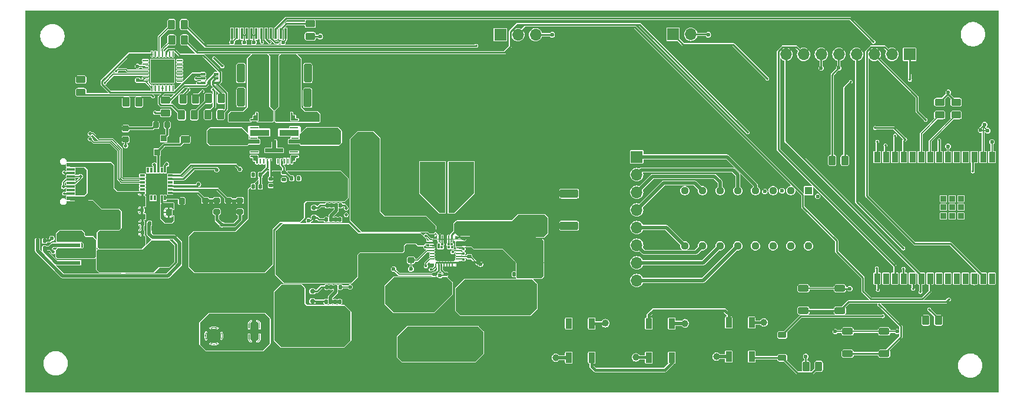
<source format=gtl>
%TF.GenerationSoftware,KiCad,Pcbnew,8.0.6*%
%TF.CreationDate,2025-02-07T14:21:57-05:00*%
%TF.ProjectId,SCAN,5343414e-2e6b-4696-9361-645f70636258,v1.0*%
%TF.SameCoordinates,Original*%
%TF.FileFunction,Copper,L1,Top*%
%TF.FilePolarity,Positive*%
%FSLAX46Y46*%
G04 Gerber Fmt 4.6, Leading zero omitted, Abs format (unit mm)*
G04 Created by KiCad (PCBNEW 8.0.6) date 2025-02-07 14:21:57*
%MOMM*%
%LPD*%
G01*
G04 APERTURE LIST*
G04 Aperture macros list*
%AMRoundRect*
0 Rectangle with rounded corners*
0 $1 Rounding radius*
0 $2 $3 $4 $5 $6 $7 $8 $9 X,Y pos of 4 corners*
0 Add a 4 corners polygon primitive as box body*
4,1,4,$2,$3,$4,$5,$6,$7,$8,$9,$2,$3,0*
0 Add four circle primitives for the rounded corners*
1,1,$1+$1,$2,$3*
1,1,$1+$1,$4,$5*
1,1,$1+$1,$6,$7*
1,1,$1+$1,$8,$9*
0 Add four rect primitives between the rounded corners*
20,1,$1+$1,$2,$3,$4,$5,0*
20,1,$1+$1,$4,$5,$6,$7,0*
20,1,$1+$1,$6,$7,$8,$9,0*
20,1,$1+$1,$8,$9,$2,$3,0*%
%AMFreePoly0*
4,1,17,1.371000,0.720000,0.950000,0.720000,0.950000,0.580000,1.370000,0.580000,1.370000,0.080000,0.950000,0.080000,0.950000,-0.080000,1.370000,-0.080000,1.370000,-0.580000,0.950000,-0.580000,0.950000,-0.720000,1.370000,-0.720000,1.370000,-1.225000,-0.950000,-1.225000,-0.950000,1.225000,1.371000,1.225000,1.371000,0.720000,1.371000,0.720000,$1*%
%AMFreePoly1*
4,1,192,0.606581,0.604743,0.608810,0.604000,0.610000,0.604000,0.611581,0.603743,0.613810,0.603000,0.615000,0.603000,0.616581,0.602743,0.619581,0.601743,0.620236,0.601472,0.621920,0.600630,0.624581,0.599743,0.626536,0.598536,0.627964,0.597108,0.629236,0.596472,0.630536,0.595536,0.631964,0.594108,0.633236,0.593472,0.634536,0.592536,0.642536,0.584536,0.643472,0.583236,
0.644108,0.581964,0.645536,0.580536,0.646472,0.579236,0.647108,0.577964,0.648536,0.576536,0.649743,0.574581,0.650630,0.571920,0.651472,0.570236,0.651743,0.569581,0.652743,0.566581,0.653000,0.565000,0.653000,0.563810,0.653743,0.561581,0.654000,0.560000,0.654000,0.558810,0.654743,0.556581,0.655000,0.555000,0.655000,-0.055000,0.654743,-0.056581,0.654000,-0.058810,
0.654000,-0.060000,0.653743,-0.061581,0.653000,-0.063810,0.653000,-0.065000,0.652743,-0.066581,0.651743,-0.069581,0.651472,-0.070236,0.650630,-0.071920,0.649743,-0.074581,0.648536,-0.076536,0.647108,-0.077964,0.646472,-0.079236,0.645536,-0.080536,0.644108,-0.081964,0.643472,-0.083236,0.642536,-0.084536,0.634536,-0.092536,0.633236,-0.093472,0.631964,-0.094108,0.630536,-0.095536,
0.629236,-0.096472,0.627964,-0.097108,0.626536,-0.098536,0.624581,-0.099743,0.621920,-0.100630,0.620236,-0.101472,0.619581,-0.101743,0.616581,-0.102743,0.615000,-0.103000,0.613810,-0.103000,0.611581,-0.103743,0.610000,-0.104000,0.608810,-0.104000,0.606581,-0.104743,0.605000,-0.105000,-0.255000,-0.105000,-0.256581,-0.104743,-0.258810,-0.104000,-0.260000,-0.104000,-0.261581,-0.103743,
-0.263810,-0.103000,-0.265000,-0.103000,-0.266581,-0.102743,-0.269581,-0.101743,-0.270236,-0.101472,-0.271920,-0.100630,-0.274581,-0.099743,-0.276536,-0.098536,-0.277964,-0.097108,-0.279236,-0.096472,-0.280536,-0.095536,-0.281964,-0.094108,-0.283236,-0.093472,-0.284536,-0.092536,-0.292536,-0.084536,-0.293472,-0.083236,-0.294108,-0.081964,-0.295536,-0.080536,-0.296472,-0.079236,-0.297108,-0.077964,
-0.298536,-0.076536,-0.299743,-0.074581,-0.300630,-0.071920,-0.301472,-0.070236,-0.301743,-0.069581,-0.302743,-0.066581,-0.303000,-0.065000,-0.303000,-0.063810,-0.303743,-0.061581,-0.304000,-0.060000,-0.304000,-0.058810,-0.304743,-0.056581,-0.305000,-0.055000,-0.305000,0.055000,-0.304743,0.056581,-0.304000,0.058810,-0.304000,0.060000,-0.303743,0.061581,-0.303000,0.063810,-0.303000,0.065000,
-0.302743,0.066581,-0.301743,0.069581,-0.301472,0.070236,-0.300630,0.071920,-0.299743,0.074581,-0.298536,0.076536,-0.297108,0.077964,-0.296472,0.079236,-0.295536,0.080536,-0.294108,0.081964,-0.293472,0.083236,-0.292536,0.084536,-0.284536,0.092536,-0.283236,0.093472,-0.281964,0.094108,-0.280536,0.095536,-0.279236,0.096472,-0.277964,0.097108,-0.276536,0.098536,-0.274581,0.099743,
-0.271920,0.100630,-0.270236,0.101472,-0.269581,0.101743,-0.266581,0.102743,-0.265000,0.103000,-0.263810,0.103000,-0.261581,0.103743,-0.260000,0.104000,-0.258810,0.104000,-0.256581,0.104743,-0.255000,0.105000,0.445000,0.105000,0.445000,0.555000,0.445257,0.556581,0.446000,0.558810,0.446000,0.560000,0.446257,0.561581,0.447000,0.563810,0.447000,0.565000,0.447257,0.566581,
0.448257,0.569581,0.448528,0.570236,0.449370,0.571920,0.450257,0.574581,0.451464,0.576536,0.452892,0.577964,0.453528,0.579236,0.454464,0.580536,0.455892,0.581964,0.456528,0.583236,0.457464,0.584536,0.465464,0.592536,0.466764,0.593472,0.468036,0.594108,0.469464,0.595536,0.470764,0.596472,0.472036,0.597108,0.473464,0.598536,0.475419,0.599743,0.478080,0.600630,
0.479764,0.601472,0.480419,0.601743,0.483419,0.602743,0.485000,0.603000,0.486190,0.603000,0.488419,0.603743,0.490000,0.604000,0.491190,0.604000,0.493419,0.604743,0.495000,0.605000,0.605000,0.605000,0.606581,0.604743,0.606581,0.604743,$1*%
%AMFreePoly2*
4,1,192,0.056581,0.354743,0.058810,0.354000,0.060000,0.354000,0.061581,0.353743,0.063810,0.353000,0.065000,0.353000,0.066581,0.352743,0.069581,0.351743,0.070236,0.351472,0.071920,0.350630,0.074581,0.349743,0.076536,0.348536,0.077964,0.347108,0.079236,0.346472,0.080536,0.345536,0.081964,0.344108,0.083236,0.343472,0.084536,0.342536,0.092536,0.334536,0.093472,0.333236,
0.094108,0.331964,0.095536,0.330536,0.096472,0.329236,0.097108,0.327964,0.098536,0.326536,0.099743,0.324581,0.100630,0.321920,0.101472,0.320236,0.101743,0.319581,0.102743,0.316581,0.103000,0.315000,0.103000,0.313810,0.103743,0.311581,0.104000,0.310000,0.104000,0.308810,0.104743,0.306581,0.105000,0.305000,0.105000,-0.305000,0.104743,-0.306581,0.104000,-0.308810,
0.104000,-0.310000,0.103743,-0.311581,0.103000,-0.313810,0.103000,-0.315000,0.102743,-0.316581,0.101743,-0.319581,0.101472,-0.320236,0.100630,-0.321920,0.099743,-0.324581,0.098536,-0.326536,0.097108,-0.327964,0.096472,-0.329236,0.095536,-0.330536,0.094108,-0.331964,0.093472,-0.333236,0.092536,-0.334536,0.084536,-0.342536,0.083236,-0.343472,0.081964,-0.344108,0.080536,-0.345536,
0.079236,-0.346472,0.077964,-0.347108,0.076536,-0.348536,0.074581,-0.349743,0.071920,-0.350630,0.070236,-0.351472,0.069581,-0.351743,0.066581,-0.352743,0.065000,-0.353000,0.063810,-0.353000,0.061581,-0.353743,0.060000,-0.354000,0.058810,-0.354000,0.056581,-0.354743,0.055000,-0.355000,-0.055000,-0.355000,-0.056581,-0.354743,-0.058810,-0.354000,-0.060000,-0.354000,-0.061581,-0.353743,
-0.063810,-0.353000,-0.065000,-0.353000,-0.066581,-0.352743,-0.069581,-0.351743,-0.070236,-0.351472,-0.071920,-0.350630,-0.074581,-0.349743,-0.076536,-0.348536,-0.077964,-0.347108,-0.079236,-0.346472,-0.080536,-0.345536,-0.081964,-0.344108,-0.083236,-0.343472,-0.084536,-0.342536,-0.092536,-0.334536,-0.093472,-0.333236,-0.094108,-0.331964,-0.095536,-0.330536,-0.096472,-0.329236,-0.097108,-0.327964,
-0.098536,-0.326536,-0.099743,-0.324581,-0.100630,-0.321920,-0.101472,-0.320236,-0.101743,-0.319581,-0.102743,-0.316581,-0.103000,-0.315000,-0.103000,-0.313810,-0.103743,-0.311581,-0.104000,-0.310000,-0.104000,-0.308810,-0.104743,-0.306581,-0.105000,-0.305000,-0.105000,0.145000,-0.755000,0.145000,-0.756581,0.145257,-0.758810,0.146000,-0.760000,0.146000,-0.761581,0.146257,-0.763810,0.147000,
-0.765000,0.147000,-0.766581,0.147257,-0.769581,0.148257,-0.770236,0.148528,-0.771920,0.149370,-0.774581,0.150257,-0.776536,0.151464,-0.777964,0.152892,-0.779236,0.153528,-0.780536,0.154464,-0.781964,0.155892,-0.783236,0.156528,-0.784536,0.157464,-0.792536,0.165464,-0.793472,0.166764,-0.794108,0.168036,-0.795536,0.169464,-0.796472,0.170764,-0.797108,0.172036,-0.798536,0.173464,
-0.799743,0.175419,-0.800630,0.178080,-0.801472,0.179764,-0.801743,0.180419,-0.802743,0.183419,-0.803000,0.185000,-0.803000,0.186190,-0.803743,0.188419,-0.804000,0.190000,-0.804000,0.191190,-0.804743,0.193419,-0.805000,0.195000,-0.805000,0.305000,-0.804743,0.306581,-0.804000,0.308810,-0.804000,0.310000,-0.803743,0.311581,-0.803000,0.313810,-0.803000,0.315000,-0.802743,0.316581,
-0.801743,0.319581,-0.801472,0.320236,-0.800630,0.321920,-0.799743,0.324581,-0.798536,0.326536,-0.797108,0.327964,-0.796472,0.329236,-0.795536,0.330536,-0.794108,0.331964,-0.793472,0.333236,-0.792536,0.334536,-0.784536,0.342536,-0.783236,0.343472,-0.781964,0.344108,-0.780536,0.345536,-0.779236,0.346472,-0.777964,0.347108,-0.776536,0.348536,-0.774581,0.349743,-0.771920,0.350630,
-0.770236,0.351472,-0.769581,0.351743,-0.766581,0.352743,-0.765000,0.353000,-0.763810,0.353000,-0.761581,0.353743,-0.760000,0.354000,-0.758810,0.354000,-0.756581,0.354743,-0.755000,0.355000,0.055000,0.355000,0.056581,0.354743,0.056581,0.354743,$1*%
%AMFreePoly3*
4,1,192,0.306581,0.104743,0.308810,0.104000,0.310000,0.104000,0.311581,0.103743,0.313810,0.103000,0.315000,0.103000,0.316581,0.102743,0.319581,0.101743,0.320236,0.101472,0.321920,0.100630,0.324581,0.099743,0.326536,0.098536,0.327964,0.097108,0.329236,0.096472,0.330536,0.095536,0.331964,0.094108,0.333236,0.093472,0.334536,0.092536,0.342536,0.084536,0.343472,0.083236,
0.344108,0.081964,0.345536,0.080536,0.346472,0.079236,0.347108,0.077964,0.348536,0.076536,0.349743,0.074581,0.350630,0.071920,0.351472,0.070236,0.351743,0.069581,0.352743,0.066581,0.353000,0.065000,0.353000,0.063810,0.353743,0.061581,0.354000,0.060000,0.354000,0.058810,0.354743,0.056581,0.355000,0.055000,0.355000,-0.055000,0.354743,-0.056581,0.354000,-0.058810,
0.354000,-0.060000,0.353743,-0.061581,0.353000,-0.063810,0.353000,-0.065000,0.352743,-0.066581,0.351743,-0.069581,0.351472,-0.070236,0.350630,-0.071920,0.349743,-0.074581,0.348536,-0.076536,0.347108,-0.077964,0.346472,-0.079236,0.345536,-0.080536,0.344108,-0.081964,0.343472,-0.083236,0.342536,-0.084536,0.334536,-0.092536,0.333236,-0.093472,0.331964,-0.094108,0.330536,-0.095536,
0.329236,-0.096472,0.327964,-0.097108,0.326536,-0.098536,0.324581,-0.099743,0.321920,-0.100630,0.320236,-0.101472,0.319581,-0.101743,0.316581,-0.102743,0.315000,-0.103000,0.313810,-0.103000,0.311581,-0.103743,0.310000,-0.104000,0.308810,-0.104000,0.306581,-0.104743,0.305000,-0.105000,-0.345000,-0.105000,-0.345000,-0.555000,-0.345257,-0.556581,-0.346000,-0.558810,-0.346000,-0.560000,
-0.346257,-0.561581,-0.347000,-0.563810,-0.347000,-0.565000,-0.347257,-0.566581,-0.348257,-0.569581,-0.348528,-0.570236,-0.349370,-0.571920,-0.350257,-0.574581,-0.351464,-0.576536,-0.352892,-0.577964,-0.353528,-0.579236,-0.354464,-0.580536,-0.355892,-0.581964,-0.356528,-0.583236,-0.357464,-0.584536,-0.365464,-0.592536,-0.366764,-0.593472,-0.368036,-0.594108,-0.369464,-0.595536,-0.370764,-0.596472,
-0.372036,-0.597108,-0.373464,-0.598536,-0.375419,-0.599743,-0.378080,-0.600630,-0.379764,-0.601472,-0.380419,-0.601743,-0.383419,-0.602743,-0.385000,-0.603000,-0.386190,-0.603000,-0.388419,-0.603743,-0.390000,-0.604000,-0.391190,-0.604000,-0.393419,-0.604743,-0.395000,-0.605000,-0.505000,-0.605000,-0.506581,-0.604743,-0.508810,-0.604000,-0.510000,-0.604000,-0.511581,-0.603743,-0.513810,-0.603000,
-0.515000,-0.603000,-0.516581,-0.602743,-0.519581,-0.601743,-0.520236,-0.601472,-0.521920,-0.600630,-0.524581,-0.599743,-0.526536,-0.598536,-0.527964,-0.597108,-0.529236,-0.596472,-0.530536,-0.595536,-0.531964,-0.594108,-0.533236,-0.593472,-0.534536,-0.592536,-0.542536,-0.584536,-0.543472,-0.583236,-0.544108,-0.581964,-0.545536,-0.580536,-0.546472,-0.579236,-0.547108,-0.577964,-0.548536,-0.576536,
-0.549743,-0.574581,-0.550630,-0.571920,-0.551472,-0.570236,-0.551743,-0.569581,-0.552743,-0.566581,-0.553000,-0.565000,-0.553000,-0.563810,-0.553743,-0.561581,-0.554000,-0.560000,-0.554000,-0.558810,-0.554743,-0.556581,-0.555000,-0.555000,-0.555000,0.055000,-0.554743,0.056581,-0.554000,0.058810,-0.554000,0.060000,-0.553743,0.061581,-0.553000,0.063810,-0.553000,0.065000,-0.552743,0.066581,
-0.551743,0.069581,-0.551472,0.070236,-0.550630,0.071920,-0.549743,0.074581,-0.548536,0.076536,-0.547108,0.077964,-0.546472,0.079236,-0.545536,0.080536,-0.544108,0.081964,-0.543472,0.083236,-0.542536,0.084536,-0.534536,0.092536,-0.533236,0.093472,-0.531964,0.094108,-0.530536,0.095536,-0.529236,0.096472,-0.527964,0.097108,-0.526536,0.098536,-0.524581,0.099743,-0.521920,0.100630,
-0.520236,0.101472,-0.519581,0.101743,-0.516581,0.102743,-0.515000,0.103000,-0.513810,0.103000,-0.511581,0.103743,-0.510000,0.104000,-0.508810,0.104000,-0.506581,0.104743,-0.505000,0.105000,0.305000,0.105000,0.306581,0.104743,0.306581,0.104743,$1*%
%AMFreePoly4*
4,1,192,-0.455919,0.604743,-0.453690,0.604000,-0.452500,0.604000,-0.450919,0.603743,-0.448690,0.603000,-0.447500,0.603000,-0.445919,0.602743,-0.442919,0.601743,-0.442264,0.601472,-0.440580,0.600630,-0.437919,0.599743,-0.435964,0.598536,-0.434536,0.597108,-0.433264,0.596472,-0.431964,0.595536,-0.430536,0.594108,-0.429264,0.593472,-0.427964,0.592536,-0.419964,0.584536,-0.419028,0.583236,
-0.418392,0.581964,-0.416964,0.580536,-0.416028,0.579236,-0.415392,0.577964,-0.413964,0.576536,-0.412757,0.574581,-0.411870,0.571920,-0.411028,0.570236,-0.410757,0.569581,-0.409757,0.566581,-0.409500,0.565000,-0.409500,0.563810,-0.408757,0.561581,-0.408500,0.560000,-0.408500,0.558810,-0.407757,0.556581,-0.407500,0.555000,-0.407500,0.105000,0.292500,0.105000,0.294081,0.104743,
0.296310,0.104000,0.297500,0.104000,0.299081,0.103743,0.301310,0.103000,0.302500,0.103000,0.304081,0.102743,0.307081,0.101743,0.307736,0.101472,0.309420,0.100630,0.312081,0.099743,0.314036,0.098536,0.315464,0.097108,0.316736,0.096472,0.318036,0.095536,0.319464,0.094108,0.320736,0.093472,0.322036,0.092536,0.330036,0.084536,0.330972,0.083236,0.331608,0.081964,
0.333036,0.080536,0.333972,0.079236,0.334608,0.077964,0.336036,0.076536,0.337243,0.074581,0.338130,0.071920,0.338972,0.070236,0.339243,0.069581,0.340243,0.066581,0.340500,0.065000,0.340500,0.063810,0.341243,0.061581,0.341500,0.060000,0.341500,0.058810,0.342243,0.056581,0.342500,0.055000,0.342500,-0.055000,0.342243,-0.056581,0.341500,-0.058810,0.341500,-0.060000,
0.341243,-0.061581,0.340500,-0.063810,0.340500,-0.065000,0.340243,-0.066581,0.339243,-0.069581,0.338972,-0.070236,0.338130,-0.071920,0.337243,-0.074581,0.336036,-0.076536,0.334608,-0.077964,0.333972,-0.079236,0.333036,-0.080536,0.331608,-0.081964,0.330972,-0.083236,0.330036,-0.084536,0.322036,-0.092536,0.320736,-0.093472,0.319464,-0.094108,0.318036,-0.095536,0.316736,-0.096472,
0.315464,-0.097108,0.314036,-0.098536,0.312081,-0.099743,0.309420,-0.100630,0.307736,-0.101472,0.307081,-0.101743,0.304081,-0.102743,0.302500,-0.103000,0.301310,-0.103000,0.299081,-0.103743,0.297500,-0.104000,0.296310,-0.104000,0.294081,-0.104743,0.292500,-0.105000,-0.567500,-0.105000,-0.569081,-0.104743,-0.571310,-0.104000,-0.572500,-0.104000,-0.574081,-0.103743,-0.576310,-0.103000,
-0.577500,-0.103000,-0.579081,-0.102743,-0.582081,-0.101743,-0.582736,-0.101472,-0.584420,-0.100630,-0.587081,-0.099743,-0.589036,-0.098536,-0.590464,-0.097108,-0.591736,-0.096472,-0.593036,-0.095536,-0.594464,-0.094108,-0.595736,-0.093472,-0.597036,-0.092536,-0.605036,-0.084536,-0.605972,-0.083236,-0.606608,-0.081964,-0.608036,-0.080536,-0.608972,-0.079236,-0.609608,-0.077964,-0.611036,-0.076536,
-0.612243,-0.074581,-0.613130,-0.071920,-0.613972,-0.070236,-0.614243,-0.069581,-0.615243,-0.066581,-0.615500,-0.065000,-0.615500,-0.063810,-0.616243,-0.061581,-0.616500,-0.060000,-0.616500,-0.058810,-0.617243,-0.056581,-0.617500,-0.055000,-0.617500,0.555000,-0.617243,0.556581,-0.616500,0.558810,-0.616500,0.560000,-0.616243,0.561581,-0.615500,0.563810,-0.615500,0.565000,-0.615243,0.566581,
-0.614243,0.569581,-0.613972,0.570236,-0.613130,0.571920,-0.612243,0.574581,-0.611036,0.576536,-0.609608,0.577964,-0.608972,0.579236,-0.608036,0.580536,-0.606608,0.581964,-0.605972,0.583236,-0.605036,0.584536,-0.597036,0.592536,-0.595736,0.593472,-0.594464,0.594108,-0.593036,0.595536,-0.591736,0.596472,-0.590464,0.597108,-0.589036,0.598536,-0.587081,0.599743,-0.584420,0.600630,
-0.582736,0.601472,-0.582081,0.601743,-0.579081,0.602743,-0.577500,0.603000,-0.576310,0.603000,-0.574081,0.603743,-0.572500,0.604000,-0.571310,0.604000,-0.569081,0.604743,-0.567500,0.605000,-0.457500,0.605000,-0.455919,0.604743,-0.455919,0.604743,$1*%
G04 Aperture macros list end*
%TA.AperFunction,EtchedComponent*%
%ADD10C,0.000000*%
%TD*%
%TA.AperFunction,SMDPad,CuDef*%
%ADD11RoundRect,0.250000X-0.325000X-1.100000X0.325000X-1.100000X0.325000X1.100000X-0.325000X1.100000X0*%
%TD*%
%TA.AperFunction,SMDPad,CuDef*%
%ADD12RoundRect,0.135000X0.135000X0.185000X-0.135000X0.185000X-0.135000X-0.185000X0.135000X-0.185000X0*%
%TD*%
%TA.AperFunction,SMDPad,CuDef*%
%ADD13RoundRect,0.090000X-0.360000X0.660000X-0.360000X-0.660000X0.360000X-0.660000X0.360000X0.660000X0*%
%TD*%
%TA.AperFunction,SMDPad,CuDef*%
%ADD14RoundRect,0.250000X0.450000X-0.262500X0.450000X0.262500X-0.450000X0.262500X-0.450000X-0.262500X0*%
%TD*%
%TA.AperFunction,SMDPad,CuDef*%
%ADD15RoundRect,0.250000X-0.475000X0.250000X-0.475000X-0.250000X0.475000X-0.250000X0.475000X0.250000X0*%
%TD*%
%TA.AperFunction,SMDPad,CuDef*%
%ADD16RoundRect,0.250000X-0.362500X-1.075000X0.362500X-1.075000X0.362500X1.075000X-0.362500X1.075000X0*%
%TD*%
%TA.AperFunction,SMDPad,CuDef*%
%ADD17RoundRect,0.140000X-0.170000X0.140000X-0.170000X-0.140000X0.170000X-0.140000X0.170000X0.140000X0*%
%TD*%
%TA.AperFunction,SMDPad,CuDef*%
%ADD18RoundRect,0.200000X-0.275000X0.200000X-0.275000X-0.200000X0.275000X-0.200000X0.275000X0.200000X0*%
%TD*%
%TA.AperFunction,SMDPad,CuDef*%
%ADD19RoundRect,0.140000X0.140000X0.170000X-0.140000X0.170000X-0.140000X-0.170000X0.140000X-0.170000X0*%
%TD*%
%TA.AperFunction,SMDPad,CuDef*%
%ADD20RoundRect,0.250000X-0.262500X-0.450000X0.262500X-0.450000X0.262500X0.450000X-0.262500X0.450000X0*%
%TD*%
%TA.AperFunction,ComponentPad*%
%ADD21R,1.700000X1.700000*%
%TD*%
%TA.AperFunction,ComponentPad*%
%ADD22O,1.700000X1.700000*%
%TD*%
%TA.AperFunction,SMDPad,CuDef*%
%ADD23R,1.981200X0.558800*%
%TD*%
%TA.AperFunction,SMDPad,CuDef*%
%ADD24RoundRect,0.135000X-0.135000X-0.185000X0.135000X-0.185000X0.135000X0.185000X-0.135000X0.185000X0*%
%TD*%
%TA.AperFunction,SMDPad,CuDef*%
%ADD25RoundRect,0.125000X-0.125000X0.190000X-0.125000X-0.190000X0.125000X-0.190000X0.125000X0.190000X0*%
%TD*%
%TA.AperFunction,SMDPad,CuDef*%
%ADD26FreePoly0,270.000000*%
%TD*%
%TA.AperFunction,SMDPad,CuDef*%
%ADD27RoundRect,0.225000X-0.225000X-0.250000X0.225000X-0.250000X0.225000X0.250000X-0.225000X0.250000X0*%
%TD*%
%TA.AperFunction,SMDPad,CuDef*%
%ADD28RoundRect,0.125000X0.125000X-0.190000X0.125000X0.190000X-0.125000X0.190000X-0.125000X-0.190000X0*%
%TD*%
%TA.AperFunction,SMDPad,CuDef*%
%ADD29FreePoly0,90.000000*%
%TD*%
%TA.AperFunction,SMDPad,CuDef*%
%ADD30RoundRect,0.225000X0.250000X-0.225000X0.250000X0.225000X-0.250000X0.225000X-0.250000X-0.225000X0*%
%TD*%
%TA.AperFunction,SMDPad,CuDef*%
%ADD31RoundRect,0.200000X0.275000X-0.200000X0.275000X0.200000X-0.275000X0.200000X-0.275000X-0.200000X0*%
%TD*%
%TA.AperFunction,SMDPad,CuDef*%
%ADD32R,0.750000X0.300000*%
%TD*%
%TA.AperFunction,SMDPad,CuDef*%
%ADD33R,0.300000X0.750000*%
%TD*%
%TA.AperFunction,SMDPad,CuDef*%
%ADD34R,2.850000X2.850000*%
%TD*%
%TA.AperFunction,SMDPad,CuDef*%
%ADD35RoundRect,0.250000X-0.450000X0.262500X-0.450000X-0.262500X0.450000X-0.262500X0.450000X0.262500X0*%
%TD*%
%TA.AperFunction,SMDPad,CuDef*%
%ADD36RoundRect,0.090000X0.360000X-0.660000X0.360000X0.660000X-0.360000X0.660000X-0.360000X-0.660000X0*%
%TD*%
%TA.AperFunction,SMDPad,CuDef*%
%ADD37R,0.889000X1.498600*%
%TD*%
%TA.AperFunction,SMDPad,CuDef*%
%ADD38R,0.812800X0.812800*%
%TD*%
%TA.AperFunction,SMDPad,CuDef*%
%ADD39RoundRect,0.250000X0.475000X-0.250000X0.475000X0.250000X-0.475000X0.250000X-0.475000X-0.250000X0*%
%TD*%
%TA.AperFunction,SMDPad,CuDef*%
%ADD40R,0.350000X1.600000*%
%TD*%
%TA.AperFunction,SMDPad,CuDef*%
%ADD41RoundRect,0.140000X-0.140000X-0.170000X0.140000X-0.170000X0.140000X0.170000X-0.140000X0.170000X0*%
%TD*%
%TA.AperFunction,SMDPad,CuDef*%
%ADD42RoundRect,0.250000X1.075000X-0.362500X1.075000X0.362500X-1.075000X0.362500X-1.075000X-0.362500X0*%
%TD*%
%TA.AperFunction,SMDPad,CuDef*%
%ADD43RoundRect,0.250000X-0.525000X-0.250000X0.525000X-0.250000X0.525000X0.250000X-0.525000X0.250000X0*%
%TD*%
%TA.AperFunction,SMDPad,CuDef*%
%ADD44RoundRect,0.225000X-0.250000X0.225000X-0.250000X-0.225000X0.250000X-0.225000X0.250000X0.225000X0*%
%TD*%
%TA.AperFunction,SMDPad,CuDef*%
%ADD45C,0.565313*%
%TD*%
%TA.AperFunction,SMDPad,CuDef*%
%ADD46R,0.249999X0.800001*%
%TD*%
%TA.AperFunction,SMDPad,CuDef*%
%ADD47R,0.249999X0.700001*%
%TD*%
%TA.AperFunction,SMDPad,CuDef*%
%ADD48R,1.200000X0.249999*%
%TD*%
%TA.AperFunction,SMDPad,CuDef*%
%ADD49R,1.000000X0.249999*%
%TD*%
%TA.AperFunction,SMDPad,CuDef*%
%ADD50R,2.799999X0.850001*%
%TD*%
%TA.AperFunction,SMDPad,CuDef*%
%ADD51R,1.849999X1.275001*%
%TD*%
%TA.AperFunction,SMDPad,CuDef*%
%ADD52C,0.643679*%
%TD*%
%TA.AperFunction,ComponentPad*%
%ADD53R,2.100000X2.100000*%
%TD*%
%TA.AperFunction,ComponentPad*%
%ADD54C,2.100000*%
%TD*%
%TA.AperFunction,ComponentPad*%
%ADD55R,1.130000X1.130000*%
%TD*%
%TA.AperFunction,ComponentPad*%
%ADD56C,1.130000*%
%TD*%
%TA.AperFunction,SMDPad,CuDef*%
%ADD57RoundRect,0.135000X0.185000X-0.135000X0.185000X0.135000X-0.185000X0.135000X-0.185000X-0.135000X0*%
%TD*%
%TA.AperFunction,SMDPad,CuDef*%
%ADD58RoundRect,0.250000X0.262500X0.450000X-0.262500X0.450000X-0.262500X-0.450000X0.262500X-0.450000X0*%
%TD*%
%TA.AperFunction,SMDPad,CuDef*%
%ADD59RoundRect,0.250000X-1.075000X0.362500X-1.075000X-0.362500X1.075000X-0.362500X1.075000X0.362500X0*%
%TD*%
%TA.AperFunction,SMDPad,CuDef*%
%ADD60RoundRect,0.250000X-0.787500X-1.025000X0.787500X-1.025000X0.787500X1.025000X-0.787500X1.025000X0*%
%TD*%
%TA.AperFunction,SMDPad,CuDef*%
%ADD61R,0.812800X0.889000*%
%TD*%
%TA.AperFunction,SMDPad,CuDef*%
%ADD62R,1.850000X3.400000*%
%TD*%
%TA.AperFunction,SMDPad,CuDef*%
%ADD63R,2.006600X2.159000*%
%TD*%
%TA.AperFunction,SMDPad,CuDef*%
%ADD64R,1.143000X0.609600*%
%TD*%
%TA.AperFunction,SMDPad,CuDef*%
%ADD65R,1.143000X0.304800*%
%TD*%
%TA.AperFunction,SMDPad,CuDef*%
%ADD66FreePoly1,0.000000*%
%TD*%
%TA.AperFunction,SMDPad,CuDef*%
%ADD67RoundRect,0.050000X-0.250000X-0.050000X0.250000X-0.050000X0.250000X0.050000X-0.250000X0.050000X0*%
%TD*%
%TA.AperFunction,SMDPad,CuDef*%
%ADD68FreePoly2,0.000000*%
%TD*%
%TA.AperFunction,SMDPad,CuDef*%
%ADD69RoundRect,0.050000X-0.050000X-0.250000X0.050000X-0.250000X0.050000X0.250000X-0.050000X0.250000X0*%
%TD*%
%TA.AperFunction,SMDPad,CuDef*%
%ADD70FreePoly3,0.000000*%
%TD*%
%TA.AperFunction,SMDPad,CuDef*%
%ADD71RoundRect,0.050000X-0.300000X-0.050000X0.300000X-0.050000X0.300000X0.050000X-0.300000X0.050000X0*%
%TD*%
%TA.AperFunction,SMDPad,CuDef*%
%ADD72RoundRect,0.050000X-0.275000X-0.050000X0.275000X-0.050000X0.275000X0.050000X-0.275000X0.050000X0*%
%TD*%
%TA.AperFunction,SMDPad,CuDef*%
%ADD73RoundRect,0.050000X-0.290000X-0.050000X0.290000X-0.050000X0.290000X0.050000X-0.290000X0.050000X0*%
%TD*%
%TA.AperFunction,SMDPad,CuDef*%
%ADD74FreePoly4,0.000000*%
%TD*%
%TA.AperFunction,SMDPad,CuDef*%
%ADD75RoundRect,0.050000X-0.050000X-0.450000X0.050000X-0.450000X0.050000X0.450000X-0.050000X0.450000X0*%
%TD*%
%TA.AperFunction,SMDPad,CuDef*%
%ADD76RoundRect,0.050000X-0.050000X-0.425000X0.050000X-0.425000X0.050000X0.425000X-0.050000X0.425000X0*%
%TD*%
%TA.AperFunction,SMDPad,CuDef*%
%ADD77RoundRect,0.150000X-0.200000X0.150000X-0.200000X-0.150000X0.200000X-0.150000X0.200000X0.150000X0*%
%TD*%
%TA.AperFunction,SMDPad,CuDef*%
%ADD78RoundRect,0.062500X-0.337500X-0.062500X0.337500X-0.062500X0.337500X0.062500X-0.337500X0.062500X0*%
%TD*%
%TA.AperFunction,SMDPad,CuDef*%
%ADD79RoundRect,0.062500X-0.062500X-0.337500X0.062500X-0.337500X0.062500X0.337500X-0.062500X0.337500X0*%
%TD*%
%TA.AperFunction,HeatsinkPad*%
%ADD80R,3.350000X3.350000*%
%TD*%
%TA.AperFunction,SMDPad,CuDef*%
%ADD81RoundRect,0.250000X-1.100000X0.325000X-1.100000X-0.325000X1.100000X-0.325000X1.100000X0.325000X0*%
%TD*%
%TA.AperFunction,SMDPad,CuDef*%
%ADD82RoundRect,0.225000X-0.375000X0.225000X-0.375000X-0.225000X0.375000X-0.225000X0.375000X0.225000X0*%
%TD*%
%TA.AperFunction,SMDPad,CuDef*%
%ADD83RoundRect,0.250000X0.325000X1.100000X-0.325000X1.100000X-0.325000X-1.100000X0.325000X-1.100000X0*%
%TD*%
%TA.AperFunction,SMDPad,CuDef*%
%ADD84RoundRect,0.200000X-0.200000X-0.275000X0.200000X-0.275000X0.200000X0.275000X-0.200000X0.275000X0*%
%TD*%
%TA.AperFunction,SMDPad,CuDef*%
%ADD85RoundRect,0.218750X-0.256250X0.218750X-0.256250X-0.218750X0.256250X-0.218750X0.256250X0.218750X0*%
%TD*%
%TA.AperFunction,SMDPad,CuDef*%
%ADD86RoundRect,0.100000X-0.225000X-0.100000X0.225000X-0.100000X0.225000X0.100000X-0.225000X0.100000X0*%
%TD*%
%TA.AperFunction,SMDPad,CuDef*%
%ADD87RoundRect,0.093750X-0.106250X0.093750X-0.106250X-0.093750X0.106250X-0.093750X0.106250X0.093750X0*%
%TD*%
%TA.AperFunction,HeatsinkPad*%
%ADD88R,1.600000X1.000000*%
%TD*%
%TA.AperFunction,ViaPad*%
%ADD89C,0.500000*%
%TD*%
%TA.AperFunction,ViaPad*%
%ADD90C,0.600000*%
%TD*%
%TA.AperFunction,ViaPad*%
%ADD91C,0.400000*%
%TD*%
%TA.AperFunction,ViaPad*%
%ADD92C,1.000000*%
%TD*%
%TA.AperFunction,ViaPad*%
%ADD93C,0.350000*%
%TD*%
%TA.AperFunction,ViaPad*%
%ADD94C,0.550000*%
%TD*%
%TA.AperFunction,Conductor*%
%ADD95C,0.400000*%
%TD*%
%TA.AperFunction,Conductor*%
%ADD96C,0.300000*%
%TD*%
%TA.AperFunction,Conductor*%
%ADD97C,0.250000*%
%TD*%
%TA.AperFunction,Conductor*%
%ADD98C,0.200000*%
%TD*%
%TA.AperFunction,Conductor*%
%ADD99C,0.500000*%
%TD*%
%TA.AperFunction,Conductor*%
%ADD100C,0.600000*%
%TD*%
%TA.AperFunction,Conductor*%
%ADD101C,0.150000*%
%TD*%
G04 APERTURE END LIST*
D10*
%TA.AperFunction,EtchedComponent*%
%TO.C,U9*%
G36*
X90424061Y-82729061D02*
G01*
X90424064Y-83804062D01*
X90374061Y-83854060D01*
X89399062Y-83854062D01*
X89349062Y-83804062D01*
X89349062Y-83654060D01*
X89399062Y-83604060D01*
X89674065Y-83604063D01*
X89774063Y-83504060D01*
X89774063Y-83154061D01*
X89824063Y-83104061D01*
X90074065Y-83104064D01*
X90174062Y-83004061D01*
X90174062Y-82729061D01*
X90224064Y-82679061D01*
X90374064Y-82679061D01*
X90424061Y-82729061D01*
G37*
%TD.AperFunction*%
%TA.AperFunction,EtchedComponent*%
G36*
X90424064Y-88954060D02*
G01*
X90424061Y-90029061D01*
X90374064Y-90079061D01*
X90224064Y-90079061D01*
X90174062Y-90029061D01*
X90174062Y-89754061D01*
X90074062Y-89654061D01*
X89824063Y-89654061D01*
X89774063Y-89604061D01*
X89774063Y-89254062D01*
X89674063Y-89154062D01*
X89399062Y-89154062D01*
X89349062Y-89104062D01*
X89349062Y-88954060D01*
X89399062Y-88904060D01*
X90374064Y-88904060D01*
X90424064Y-88954060D01*
G37*
%TD.AperFunction*%
%TA.AperFunction,EtchedComponent*%
G36*
X93099062Y-86729060D02*
G01*
X93099062Y-87779061D01*
X93149062Y-87829061D01*
X94049063Y-87829061D01*
X94099063Y-87879061D01*
X94099063Y-88379060D01*
X94049063Y-88429059D01*
X91549063Y-88429059D01*
X91499063Y-88379062D01*
X91499063Y-87879061D01*
X91549063Y-87829061D01*
X92449064Y-87829061D01*
X92499064Y-87779061D01*
X92499064Y-86729060D01*
X92549063Y-86679060D01*
X93049063Y-86679060D01*
X93099062Y-86729060D01*
G37*
%TD.AperFunction*%
%TA.AperFunction,EtchedComponent*%
G36*
X95424064Y-82729061D02*
G01*
X95424064Y-83004061D01*
X95524061Y-83104061D01*
X95774063Y-83104061D01*
X95824063Y-83154061D01*
X95824063Y-83504060D01*
X95924061Y-83604063D01*
X96199064Y-83604060D01*
X96249064Y-83654060D01*
X96249064Y-83804062D01*
X96199064Y-83854062D01*
X95224065Y-83854060D01*
X95174062Y-83804062D01*
X95174065Y-82729061D01*
X95224062Y-82679061D01*
X95374064Y-82679061D01*
X95424064Y-82729061D01*
G37*
%TD.AperFunction*%
%TA.AperFunction,EtchedComponent*%
G36*
X96249064Y-88954060D02*
G01*
X96249064Y-89104062D01*
X96199064Y-89154062D01*
X95924063Y-89154059D01*
X95824063Y-89254062D01*
X95824063Y-89604061D01*
X95774063Y-89654061D01*
X95524064Y-89654061D01*
X95424064Y-89754061D01*
X95424064Y-90029061D01*
X95374064Y-90079061D01*
X95224062Y-90079061D01*
X95174065Y-90029061D01*
X95174062Y-88954060D01*
X95224065Y-88904062D01*
X96199064Y-88904060D01*
X96249064Y-88954060D01*
G37*
%TD.AperFunction*%
%TD*%
D11*
%TO.P,C59,1*%
%TO.N,3.3V_SYS*%
X94660000Y-77030000D03*
%TO.P,C59,2*%
%TO.N,AGND*%
X97610000Y-77030000D03*
%TD*%
D12*
%TO.P,R50,1*%
%TO.N,/USB Power Delivery/FET_GATE*%
X59770000Y-102240000D03*
%TO.P,R50,2*%
%TO.N,Net-(C50-Pad2)*%
X58750000Y-102240000D03*
%TD*%
D13*
%TO.P,D5,1,VDD*%
%TO.N,5V_SYS*%
X161450000Y-112930000D03*
%TO.P,D5,2,DOUT*%
%TO.N,/Display & RGB/RGB_12*%
X158150000Y-112930000D03*
%TO.P,D5,3,VSS*%
%TO.N,AGND*%
X158150000Y-117830000D03*
%TO.P,D5,4,DIN*%
%TO.N,/Display & RGB/RGB_1*%
X161450000Y-117830000D03*
%TD*%
D14*
%TO.P,R60,1*%
%TO.N,Net-(U8-~{SUSPEND})*%
X64990000Y-79780000D03*
%TO.P,R60,2*%
%TO.N,AGND*%
X64990000Y-77955000D03*
%TD*%
D15*
%TO.P,C8,1*%
%TO.N,/Power Management/VBUS*%
X106428056Y-101840000D03*
%TO.P,C8,2*%
%TO.N,PGND*%
X106428056Y-103740000D03*
%TD*%
D16*
%TO.P,R16,1*%
%TO.N,/Power Management/PV_IN*%
X89940000Y-114190000D03*
%TO.P,R16,2*%
%TO.N,/Power Management/VAC2*%
X94565000Y-114190000D03*
%TD*%
D17*
%TO.P,C23,1*%
%TO.N,/Power Management/BAT*%
X120822500Y-101520000D03*
%TO.P,C23,2*%
%TO.N,PGND*%
X120822500Y-102480000D03*
%TD*%
D18*
%TO.P,R44,1*%
%TO.N,/USB Power Delivery/VBUS_MAX*%
X86202222Y-95340000D03*
%TO.P,R44,2*%
%TO.N,PGND*%
X86202222Y-96990000D03*
%TD*%
D17*
%TO.P,C51,1*%
%TO.N,/VDC*%
X71080000Y-105230000D03*
%TO.P,C51,2*%
%TO.N,Net-(C50-Pad2)*%
X71080000Y-106190000D03*
%TD*%
D19*
%TO.P,C22,1*%
%TO.N,/Power Management/SYS*%
X119092501Y-99489999D03*
%TO.P,C22,2*%
%TO.N,PGND*%
X118132501Y-99489999D03*
%TD*%
D20*
%TO.P,R3,1*%
%TO.N,3.3V_SYS*%
X173017500Y-89590000D03*
%TO.P,R3,2*%
%TO.N,/CHIP_PU*%
X174842500Y-89590000D03*
%TD*%
D21*
%TO.P,BZ1,1,-*%
%TO.N,/BUZZER_PWM*%
X150155000Y-71450000D03*
D22*
%TO.P,BZ1,2,+*%
%TO.N,AGND*%
X152695000Y-71450000D03*
%TD*%
D23*
%TO.P,Q8,1*%
%TO.N,/USB Power Delivery/FET_SRC*%
X63966200Y-100515000D03*
%TO.P,Q8,2*%
%TO.N,/USB Power Delivery/FET_GATE*%
X63966200Y-101785000D03*
%TO.P,Q8,3*%
%TO.N,/USB Power Delivery/FET_SRC*%
X63966200Y-103055000D03*
%TO.P,Q8,4*%
%TO.N,/USB Power Delivery/FET_GATE*%
X63966200Y-104325000D03*
%TO.P,Q8,5*%
%TO.N,/VDC*%
X68893800Y-104325000D03*
%TO.P,Q8,6*%
X68893800Y-103055000D03*
%TO.P,Q8,7*%
%TO.N,/USB_VBUS*%
X68893800Y-101785000D03*
%TO.P,Q8,8*%
X68893800Y-100515000D03*
%TD*%
D24*
%TO.P,R49,1*%
%TO.N,/USB_VBUS*%
X73840000Y-98660000D03*
%TO.P,R49,2*%
%TO.N,Net-(C50-Pad2)*%
X74860000Y-98660000D03*
%TD*%
D25*
%TO.P,Q3,1,S*%
%TO.N,Net-(D12-A)*%
X102180000Y-109920000D03*
%TO.P,Q3,2,S*%
X101540000Y-109920000D03*
%TO.P,Q3,3,S*%
X100880000Y-109920000D03*
%TO.P,Q3,4,G*%
%TO.N,Net-(D12-K)*%
X100240000Y-109920000D03*
D26*
%TO.P,Q3,5,D*%
%TO.N,/Power Management/VAC2*%
X101210000Y-111745000D03*
%TD*%
D24*
%TO.P,R11,1*%
%TO.N,Net-(U9-SS_FB2)*%
X95289063Y-92186560D03*
%TO.P,R11,2*%
%TO.N,AGND*%
X96309063Y-92186560D03*
%TD*%
D27*
%TO.P,C46,1*%
%TO.N,1.8V_VCCD*%
X79495000Y-95430000D03*
%TO.P,C46,2*%
%TO.N,PGND*%
X81045000Y-95430000D03*
%TD*%
D28*
%TO.P,Q2,1,S*%
%TO.N,Net-(D11-A)*%
X100402500Y-96055000D03*
%TO.P,Q2,2,S*%
X101042500Y-96055000D03*
%TO.P,Q2,3,S*%
X101702500Y-96055000D03*
%TO.P,Q2,4,G*%
%TO.N,Net-(D11-K)*%
X102342500Y-96055000D03*
D29*
%TO.P,Q2,5,D*%
%TO.N,/Power Management/VAC1*%
X101372500Y-94230000D03*
%TD*%
D24*
%TO.P,R51,1*%
%TO.N,Net-(C50-Pad2)*%
X58750000Y-101180000D03*
%TO.P,R51,2*%
%TO.N,Net-(U6-VBUS_FET_EN)*%
X59770000Y-101180000D03*
%TD*%
D30*
%TO.P,C18,1*%
%TO.N,/Power Management/REGN*%
X112462500Y-103960000D03*
%TO.P,C18,2*%
%TO.N,PGND*%
X112462500Y-102410000D03*
%TD*%
D31*
%TO.P,R41,1*%
%TO.N,3.3V_VDDD*%
X84544444Y-96990000D03*
%TO.P,R41,2*%
%TO.N,/USB Power Delivery/VBUS_MIN*%
X84544444Y-95340000D03*
%TD*%
D20*
%TO.P,R62,1*%
%TO.N,/USB-to-UART Bridge/RXD*%
X78057500Y-72260000D03*
%TO.P,R62,2*%
%TO.N,/UART_RXD*%
X79882500Y-72260000D03*
%TD*%
D15*
%TO.P,C10,1*%
%TO.N,/Power Management/VBUS*%
X110502500Y-101820000D03*
%TO.P,C10,2*%
%TO.N,PGND*%
X110502500Y-103720000D03*
%TD*%
D32*
%TO.P,U6,1,VBUS_MIN*%
%TO.N,/USB Power Delivery/VBUS_MIN*%
X77860000Y-94250000D03*
%TO.P,U6,2,VBUS_MAX*%
%TO.N,/USB Power Delivery/VBUS_MAX*%
X77860000Y-93750000D03*
%TO.P,U6,3,VBUS_FET_EN*%
%TO.N,Net-(U6-VBUS_FET_EN)*%
X77860000Y-93250000D03*
%TO.P,U6,4,SAFE_PWR_EN*%
%TO.N,Net-(U6-SAFE_PWR_EN)*%
X77860000Y-92750000D03*
%TO.P,U6,5,ISNK_COARSE*%
%TO.N,/USB Power Delivery/ISNK_CRS*%
X77860000Y-92250000D03*
%TO.P,U6,6,ISNK_FINE*%
%TO.N,/USB Power Delivery/ISNK_FIN*%
X77860000Y-91750000D03*
D33*
%TO.P,U6,7,HPI_INT*%
%TO.N,/PD_INT*%
X77110000Y-91000000D03*
%TO.P,U6,8,GPIO_1*%
%TO.N,/PD_GPIO*%
X76610000Y-91000000D03*
%TO.P,U6,9,FAULT*%
%TO.N,/USB Power Delivery/PD_FAULT*%
X76110000Y-91000000D03*
%TO.P,U6,10,FLIP*%
%TO.N,/USB Power Delivery/PD_FLIP*%
X75610000Y-91000000D03*
%TO.P,U6,11,VDC_OUT*%
%TO.N,/VDC*%
X75110000Y-91000000D03*
%TO.P,U6,12,HPI_SDA*%
%TO.N,/I2C_SDA*%
X74610000Y-91000000D03*
D32*
%TO.P,U6,13,HPI_SCL*%
%TO.N,/I2C_SCL*%
X73860000Y-91750000D03*
%TO.P,U6,14,CC2*%
%TO.N,/USB_CC2*%
X73860000Y-92250000D03*
%TO.P,U6,15,CC1*%
%TO.N,/USB_CC1*%
X73860000Y-92750000D03*
%TO.P,U6,16,D-*%
%TO.N,unconnected-(U6-D--Pad16)*%
X73860000Y-93250000D03*
%TO.P,U6,17,D+*%
%TO.N,unconnected-(U6-D+-Pad17)*%
X73860000Y-93750000D03*
%TO.P,U6,18,VBUS_IN*%
%TO.N,/USB_VBUS*%
X73860000Y-94250000D03*
D33*
%TO.P,U6,19,GND_1*%
%TO.N,PGND*%
X74610000Y-95000000D03*
%TO.P,U6,20,DNU1*%
%TO.N,unconnected-(U6-DNU1-Pad20)*%
X75110000Y-95000000D03*
%TO.P,U6,21,DNU2*%
%TO.N,unconnected-(U6-DNU2-Pad21)*%
X75610000Y-95000000D03*
%TO.P,U6,22,GND_2*%
%TO.N,PGND*%
X76110000Y-95000000D03*
%TO.P,U6,23,VDDD*%
%TO.N,3.3V_VDDD*%
X76610000Y-95000000D03*
%TO.P,U6,24,VCCD*%
%TO.N,1.8V_VCCD*%
X77110000Y-95000000D03*
D34*
%TO.P,U6,25,GND_3*%
%TO.N,PGND*%
X75860000Y-93000000D03*
%TD*%
D35*
%TO.P,R2,1*%
%TO.N,3.3V_SYS*%
X190850000Y-81217500D03*
%TO.P,R2,2*%
%TO.N,/I2C_SCL*%
X190850000Y-83042500D03*
%TD*%
%TO.P,R57,1*%
%TO.N,/USB Power Delivery/PD_FAULT*%
X80010000Y-86587500D03*
%TO.P,R57,2*%
%TO.N,PGND*%
X80010000Y-88412500D03*
%TD*%
D17*
%TO.P,C17,1*%
%TO.N,/Power Management/ACDRV2*%
X115822500Y-106000000D03*
%TO.P,C17,2*%
%TO.N,AGND*%
X115822500Y-106960000D03*
%TD*%
D16*
%TO.P,R15,1*%
%TO.N,/VDC*%
X77097500Y-102930000D03*
%TO.P,R15,2*%
%TO.N,/Power Management/VAC1*%
X81722500Y-102930000D03*
%TD*%
D15*
%TO.P,C55,1*%
%TO.N,/Power Management/PMID*%
X87889062Y-86659062D03*
%TO.P,C55,2*%
%TO.N,PGND*%
X87889062Y-88559062D03*
%TD*%
D36*
%TO.P,D6,1,VDD*%
%TO.N,5V_SYS*%
X146650000Y-117952500D03*
%TO.P,D6,2,DOUT*%
%TO.N,/Display & RGB/RGB_23*%
X149950000Y-117952500D03*
%TO.P,D6,3,VSS*%
%TO.N,AGND*%
X149950000Y-113052500D03*
%TO.P,D6,4,DIN*%
%TO.N,/Display & RGB/RGB_12*%
X146650000Y-113052500D03*
%TD*%
D37*
%TO.P,U1,1,GND*%
%TO.N,AGND*%
X195990000Y-89100000D03*
%TO.P,U1,2,3V3*%
%TO.N,3.3V_SYS*%
X194720000Y-89100000D03*
%TO.P,U1,3,EN*%
%TO.N,/CHIP_PU*%
X193450000Y-89100000D03*
%TO.P,U1,4,GPIO4*%
%TO.N,/PD_GPIO*%
X192180000Y-89100000D03*
%TO.P,U1,5,GPIO5*%
%TO.N,/PD_INT*%
X190910000Y-89100000D03*
%TO.P,U1,6,GPIO6*%
%TO.N,AGND*%
X189640000Y-89100000D03*
%TO.P,U1,7,GPIO7*%
%TO.N,/SPI_MOSI*%
X188370000Y-89100000D03*
%TO.P,U1,8,GPIO0*%
%TO.N,/I2C_SCL*%
X187100000Y-89100000D03*
%TO.P,U1,9,GPIO1*%
%TO.N,/I2C_SDA*%
X185830000Y-89100000D03*
%TO.P,U1,10,GPIO8*%
%TO.N,/RST*%
X184560000Y-89100000D03*
%TO.P,U1,11,GPIO10*%
%TO.N,/SPI_CLK*%
X183290000Y-89100000D03*
%TO.P,U1,12,GPIO11*%
%TO.N,/BUZZER_PWM*%
X182020000Y-89100000D03*
%TO.P,U1,13,GPIO12*%
%TO.N,/UART_TXD*%
X180750000Y-89100000D03*
%TO.P,U1,14,GPIO13*%
%TO.N,/UART_RXD*%
X179480000Y-89100000D03*
%TO.P,U1,15,GPIO9*%
%TO.N,/BOOT*%
X179480000Y-106600000D03*
%TO.P,U1,16,GPIO18*%
%TO.N,/TFT_CS*%
X180750000Y-106600000D03*
%TO.P,U1,17,GPIO19*%
%TO.N,/NFC_INT*%
X182020000Y-106600000D03*
%TO.P,U1,18,GPIO20*%
%TO.N,/SPI_CS*%
X183290000Y-106600000D03*
%TO.P,U1,19,GPIO21*%
%TO.N,/RGB_LED*%
X184560000Y-106600000D03*
%TO.P,U1,20,GPIO22*%
%TO.N,/NFC_RST*%
X185830000Y-106600000D03*
%TO.P,U1,21,GPIO23*%
%TO.N,/PIR_OUT*%
X187100000Y-106600000D03*
%TO.P,U1,22,NC*%
%TO.N,unconnected-(U1-NC-Pad22)*%
X188370000Y-106600000D03*
%TO.P,U1,23,GPIO15*%
%TO.N,/TFT_DC*%
X189640000Y-106600000D03*
%TO.P,U1,24,GPIO17*%
%TO.N,unconnected-(U1-GPIO17-Pad24)*%
X190910000Y-106600000D03*
%TO.P,U1,25,GPIO16*%
%TO.N,/GPIO16_BREAKOUT*%
X192180000Y-106600000D03*
%TO.P,U1,26,GPIO3*%
%TO.N,/KEYPAD_INT*%
X193450000Y-106600000D03*
%TO.P,U1,27,GPIO2*%
%TO.N,/SPI_MISO*%
X194720000Y-106600000D03*
%TO.P,U1,28*%
%TO.N,N/C*%
X195990000Y-106600000D03*
D38*
%TO.P,U1,29*%
X190270000Y-96345000D03*
%TO.P,U1,30*%
X191520000Y-95095000D03*
%TO.P,U1,31*%
X190270000Y-95095000D03*
%TO.P,U1,32*%
X189020000Y-95095000D03*
%TO.P,U1,33*%
X189020000Y-96345000D03*
%TO.P,U1,34*%
X189020000Y-97595000D03*
%TO.P,U1,35*%
X190270000Y-97595000D03*
%TO.P,U1,36*%
X191520000Y-97595000D03*
%TO.P,U1,37*%
X191520000Y-96345000D03*
%TD*%
D35*
%TO.P,R10,1*%
%TO.N,/TFT_RESET_N*%
X97980000Y-69905000D03*
%TO.P,R10,2*%
%TO.N,3.3V_SYS*%
X97980000Y-71730000D03*
%TD*%
D39*
%TO.P,C25,1*%
%TO.N,/Power Management/SYS*%
X121602501Y-98989999D03*
%TO.P,C25,2*%
%TO.N,PGND*%
X121602501Y-97089999D03*
%TD*%
D12*
%TO.P,R9,1*%
%TO.N,Net-(U9-FB1)*%
X90799063Y-93356560D03*
%TO.P,R9,2*%
%TO.N,AGND*%
X89779063Y-93356560D03*
%TD*%
D40*
%TO.P,J8,1,GND*%
%TO.N,AGND*%
X86730000Y-71350000D03*
%TO.P,J8,2,LEDK*%
X87430000Y-71350000D03*
%TO.P,J8,3,LEDA*%
%TO.N,3.3V_SYS*%
X88130000Y-71350000D03*
%TO.P,J8,4,VDD*%
X88830000Y-71350000D03*
%TO.P,J8,5,GND*%
%TO.N,AGND*%
X89530000Y-71350000D03*
%TO.P,J8,6,GND*%
X90230000Y-71350000D03*
%TO.P,J8,7,DC*%
%TO.N,/TFT_DC*%
X90930000Y-71350000D03*
%TO.P,J8,8,CS*%
%TO.N,/TFT_CS*%
X91630000Y-71350000D03*
%TO.P,J8,9,SCL*%
%TO.N,/SPI_CLK*%
X92330000Y-71350000D03*
%TO.P,J8,10,SDA*%
%TO.N,/SPI_MOSI*%
X93030000Y-71350000D03*
%TO.P,J8,11,RST*%
%TO.N,/TFT_RESET_N*%
X93730000Y-71350000D03*
%TO.P,J8,12,GND*%
%TO.N,AGND*%
X94430000Y-71350000D03*
%TD*%
D41*
%TO.P,C50,1*%
%TO.N,/USB_VBUS*%
X73840000Y-99930000D03*
%TO.P,C50,2*%
%TO.N,Net-(C50-Pad2)*%
X74800000Y-99930000D03*
%TD*%
D42*
%TO.P,R29,1*%
%TO.N,/Power Management/SYS*%
X135192500Y-99002500D03*
%TO.P,R29,2*%
%TO.N,/CHGR_VOUT*%
X135192500Y-94377500D03*
%TD*%
D43*
%TO.P,SW1,1,1*%
%TO.N,AGND*%
X175230000Y-114200000D03*
X180480000Y-114200000D03*
%TO.P,SW1,2,2*%
%TO.N,/BOOT*%
X175230000Y-117400000D03*
X180480000Y-117400000D03*
%TD*%
D44*
%TO.P,C29,1*%
%TO.N,/Power Management/BAT*%
X123732500Y-101520000D03*
%TO.P,C29,2*%
%TO.N,PGND*%
X123732500Y-103070000D03*
%TD*%
D17*
%TO.P,C41,1*%
%TO.N,/Power Management/BATP*%
X120822500Y-103440000D03*
%TO.P,C41,2*%
%TO.N,PGND*%
X120822500Y-104400000D03*
%TD*%
D45*
%TO.P,U9,1,PG1*%
%TO.N,unconnected-(U9-PG1-Pad1)*%
X90088126Y-89340000D03*
D46*
%TO.P,U9,2,EN1*%
%TO.N,/Power Management/PMID*%
X90799062Y-89679062D03*
%TO.P,U9,3,VOSNS1*%
%TO.N,5V_SYS*%
X91299063Y-89679062D03*
D47*
%TO.P,U9,4,FB1*%
%TO.N,Net-(U9-FB1)*%
X91799062Y-89729062D03*
%TO.P,U9,5,VCC*%
%TO.N,/Logic Power/VCC*%
X92299064Y-89729062D03*
%TO.P,U9,6,AGND*%
%TO.N,PGND*%
X92799063Y-89729062D03*
%TO.P,U9,7,RT*%
%TO.N,Net-(U9-RT)*%
X93299062Y-89729062D03*
%TO.P,U9,8,SS_FB2*%
%TO.N,Net-(U9-SS_FB2)*%
X93799064Y-89729062D03*
D46*
%TO.P,U9,9,COMP_VOSNS2*%
%TO.N,3.3V_SYS*%
X94299063Y-89679062D03*
%TO.P,U9,10,EN2*%
%TO.N,/Power Management/PMID*%
X94799064Y-89679062D03*
D45*
%TO.P,U9,11,CONFIG*%
%TO.N,AGND*%
X95510000Y-89340000D03*
D48*
%TO.P,U9,12,SYNCOUT_PG2*%
%TO.N,unconnected-(U9-SYNCOUT_PG2-Pad12)*%
X95649062Y-88379062D03*
D49*
%TO.P,U9,13,PGND2*%
%TO.N,PGND*%
X95749062Y-87879061D03*
%TO.P,U9,14,VIN2*%
%TO.N,/Power Management/PMID*%
X95749062Y-86879060D03*
%TO.P,U9,15,CB2*%
%TO.N,unconnected-(U9-CB2-Pad15)*%
X95749062Y-86379061D03*
D50*
%TO.P,U9,16,SW2*%
%TO.N,unconnected-(U9-SW2-Pad16)*%
X94899064Y-85629060D03*
D48*
%TO.P,U9,17,SW2*%
%TO.N,unconnected-(U9-SW2-Pad17)*%
X95649062Y-84879061D03*
D45*
%TO.P,U9,18,VOUT2*%
%TO.N,3.3V_SYS*%
X95510000Y-83518122D03*
D51*
%TO.P,U9,19,VOUT2*%
X94049063Y-83266560D03*
%TO.P,U9,20,VOUT1*%
%TO.N,5V_SYS*%
X91549063Y-83266560D03*
D45*
%TO.P,U9,21,VOUT1*%
X90088126Y-83518122D03*
D48*
%TO.P,U9,22,SW1*%
%TO.N,unconnected-(U9-SW1-Pad22)*%
X89949064Y-84879061D03*
D50*
%TO.P,U9,23,SW1*%
%TO.N,unconnected-(U9-SW1-Pad23)*%
X90699062Y-85629060D03*
D49*
%TO.P,U9,24,CB1*%
%TO.N,unconnected-(U9-CB1-Pad24)*%
X89849064Y-86379061D03*
%TO.P,U9,25,VIN1*%
%TO.N,/Power Management/PMID*%
X89849064Y-86879060D03*
%TO.P,U9,26,PGND1*%
%TO.N,PGND*%
X89849064Y-87879061D03*
D48*
%TO.P,U9,27,SYNC*%
%TO.N,unconnected-(U9-SYNC-Pad27)*%
X89949064Y-88379062D03*
D52*
%TO.P,U9,28,EP*%
%TO.N,PGND*%
X92841252Y-88046248D03*
%TD*%
D31*
%TO.P,R43,1*%
%TO.N,3.3V_VDDD*%
X87860000Y-96990000D03*
%TO.P,R43,2*%
%TO.N,/USB Power Delivery/VBUS_MAX*%
X87860000Y-95340000D03*
%TD*%
D21*
%TO.P,J4,1,Pin_1*%
%TO.N,3.3V_SYS*%
X125295000Y-71500000D03*
D22*
%TO.P,J4,2,Pin_2*%
%TO.N,/PIR_OUT*%
X127835000Y-71500000D03*
%TO.P,J4,3,Pin_3*%
%TO.N,AGND*%
X130375000Y-71500000D03*
%TD*%
D35*
%TO.P,R1,1*%
%TO.N,3.3V_SYS*%
X188480000Y-81217500D03*
%TO.P,R1,2*%
%TO.N,/I2C_SDA*%
X188480000Y-83042500D03*
%TD*%
D27*
%TO.P,C43,1*%
%TO.N,3.3V_VDDD*%
X77630000Y-97090000D03*
%TO.P,C43,2*%
%TO.N,PGND*%
X79180000Y-97090000D03*
%TD*%
D17*
%TO.P,C11,1*%
%TO.N,/Power Management/VBUS*%
X113772500Y-101390000D03*
%TO.P,C11,2*%
%TO.N,PGND*%
X113772500Y-102350000D03*
%TD*%
D53*
%TO.P,J3,1*%
%TO.N,PGND*%
X79122500Y-114850000D03*
D54*
%TO.P,J3,2*%
%TO.N,/Power Management/PV_IN*%
X84122500Y-114850000D03*
%TD*%
D55*
%TO.P,U2,1,A0*%
%TO.N,AGND*%
X169600000Y-93950000D03*
D56*
%TO.P,U2,2,A1*%
X167060000Y-93950000D03*
%TO.P,U2,3,A2*%
X164520000Y-93950000D03*
%TO.P,U2,4,P0*%
%TO.N,/Keypad/P0*%
X161980000Y-93950000D03*
%TO.P,U2,5,P1*%
%TO.N,/Keypad/P1*%
X159440000Y-93950000D03*
%TO.P,U2,6,P2*%
%TO.N,/Keypad/P2*%
X156900000Y-93950000D03*
%TO.P,U2,7,P3*%
%TO.N,/Keypad/P3*%
X154360000Y-93950000D03*
%TO.P,U2,8,VSS*%
%TO.N,AGND*%
X151820000Y-93950000D03*
%TO.P,U2,9,P4*%
%TO.N,/Keypad/P4*%
X151820000Y-101890000D03*
%TO.P,U2,10,P5*%
%TO.N,/Keypad/P5*%
X154360000Y-101890000D03*
%TO.P,U2,11,P6*%
%TO.N,/Keypad/P6*%
X156900000Y-101890000D03*
%TO.P,U2,12,P7*%
%TO.N,/Keypad/P7*%
X159440000Y-101890000D03*
%TO.P,U2,13,~{INT}*%
%TO.N,/KEYPAD_INT*%
X161980000Y-101890000D03*
%TO.P,U2,14,SCL*%
%TO.N,/I2C_SCL*%
X164520000Y-101890000D03*
%TO.P,U2,15,SDA*%
%TO.N,/I2C_SDA*%
X167060000Y-101890000D03*
%TO.P,U2,16,VDD*%
%TO.N,3.3V_SYS*%
X169600000Y-101890000D03*
%TD*%
D57*
%TO.P,R8,1*%
%TO.N,3.3V_SYS*%
X94189063Y-92356560D03*
%TO.P,R8,2*%
%TO.N,Net-(U9-SS_FB2)*%
X94189063Y-91336560D03*
%TD*%
D58*
%TO.P,R5,1*%
%TO.N,/NFC_RST*%
X188292500Y-112600000D03*
%TO.P,R5,2*%
%TO.N,3.3V_SYS*%
X186467500Y-112600000D03*
%TD*%
D59*
%TO.P,R31,1*%
%TO.N,Net-(Q6-D)*%
X120602500Y-110107500D03*
%TO.P,R31,2*%
%TO.N,/Power Management/BAT_IN*%
X120602500Y-114732500D03*
%TD*%
D11*
%TO.P,C60,1*%
%TO.N,3.3V_SYS*%
X94650000Y-80590000D03*
%TO.P,C60,2*%
%TO.N,AGND*%
X97600000Y-80590000D03*
%TD*%
D53*
%TO.P,J2,1*%
%TO.N,PGND*%
X107732500Y-117190000D03*
D54*
%TO.P,J2,2*%
%TO.N,/Power Management/BAT_IN*%
X112732500Y-117190000D03*
%TD*%
D20*
%TO.P,R39,1*%
%TO.N,Net-(Q7B-C2)*%
X79657500Y-80770000D03*
%TO.P,R39,2*%
%TO.N,/CHIP_PU*%
X81482500Y-80770000D03*
%TD*%
D60*
%TO.P,C40,1*%
%TO.N,/Power Management/PMID*%
X105169999Y-91680001D03*
%TO.P,C40,2*%
%TO.N,PGND*%
X111394999Y-91680001D03*
%TD*%
D61*
%TO.P,Q10,1,G*%
%TO.N,/USB Power Delivery/PD_FAULT*%
X75947500Y-88426600D03*
%TO.P,Q10,2,S*%
%TO.N,PGND*%
X77852500Y-88426600D03*
%TO.P,Q10,3,D*%
%TO.N,Net-(Q10-D)*%
X76900000Y-86420000D03*
%TD*%
D13*
%TO.P,D7,1,VDD*%
%TO.N,5V_SYS*%
X138450000Y-113052500D03*
%TO.P,D7,2,DOUT*%
%TO.N,unconnected-(D7-DOUT-Pad2)*%
X135150000Y-113052500D03*
%TO.P,D7,3,VSS*%
%TO.N,AGND*%
X135150000Y-117952500D03*
%TO.P,D7,4,DIN*%
%TO.N,/Display & RGB/RGB_23*%
X138450000Y-117952500D03*
%TD*%
D20*
%TO.P,R61,1*%
%TO.N,/USB-to-UART Bridge/TXD*%
X78017500Y-70030000D03*
%TO.P,R61,2*%
%TO.N,/UART_TXD*%
X79842500Y-70030000D03*
%TD*%
D62*
%TO.P,L1,1,1*%
%TO.N,/Power Management/SW1*%
X114857500Y-91580000D03*
%TO.P,L1,2,2*%
%TO.N,/Power Management/SW2*%
X120407500Y-91580000D03*
%TD*%
D24*
%TO.P,R7,1*%
%TO.N,5V_SYS*%
X89779063Y-91656560D03*
%TO.P,R7,2*%
%TO.N,Net-(U9-FB1)*%
X90799063Y-91656560D03*
%TD*%
D63*
%TO.P,J1,15,MH1*%
%TO.N,PGND*%
X62965000Y-87510000D03*
%TO.P,J1,16,MH2*%
X62965000Y-97730000D03*
%TO.P,J1,17,MH3*%
X59035000Y-87510000D03*
%TO.P,J1,18,MH4*%
X59035000Y-97730000D03*
D64*
%TO.P,J1,A1-B12,GND*%
X63540000Y-89419999D03*
%TO.P,J1,A4-B9,VBUS*%
%TO.N,/USB_VBUS*%
X63540000Y-90220000D03*
D65*
%TO.P,J1,A5,CC1*%
%TO.N,/USB_CC1*%
X63540000Y-91370000D03*
%TO.P,J1,A6,D+*%
%TO.N,/USB_D+*%
X63540000Y-92370000D03*
%TO.P,J1,A7,D-*%
%TO.N,/USB_D-*%
X63540000Y-92870000D03*
%TO.P,J1,A8,SBU1*%
%TO.N,unconnected-(J1-SBU1-PadA8)*%
X63540000Y-93870000D03*
D64*
%TO.P,J1,A9-B4,VBUS*%
%TO.N,/USB_VBUS*%
X63540000Y-95020000D03*
%TO.P,J1,A12-B1,GND*%
%TO.N,PGND*%
X63540000Y-95819999D03*
D65*
%TO.P,J1,B5,CC2*%
%TO.N,/USB_CC2*%
X63540000Y-94369999D03*
%TO.P,J1,B6,D+*%
%TO.N,/USB_D+*%
X63540000Y-93370001D03*
%TO.P,J1,B7,D-*%
%TO.N,/USB_D-*%
X63540000Y-91869999D03*
%TO.P,J1,B8,SBU2*%
%TO.N,unconnected-(J1-SBU2-PadB8)*%
X63540000Y-90870001D03*
%TD*%
D39*
%TO.P,C31,1*%
%TO.N,/Power Management/PMID*%
X109452500Y-98470000D03*
%TO.P,C31,2*%
%TO.N,PGND*%
X109452500Y-96570000D03*
%TD*%
D66*
%TO.P,U4,1,STAT*%
%TO.N,/Power Management/STAT*%
X115502501Y-100990000D03*
D67*
%TO.P,U4,2,VBUS*%
%TO.N,/Power Management/VBUS*%
X115502501Y-101390000D03*
%TO.P,U4,3,VBUS*%
X115502501Y-101790000D03*
%TO.P,U4,4,BTST1*%
%TO.N,/Power Management/BTST1*%
X115502501Y-102190000D03*
%TO.P,U4,5,REGN*%
%TO.N,/Power Management/REGN*%
X115502501Y-102590000D03*
%TO.P,U4,6,D+*%
%TO.N,unconnected-(U4-D+-Pad6)*%
X115502501Y-102990000D03*
%TO.P,U4,7,D-*%
%TO.N,unconnected-(U4-D--Pad7)*%
X115502501Y-103390000D03*
%TO.P,U4,8,VAC2*%
%TO.N,/Power Management/VAC2*%
X115502501Y-103790000D03*
D68*
%TO.P,U4,9,VAC1*%
%TO.N,/Power Management/VAC1*%
X116002501Y-104440000D03*
D69*
%TO.P,U4,10,ACDRV2*%
%TO.N,/Power Management/ACDRV2*%
X116402501Y-104490000D03*
%TO.P,U4,11,ACDRV1*%
%TO.N,/Power Management/ACDRV1*%
X116802501Y-104490000D03*
%TO.P,U4,12,QON_N*%
%TO.N,unconnected-(U4-QON_N-Pad12)*%
X117202501Y-104490000D03*
%TO.P,U4,13,CE_N*%
%TO.N,AGND*%
X117602501Y-104490000D03*
%TO.P,U4,14,SCL*%
%TO.N,/I2C_SCL*%
X118002501Y-104490000D03*
%TO.P,U4,15,SDA*%
%TO.N,/I2C_SDA*%
X118402501Y-104490000D03*
D70*
%TO.P,U4,16,TS*%
%TO.N,/Power Management/TS*%
X119252501Y-104190000D03*
D71*
%TO.P,U4,17,ILIM_HIZ*%
%TO.N,/Power Management/ILIM_HIZ*%
X119252501Y-103790000D03*
D72*
%TO.P,U4,18,BATP*%
%TO.N,/Power Management/BATP*%
X119277501Y-103390000D03*
D73*
%TO.P,U4,19,BTST2*%
%TO.N,/Power Management/BTST2*%
X119265001Y-102990000D03*
D67*
%TO.P,U4,20,PROG*%
%TO.N,/Power Management/PROG*%
X119302501Y-102590000D03*
%TO.P,U4,21,INT_N*%
%TO.N,AGND*%
X119302501Y-102190000D03*
%TO.P,U4,22,BAT*%
%TO.N,/Power Management/BAT*%
X119302501Y-101790000D03*
%TO.P,U4,23,BAT*%
X119302501Y-101390000D03*
D74*
%TO.P,U4,24,SDRV*%
%TO.N,/Power Management/SDRV*%
X119265001Y-100990000D03*
D75*
%TO.P,U4,25,SYS*%
%TO.N,/Power Management/SYS*%
X118302501Y-100890000D03*
%TO.P,U4,26,SW2*%
%TO.N,/Power Management/SW2*%
X117852501Y-100890000D03*
%TO.P,U4,27,GND*%
%TO.N,PGND*%
X117402501Y-100890000D03*
%TO.P,U4,28,SW1*%
%TO.N,/Power Management/SW1*%
X116952501Y-100890000D03*
D76*
%TO.P,U4,29,PMID*%
%TO.N,/Power Management/PMID*%
X116502501Y-100865000D03*
%TD*%
D41*
%TO.P,C68,1*%
%TO.N,/USB_VBUS*%
X73780000Y-96750000D03*
%TO.P,C68,2*%
%TO.N,PGND*%
X74740000Y-96750000D03*
%TD*%
D43*
%TO.P,SW2,1,1*%
%TO.N,AGND*%
X168890000Y-108000000D03*
X174140000Y-108000000D03*
%TO.P,SW2,2,2*%
%TO.N,/CHIP_PU*%
X168890000Y-111200000D03*
X174140000Y-111200000D03*
%TD*%
D77*
%TO.P,D11,1,K*%
%TO.N,Net-(D11-K)*%
X98522500Y-97810000D03*
%TO.P,D11,2,A*%
%TO.N,Net-(D11-A)*%
X98522500Y-96410000D03*
%TD*%
D44*
%TO.P,C33,1*%
%TO.N,/Power Management/BAT*%
X125322500Y-101520000D03*
%TO.P,C33,2*%
%TO.N,PGND*%
X125322500Y-103070000D03*
%TD*%
D15*
%TO.P,C7,1*%
%TO.N,/Power Management/PMID*%
X99989062Y-86749062D03*
%TO.P,C7,2*%
%TO.N,PGND*%
X99989062Y-88649062D03*
%TD*%
D78*
%TO.P,U8,1,~{DCD}*%
%TO.N,unconnected-(U8-~{DCD}-Pad1)*%
X74290000Y-75220000D03*
%TO.P,U8,2,~{RI}/CLK*%
%TO.N,unconnected-(U8-~{RI}{slash}CLK-Pad2)*%
X74290000Y-75720000D03*
%TO.P,U8,3,GND*%
%TO.N,AGND*%
X74290000Y-76220000D03*
%TO.P,U8,4,D+*%
%TO.N,/USB_D+*%
X74290000Y-76720000D03*
%TO.P,U8,5,D-*%
%TO.N,/USB_D-*%
X74290000Y-77220000D03*
%TO.P,U8,6,VDD*%
%TO.N,5V_SYS*%
X74290000Y-77720000D03*
%TO.P,U8,7,VREGIN*%
X74290000Y-78220000D03*
D79*
%TO.P,U8,8,VBUS*%
X75240000Y-79170000D03*
%TO.P,U8,9,~{RST}*%
%TO.N,Net-(U8-~{RST})*%
X75740000Y-79170000D03*
%TO.P,U8,10,NC*%
%TO.N,unconnected-(U8-NC-Pad10)*%
X76240000Y-79170000D03*
%TO.P,U8,11,~{SUSPEND}*%
%TO.N,Net-(U8-~{SUSPEND})*%
X76740000Y-79170000D03*
%TO.P,U8,12,SUSPEND*%
%TO.N,unconnected-(U8-SUSPEND-Pad12)*%
X77240000Y-79170000D03*
%TO.P,U8,13,CHREN*%
%TO.N,unconnected-(U8-CHREN-Pad13)*%
X77740000Y-79170000D03*
%TO.P,U8,14,CHR1*%
%TO.N,unconnected-(U8-CHR1-Pad14)*%
X78240000Y-79170000D03*
D78*
%TO.P,U8,15,CHR0*%
%TO.N,unconnected-(U8-CHR0-Pad15)*%
X79190000Y-78220000D03*
%TO.P,U8,16,~{WAKEUP}/GPIO.3*%
%TO.N,unconnected-(U8-~{WAKEUP}{slash}GPIO.3-Pad16)*%
X79190000Y-77720000D03*
%TO.P,U8,17,RS485/GPIO.2*%
%TO.N,unconnected-(U8-RS485{slash}GPIO.2-Pad17)*%
X79190000Y-77220000D03*
%TO.P,U8,18,~{RXT}/GPIO.1*%
%TO.N,unconnected-(U8-~{RXT}{slash}GPIO.1-Pad18)*%
X79190000Y-76720000D03*
%TO.P,U8,19,~{TXT}/GPIO.0*%
%TO.N,unconnected-(U8-~{TXT}{slash}GPIO.0-Pad19)*%
X79190000Y-76220000D03*
%TO.P,U8,20,GPIO.6*%
%TO.N,unconnected-(U8-GPIO.6-Pad20)*%
X79190000Y-75720000D03*
%TO.P,U8,21,GPIO.5*%
%TO.N,unconnected-(U8-GPIO.5-Pad21)*%
X79190000Y-75220000D03*
D79*
%TO.P,U8,22,GPIO.4*%
%TO.N,unconnected-(U8-GPIO.4-Pad22)*%
X78240000Y-74270000D03*
%TO.P,U8,23,~{CTS}*%
%TO.N,unconnected-(U8-~{CTS}-Pad23)*%
X77740000Y-74270000D03*
%TO.P,U8,24,~{RTS}*%
%TO.N,/Auto Download/RTS*%
X77240000Y-74270000D03*
%TO.P,U8,25,RXD*%
%TO.N,/USB-to-UART Bridge/RXD*%
X76740000Y-74270000D03*
%TO.P,U8,26,TXD*%
%TO.N,/USB-to-UART Bridge/TXD*%
X76240000Y-74270000D03*
%TO.P,U8,27,~{DSR}*%
%TO.N,unconnected-(U8-~{DSR}-Pad27)*%
X75740000Y-74270000D03*
%TO.P,U8,28,~{DTR}*%
%TO.N,/Auto Download/DTR*%
X75240000Y-74270000D03*
D80*
%TO.P,U8,29,GND*%
%TO.N,AGND*%
X76740000Y-76720000D03*
%TD*%
D20*
%TO.P,R4,1*%
%TO.N,5V_SYS*%
X169255000Y-119230000D03*
%TO.P,R4,2*%
%TO.N,/Display & RGB/RGB_1*%
X171080000Y-119230000D03*
%TD*%
D81*
%TO.P,C49,1*%
%TO.N,/USB_VBUS*%
X69050000Y-95645000D03*
%TO.P,C49,2*%
%TO.N,PGND*%
X69050000Y-98595000D03*
%TD*%
D35*
%TO.P,R36,1*%
%TO.N,Net-(Q7A-C1)*%
X77170000Y-80937500D03*
%TO.P,R36,2*%
%TO.N,/BOOT*%
X77170000Y-82762500D03*
%TD*%
D44*
%TO.P,C26,1*%
%TO.N,/Power Management/BAT*%
X122142500Y-101520000D03*
%TO.P,C26,2*%
%TO.N,PGND*%
X122142500Y-103070000D03*
%TD*%
D39*
%TO.P,C24,1*%
%TO.N,/Power Management/PMID*%
X113882500Y-98470000D03*
%TO.P,C24,2*%
%TO.N,PGND*%
X113882500Y-96570000D03*
%TD*%
D25*
%TO.P,Q4,1,S*%
%TO.N,Net-(D11-A)*%
X102247500Y-98120000D03*
%TO.P,Q4,2,S*%
X101607500Y-98120000D03*
%TO.P,Q4,3,S*%
X100947500Y-98120000D03*
%TO.P,Q4,4,G*%
%TO.N,Net-(D11-K)*%
X100307500Y-98120000D03*
D26*
%TO.P,Q4,5,D*%
%TO.N,/Power Management/VBUS*%
X101277500Y-99945000D03*
%TD*%
D82*
%TO.P,D8,1,K*%
%TO.N,/RGB_LED*%
X165837500Y-114692500D03*
%TO.P,D8,2,A*%
%TO.N,/Display & RGB/RGB_1*%
X165837500Y-117992500D03*
%TD*%
D39*
%TO.P,C27,1*%
%TO.N,/Power Management/PMID*%
X111682500Y-98470000D03*
%TO.P,C27,2*%
%TO.N,PGND*%
X111682500Y-96570000D03*
%TD*%
D83*
%TO.P,C58,1*%
%TO.N,5V_SYS*%
X90975000Y-77040000D03*
%TO.P,C58,2*%
%TO.N,AGND*%
X88025000Y-77040000D03*
%TD*%
D39*
%TO.P,C30,1*%
%TO.N,/Power Management/SYS*%
X126102501Y-98989999D03*
%TO.P,C30,2*%
%TO.N,PGND*%
X126102501Y-97089999D03*
%TD*%
D41*
%TO.P,C21,1*%
%TO.N,/Power Management/PMID*%
X115732500Y-99460000D03*
%TO.P,C21,2*%
%TO.N,PGND*%
X116692500Y-99460000D03*
%TD*%
D20*
%TO.P,R37,1*%
%TO.N,/Auto Download/DTR*%
X79477500Y-83050000D03*
%TO.P,R37,2*%
%TO.N,Net-(C42-Pad1)*%
X81302500Y-83050000D03*
%TD*%
D15*
%TO.P,C9,1*%
%TO.N,/Power Management/VBUS*%
X108480278Y-101820000D03*
%TO.P,C9,2*%
%TO.N,PGND*%
X108480278Y-103720000D03*
%TD*%
D58*
%TO.P,R34,1*%
%TO.N,/Auto Download/RTS*%
X85092500Y-82990000D03*
%TO.P,R34,2*%
%TO.N,Net-(Q7A-B1)*%
X83267500Y-82990000D03*
%TD*%
D77*
%TO.P,D12,1,K*%
%TO.N,Net-(D12-K)*%
X98300000Y-109835000D03*
%TO.P,D12,2,A*%
%TO.N,Net-(D12-A)*%
X98300000Y-108435000D03*
%TD*%
D17*
%TO.P,C61,1*%
%TO.N,/Logic Power/VCC*%
X92279063Y-92256560D03*
%TO.P,C61,2*%
%TO.N,AGND*%
X92279063Y-93216560D03*
%TD*%
D39*
%TO.P,C28,1*%
%TO.N,/Power Management/SYS*%
X123852501Y-98989999D03*
%TO.P,C28,2*%
%TO.N,PGND*%
X123852501Y-97089999D03*
%TD*%
D84*
%TO.P,R58,1*%
%TO.N,Net-(D16-K)*%
X75770000Y-84490000D03*
%TO.P,R58,2*%
%TO.N,Net-(Q10-D)*%
X77420000Y-84490000D03*
%TD*%
D21*
%TO.P,J9,1,Pin_1*%
%TO.N,/Keypad/P0*%
X144920000Y-89085000D03*
D22*
%TO.P,J9,2,Pin_2*%
%TO.N,/Keypad/P1*%
X144920000Y-91625000D03*
%TO.P,J9,3,Pin_3*%
%TO.N,/Keypad/P2*%
X144920000Y-94165000D03*
%TO.P,J9,4,Pin_4*%
%TO.N,/Keypad/P3*%
X144920000Y-96705000D03*
%TO.P,J9,5,Pin_5*%
%TO.N,/Keypad/P4*%
X144920000Y-99245000D03*
%TO.P,J9,6,Pin_6*%
%TO.N,/Keypad/P5*%
X144920000Y-101785000D03*
%TO.P,J9,7,Pin_7*%
%TO.N,/Keypad/P6*%
X144920000Y-104325000D03*
%TO.P,J9,8,Pin_8*%
%TO.N,/Keypad/P7*%
X144920000Y-106865000D03*
%TD*%
D85*
%TO.P,D16,1,K*%
%TO.N,Net-(D16-K)*%
X71430000Y-85002500D03*
%TO.P,D16,2,A*%
%TO.N,/USB_VBUS*%
X71430000Y-86577500D03*
%TD*%
D18*
%TO.P,R42,1*%
%TO.N,/USB Power Delivery/VBUS_MIN*%
X82886666Y-95340000D03*
%TO.P,R42,2*%
%TO.N,PGND*%
X82886666Y-96990000D03*
%TD*%
D20*
%TO.P,R38,1*%
%TO.N,Net-(C42-Pad1)*%
X83337500Y-80680000D03*
%TO.P,R38,2*%
%TO.N,Net-(Q7B-B2)*%
X85162500Y-80680000D03*
%TD*%
D86*
%TO.P,Q7,1,E1*%
%TO.N,/Auto Download/DTR*%
X82570000Y-77150000D03*
%TO.P,Q7,2,B1*%
%TO.N,Net-(Q7A-B1)*%
X82570000Y-77800000D03*
%TO.P,Q7,3,C2*%
%TO.N,Net-(Q7B-C2)*%
X82570000Y-78450000D03*
%TO.P,Q7,4,E2*%
%TO.N,/Auto Download/RTS*%
X84470000Y-78450000D03*
%TO.P,Q7,5,B2*%
%TO.N,Net-(Q7B-B2)*%
X84470000Y-77800000D03*
%TO.P,Q7,6,C1*%
%TO.N,Net-(Q7A-C1)*%
X84470000Y-77150000D03*
%TD*%
D15*
%TO.P,C56,1*%
%TO.N,/Power Management/PMID*%
X85699062Y-86659062D03*
%TO.P,C56,2*%
%TO.N,PGND*%
X85699062Y-88559062D03*
%TD*%
D20*
%TO.P,R59,1*%
%TO.N,5V_SYS*%
X71507500Y-81190000D03*
%TO.P,R59,2*%
%TO.N,Net-(U8-~{RST})*%
X73332500Y-81190000D03*
%TD*%
D28*
%TO.P,Q5,1,S*%
%TO.N,Net-(D12-A)*%
X100335000Y-107800000D03*
%TO.P,Q5,2,S*%
X100975000Y-107800000D03*
%TO.P,Q5,3,S*%
X101635000Y-107800000D03*
%TO.P,Q5,4,G*%
%TO.N,Net-(D12-K)*%
X102275000Y-107800000D03*
D29*
%TO.P,Q5,5,D*%
%TO.N,/Power Management/VBUS*%
X101305000Y-105975000D03*
%TD*%
D17*
%TO.P,C16,1*%
%TO.N,/Power Management/ACDRV1*%
X117422500Y-106000000D03*
%TO.P,C16,2*%
%TO.N,AGND*%
X117422500Y-106960000D03*
%TD*%
D14*
%TO.P,R21,1*%
%TO.N,/Power Management/VAC2*%
X95742500Y-108222500D03*
%TO.P,R21,2*%
%TO.N,/Power Management/VBUS*%
X95742500Y-106397500D03*
%TD*%
D83*
%TO.P,C57,1*%
%TO.N,5V_SYS*%
X90985000Y-80490000D03*
%TO.P,C57,2*%
%TO.N,AGND*%
X88035000Y-80490000D03*
%TD*%
D15*
%TO.P,C54,1*%
%TO.N,/Power Management/PMID*%
X97689062Y-86749062D03*
%TO.P,C54,2*%
%TO.N,PGND*%
X97689062Y-88649062D03*
%TD*%
D35*
%TO.P,R20,1*%
%TO.N,/Power Management/VAC1*%
X95742500Y-97587500D03*
%TO.P,R20,2*%
%TO.N,/Power Management/VBUS*%
X95742500Y-99412500D03*
%TD*%
D21*
%TO.P,J7,1,Pin_1*%
%TO.N,/SPI_CLK*%
X184150000Y-74340000D03*
D22*
%TO.P,J7,2,Pin_2*%
%TO.N,/SPI_MISO*%
X181610000Y-74340000D03*
%TO.P,J7,3,Pin_3*%
%TO.N,/SPI_MOSI*%
X179070000Y-74340000D03*
%TO.P,J7,4,Pin_4*%
%TO.N,/SPI_CS*%
X176530000Y-74340000D03*
%TO.P,J7,5,Pin_5*%
%TO.N,3.3V_SYS*%
X173990000Y-74340000D03*
%TO.P,J7,6,Pin_6*%
%TO.N,AGND*%
X171450000Y-74340000D03*
%TO.P,J7,7,Pin_7*%
%TO.N,/NFC_INT*%
X168910000Y-74340000D03*
%TO.P,J7,8,Pin_8*%
%TO.N,/NFC_RST*%
X166370000Y-74340000D03*
%TD*%
D25*
%TO.P,Q6,1,S*%
%TO.N,/Power Management/BAT*%
X129232500Y-105990000D03*
%TO.P,Q6,2,S*%
X128592500Y-105990000D03*
%TO.P,Q6,3,S*%
X127932500Y-105990000D03*
%TO.P,Q6,4,G*%
%TO.N,/Power Management/SDRV*%
X127292500Y-105990000D03*
D26*
%TO.P,Q6,5,D*%
%TO.N,Net-(Q6-D)*%
X128262500Y-107815000D03*
%TD*%
D87*
%TO.P,U5,1,GND*%
%TO.N,PGND*%
X68820000Y-88432500D03*
%TO.P,U5,2,GND*%
X68170000Y-88432500D03*
%TO.P,U5,3,GND*%
X67520000Y-88432500D03*
%TO.P,U5,4,IN*%
%TO.N,/USB_VBUS*%
X67520000Y-90207500D03*
%TO.P,U5,5,IN*%
X68170000Y-90207500D03*
%TO.P,U5,6,IN*%
X68820000Y-90207500D03*
D88*
%TO.P,U5,7,GND*%
%TO.N,PGND*%
X68170000Y-89320000D03*
%TD*%
D89*
%TO.N,PGND*%
X58200000Y-92990000D03*
D90*
X93040000Y-77880000D03*
X58730000Y-94350000D03*
X59970000Y-91970000D03*
X61220000Y-95930000D03*
X65380000Y-96860000D03*
X92549063Y-86679060D03*
D89*
X76190000Y-94020000D03*
X117332500Y-103660000D03*
D90*
X91030000Y-88060000D03*
X94650000Y-87490000D03*
D89*
X60970000Y-88870000D03*
D90*
X92520000Y-78510000D03*
X93530000Y-84540000D03*
D89*
X65030000Y-92610000D03*
D90*
X92530000Y-76150000D03*
X117932500Y-98560000D03*
X66970000Y-96860000D03*
X91860000Y-84570000D03*
X94410000Y-84500000D03*
X93040000Y-80000000D03*
X81050000Y-96510000D03*
X65380000Y-98100000D03*
X91920000Y-88780000D03*
X92750000Y-86070000D03*
X91890000Y-87300000D03*
X117592500Y-97760000D03*
X91260000Y-86720000D03*
X60930000Y-99630000D03*
X93050000Y-81000000D03*
X93040000Y-79010000D03*
X93510000Y-88850000D03*
X80210000Y-97070000D03*
D89*
X76190000Y-93010000D03*
D90*
X94540000Y-88150000D03*
X94190000Y-86730000D03*
X65590000Y-99240000D03*
X93010000Y-75520000D03*
X117232500Y-98550000D03*
X82890000Y-98000000D03*
X75950000Y-95930000D03*
X94290000Y-88790000D03*
X92510000Y-80560000D03*
X91050000Y-88720000D03*
X78840000Y-88412500D03*
X92590000Y-81620000D03*
X92550000Y-77250000D03*
X91030000Y-84490000D03*
X66970000Y-98100000D03*
D89*
X117842500Y-103280000D03*
D90*
X66770000Y-99240000D03*
D89*
X76190000Y-91940000D03*
D90*
X93060000Y-76640000D03*
X91010000Y-87380000D03*
X92700000Y-84620000D03*
X92520000Y-79520000D03*
X61220000Y-97930000D03*
X75490000Y-96750000D03*
X92730000Y-85410000D03*
D89*
X116742500Y-103400000D03*
D90*
X92740000Y-88830000D03*
X86202222Y-98000000D03*
D89*
X117392500Y-102850000D03*
D90*
X93640000Y-87430000D03*
%TO.N,/Power Management/PMID*%
X97890000Y-85370000D03*
X101050000Y-85390000D03*
X83860000Y-86490000D03*
X87710000Y-85330000D03*
X84800000Y-85380000D03*
X101830000Y-86610000D03*
%TO.N,/Power Management/REGN*%
X112462500Y-105220000D03*
%TO.N,AGND*%
X113562500Y-107910000D03*
X171430000Y-76300000D03*
X182370000Y-114210000D03*
D91*
X120012500Y-102350000D03*
D90*
X173460000Y-114210000D03*
X163340000Y-94060000D03*
X195990000Y-86940000D03*
X114072500Y-109120000D03*
D92*
X151860000Y-113042500D03*
X156380000Y-117830000D03*
D90*
X73130000Y-76050000D03*
X89890000Y-72600000D03*
X94060000Y-72630000D03*
X175540000Y-108050000D03*
X165810000Y-93950000D03*
X86740000Y-72590000D03*
X189680000Y-87550000D03*
X132760000Y-71510000D03*
X155210000Y-71510000D03*
D92*
X133270000Y-117962500D03*
D90*
X114482500Y-107830000D03*
X170930000Y-94760000D03*
X113542500Y-111020000D03*
%TO.N,/Power Management/ACDRV1*%
X116632500Y-106160000D03*
D91*
%TO.N,/Power Management/VAC2*%
X114612500Y-104820000D03*
D90*
%TO.N,/Power Management/ACDRV2*%
X109962500Y-105210000D03*
%TO.N,/Power Management/BATP*%
X122472500Y-104520000D03*
%TO.N,Net-(D12-K)*%
X103702500Y-107800000D03*
D91*
%TO.N,/Power Management/VAC1*%
X115302500Y-105280000D03*
D90*
%TO.N,3.3V_SYS*%
X96070000Y-76730000D03*
X96190000Y-80350000D03*
X98050000Y-83700000D03*
X95720000Y-79790000D03*
X98740000Y-83170000D03*
X94780000Y-74600000D03*
X96160000Y-81630000D03*
X96170000Y-79130000D03*
X195360000Y-85310000D03*
X95760000Y-82300000D03*
X95670000Y-76140000D03*
X96180000Y-77910000D03*
X95680000Y-80940000D03*
X96600000Y-82650000D03*
X95520000Y-75210000D03*
X96120000Y-75510000D03*
X95640000Y-78580000D03*
X173960000Y-76280000D03*
X194940000Y-84450000D03*
X97140000Y-83230000D03*
X189720000Y-79790000D03*
X99410000Y-71760000D03*
X194380000Y-85230000D03*
X95680000Y-77280000D03*
X94120000Y-75080000D03*
X88480000Y-72580000D03*
D91*
%TO.N,/Power Management/PROG*%
X118452500Y-102780000D03*
D93*
%TO.N,/CHIP_PU*%
X193450000Y-89100000D03*
X193250000Y-91170000D03*
X82490000Y-79640000D03*
X189810000Y-109600000D03*
X175690000Y-78280000D03*
D89*
%TO.N,/USB_D+*%
X62500000Y-93380000D03*
D93*
X70070000Y-76740000D03*
%TO.N,/USB_D-*%
X68430000Y-78440000D03*
D89*
X64940000Y-91870000D03*
%TO.N,/USB_VBUS*%
X71430000Y-87470000D03*
X69350000Y-91000000D03*
D91*
%TO.N,/Power Management/SW1*%
X116902500Y-102110000D03*
D90*
X116532500Y-96570000D03*
X116532500Y-95925000D03*
X116532500Y-95280000D03*
D91*
X116952500Y-101680000D03*
X116452500Y-102110000D03*
X116482500Y-101690000D03*
%TO.N,/Power Management/BTST1*%
X114532500Y-102090000D03*
%TO.N,/Power Management/BTST2*%
X120042500Y-102960000D03*
D90*
%TO.N,/Power Management/SW2*%
X118782500Y-95280000D03*
X118782500Y-96570000D03*
D91*
X117912500Y-102110000D03*
X118382500Y-102090000D03*
X117852500Y-101680000D03*
D90*
X118782500Y-95925000D03*
D91*
X118322500Y-101670000D03*
%TO.N,/Power Management/ILIM_HIZ*%
X120012500Y-103860000D03*
%TO.N,/Power Management/STAT*%
X114582500Y-100440000D03*
D93*
%TO.N,/UART_RXD*%
X179500000Y-86900000D03*
X160900000Y-85570000D03*
D89*
%TO.N,/PD_INT*%
X77340000Y-90170000D03*
D93*
%TO.N,/UART_TXD*%
X121850000Y-73080000D03*
X180690000Y-87430000D03*
%TO.N,/SPI_CLK*%
X183520000Y-86570000D03*
X179200000Y-84920000D03*
X93310000Y-72640000D03*
X184200000Y-77980000D03*
%TO.N,/BUZZER_PWM*%
X182050000Y-86030000D03*
X163690000Y-77830000D03*
%TO.N,/TFT_DC*%
X189640000Y-106600000D03*
X91040000Y-72590000D03*
%TO.N,/BOOT*%
X179440000Y-105100000D03*
X179590000Y-108240000D03*
X179800000Y-110340000D03*
X75660000Y-82720000D03*
%TO.N,/SPI_MOSI*%
X188420000Y-86660000D03*
X178970000Y-72540000D03*
X186470000Y-83760000D03*
%TO.N,/TFT_CS*%
X180750000Y-106600000D03*
X92130000Y-72610000D03*
D89*
%TO.N,Net-(D11-A)*%
X103152500Y-97430000D03*
D93*
%TO.N,/USB_CC1*%
X62580000Y-91350000D03*
D89*
X66360000Y-86490000D03*
%TO.N,/USB_CC2*%
X66320000Y-85750000D03*
D93*
X62580000Y-94380000D03*
D90*
%TO.N,3.3V_VDDD*%
X77960000Y-96050000D03*
X77075000Y-96120000D03*
X85300000Y-98830000D03*
D94*
%TO.N,/USB Power Delivery/ISNK_CRS*%
X84530000Y-90950000D03*
%TO.N,/USB Power Delivery/ISNK_FIN*%
X87840000Y-90870000D03*
D89*
%TO.N,/USB Power Delivery/FET_GATE*%
X61030000Y-102730000D03*
D90*
%TO.N,Net-(D11-K)*%
X97742500Y-98250000D03*
D89*
X103152500Y-96490000D03*
D90*
%TO.N,Net-(Q6-D)*%
X121662500Y-107290000D03*
D93*
%TO.N,Net-(Q7A-B1)*%
X84150000Y-74890000D03*
X85330000Y-76030000D03*
X81550000Y-77810000D03*
X83980000Y-79380000D03*
%TO.N,Net-(Q7B-C2)*%
X80450000Y-79410000D03*
X81830000Y-78440000D03*
%TO.N,Net-(U8-~{SUSPEND})*%
X75390000Y-80410000D03*
X76740000Y-79170000D03*
D89*
%TO.N,/USB Power Delivery/FET_SRC*%
X66560000Y-101980000D03*
X62120000Y-100080000D03*
%TO.N,/USB Power Delivery/PD_FLIP*%
X75590000Y-90210000D03*
D90*
%TO.N,5V_SYS*%
X169220000Y-117800000D03*
X87240000Y-83130000D03*
D92*
X163210000Y-112922500D03*
D90*
X89960000Y-80430000D03*
X89400000Y-79850000D03*
D92*
X144790000Y-117942500D03*
D90*
X88740000Y-82870000D03*
X73150000Y-78030000D03*
X89920000Y-77620000D03*
X90840000Y-74790000D03*
D92*
X140410000Y-113032500D03*
D90*
X89970000Y-81810000D03*
X89360000Y-81120000D03*
X89950000Y-76290000D03*
X89500000Y-75470000D03*
X89890000Y-79120000D03*
X89370000Y-77090000D03*
X88360000Y-83540000D03*
X89360000Y-82290000D03*
X89420000Y-78330000D03*
D93*
%TO.N,/RGB_LED*%
X180310000Y-112000000D03*
X184650000Y-108070000D03*
%TO.N,/NFC_RST*%
X186970000Y-111030000D03*
X185720000Y-108530000D03*
%TO.N,/SPI_CS*%
X183260000Y-102260000D03*
X183270000Y-105180000D03*
D90*
%TO.N,Net-(U6-VBUS_FET_EN)*%
X60830000Y-100830000D03*
D94*
X81910000Y-93040000D03*
%TD*%
D95*
%TO.N,PGND*%
X81045000Y-96505000D02*
X81050000Y-96510000D01*
D96*
X78840000Y-88412500D02*
X78825900Y-88426600D01*
X75950000Y-95930000D02*
X74960000Y-95930000D01*
D95*
X86202222Y-96990000D02*
X86202222Y-98000000D01*
D96*
X76110000Y-95770000D02*
X76110000Y-95000000D01*
D95*
X81045000Y-95430000D02*
X81045000Y-96505000D01*
X82886666Y-96990000D02*
X82886666Y-97996666D01*
D97*
X75490000Y-96750000D02*
X74740000Y-96750000D01*
D96*
X74610000Y-95580000D02*
X74610000Y-95000000D01*
X78840000Y-88412500D02*
X80010000Y-88412500D01*
D95*
X80210000Y-97070000D02*
X79200000Y-97070000D01*
D96*
X74960000Y-95930000D02*
X74610000Y-95580000D01*
D95*
X79200000Y-97070000D02*
X79180000Y-97090000D01*
D96*
X75950000Y-95930000D02*
X76110000Y-95770000D01*
D95*
X82886666Y-97996666D02*
X82890000Y-98000000D01*
D96*
X78825900Y-88426600D02*
X77852500Y-88426600D01*
D97*
%TO.N,/Power Management/PMID*%
X116502500Y-100230000D02*
X115732500Y-99460000D01*
X116502500Y-100865000D02*
X116502500Y-100230000D01*
D98*
%TO.N,/Power Management/REGN*%
X115502502Y-102590000D02*
X114752500Y-102590000D01*
X114752500Y-102590000D02*
X113382500Y-103960000D01*
X113382500Y-103960000D02*
X112462500Y-103960000D01*
X112462500Y-105220000D02*
X112462500Y-103960000D01*
D97*
%TO.N,/Power Management/SYS*%
X118302502Y-100279998D02*
X119092501Y-99489999D01*
X118302502Y-100890001D02*
X118302502Y-100279998D01*
D98*
%TO.N,AGND*%
X175220000Y-114210000D02*
X175230000Y-114200000D01*
D97*
X120012500Y-102350000D02*
X119852500Y-102190000D01*
D99*
X156380000Y-117830000D02*
X158150000Y-117830000D01*
D97*
X171430000Y-74360000D02*
X171450000Y-74340000D01*
D98*
X86740000Y-71360000D02*
X86730000Y-71350000D01*
D97*
X130385000Y-71510000D02*
X130375000Y-71500000D01*
D99*
X149960000Y-113042500D02*
X149950000Y-113052500D01*
D97*
X175540000Y-108050000D02*
X174190000Y-108050000D01*
D99*
X135140000Y-117962500D02*
X135150000Y-117952500D01*
D98*
X189680000Y-89060000D02*
X189640000Y-89100000D01*
X74120000Y-76050000D02*
X74290000Y-76220000D01*
D95*
X130450000Y-71575000D02*
X130375000Y-71500000D01*
D98*
X180490000Y-114210000D02*
X180480000Y-114200000D01*
D97*
X155210000Y-71510000D02*
X155150000Y-71450000D01*
D98*
X73130000Y-76050000D02*
X74120000Y-76050000D01*
X182370000Y-114210000D02*
X180490000Y-114210000D01*
D99*
X151860000Y-113042500D02*
X149960000Y-113042500D01*
D98*
X94060000Y-72630000D02*
X94430000Y-72260000D01*
X89890000Y-72600000D02*
X89890000Y-71690000D01*
X89890000Y-71690000D02*
X90230000Y-71350000D01*
X89890000Y-71710000D02*
X89530000Y-71350000D01*
X86740000Y-72590000D02*
X86740000Y-71360000D01*
X87430000Y-71350000D02*
X87430000Y-71900000D01*
X89890000Y-72600000D02*
X89890000Y-71710000D01*
D97*
X119852500Y-102190000D02*
X119302501Y-102190000D01*
D99*
X133270000Y-117962500D02*
X135140000Y-117962500D01*
D97*
X155150000Y-71450000D02*
X152695000Y-71450000D01*
X171430000Y-76300000D02*
X171430000Y-74360000D01*
D98*
X175230000Y-114200000D02*
X180480000Y-114200000D01*
X87430000Y-71900000D02*
X86740000Y-72590000D01*
X195990000Y-86940000D02*
X195990000Y-89100000D01*
X94430000Y-72260000D02*
X94430000Y-71350000D01*
D97*
X119302501Y-102190000D02*
X119302500Y-102190001D01*
D98*
X174140000Y-108000000D02*
X168890000Y-108000000D01*
X173460000Y-114210000D02*
X175220000Y-114210000D01*
X189680000Y-87550000D02*
X189680000Y-89060000D01*
D97*
X174190000Y-108050000D02*
X174140000Y-108000000D01*
X132760000Y-71510000D02*
X130385000Y-71510000D01*
%TO.N,/Power Management/ACDRV1*%
X116802502Y-105380002D02*
X117422500Y-106000000D01*
X116802502Y-104489999D02*
X116802502Y-105380002D01*
D98*
X117262500Y-106160000D02*
X117422500Y-106000000D01*
X116632500Y-106160000D02*
X117262500Y-106160000D01*
%TO.N,/Power Management/VAC2*%
X115202501Y-103790000D02*
X115502501Y-103790000D01*
X114612500Y-104380001D02*
X115202501Y-103790000D01*
D95*
X101035000Y-111920000D02*
X101210000Y-111745000D01*
D98*
X114612500Y-104820000D02*
X114612500Y-104380001D01*
%TO.N,/Power Management/ACDRV2*%
X110752500Y-106000000D02*
X115822500Y-106000000D01*
X109962500Y-105210000D02*
X110752500Y-106000000D01*
D97*
X116402500Y-105420000D02*
X115822500Y-106000000D01*
X116402500Y-104489999D02*
X116402500Y-105420000D01*
D98*
%TO.N,/Power Management/BATP*%
X122072500Y-104520000D02*
X122472500Y-104520000D01*
X119327501Y-103440000D02*
X120822500Y-103440000D01*
X120992500Y-103440000D02*
X122072500Y-104520000D01*
X119277501Y-103390000D02*
X119327501Y-103440000D01*
X120822500Y-103440000D02*
X120992500Y-103440000D01*
D97*
%TO.N,/TFT_RESET_N*%
X93730000Y-70725000D02*
X94550000Y-69905000D01*
X93730000Y-71350000D02*
X93730000Y-70725000D01*
X94550000Y-69905000D02*
X97980000Y-69905000D01*
%TO.N,Net-(D12-A)*%
X98300000Y-108435000D02*
X98955000Y-108435000D01*
D99*
X100880000Y-109920000D02*
X100880000Y-109272500D01*
X100335000Y-107800000D02*
X101635000Y-107800000D01*
D97*
X98955000Y-108435000D02*
X99590000Y-107800000D01*
D99*
X101635000Y-108517500D02*
X101635000Y-107800000D01*
X100880000Y-109272500D02*
X101635000Y-108517500D01*
X100880000Y-109920000D02*
X102180000Y-109920000D01*
D97*
X99590000Y-107800000D02*
X100335000Y-107800000D01*
%TO.N,Net-(D12-K)*%
X98300000Y-109835000D02*
X100155000Y-109835000D01*
X100155000Y-109835000D02*
X100240000Y-109920000D01*
D98*
X103702500Y-107800000D02*
X102275000Y-107800000D01*
%TO.N,/Power Management/VAC1*%
X115562500Y-105280000D02*
X116002501Y-104839999D01*
X115302500Y-105280000D02*
X115562500Y-105280000D01*
X116002501Y-104839999D02*
X116002501Y-104440000D01*
%TO.N,/RST*%
X184570000Y-89110000D02*
X184560000Y-89100000D01*
D95*
%TO.N,3.3V_SYS*%
X125270000Y-71525000D02*
X125295000Y-71500000D01*
D98*
X194940000Y-84890000D02*
X195360000Y-85310000D01*
X194940000Y-84450000D02*
X194940000Y-84890000D01*
X194380000Y-85010000D02*
X194940000Y-84450000D01*
D97*
X173960000Y-76280000D02*
X173960000Y-74370000D01*
X189720000Y-79977500D02*
X188480000Y-81217500D01*
D98*
X88480000Y-71700000D02*
X88130000Y-71350000D01*
X194940000Y-84450000D02*
X194720000Y-84670000D01*
D97*
X173960000Y-74370000D02*
X173990000Y-74340000D01*
X189720000Y-79790000D02*
X189720000Y-79977500D01*
D98*
X194380000Y-85230000D02*
X194460000Y-85310000D01*
X194720000Y-84670000D02*
X194720000Y-89100000D01*
D97*
X98010000Y-71760000D02*
X97980000Y-71730000D01*
D98*
X88480000Y-72580000D02*
X88480000Y-71700000D01*
X88480000Y-71700000D02*
X88830000Y-71350000D01*
D97*
X99410000Y-71760000D02*
X98010000Y-71760000D01*
X189720000Y-79790000D02*
X189720000Y-80087500D01*
X173017500Y-77222500D02*
X173960000Y-76280000D01*
D98*
X194460000Y-85310000D02*
X195360000Y-85310000D01*
D97*
X189720000Y-80087500D02*
X190850000Y-81217500D01*
D98*
X194380000Y-85230000D02*
X194380000Y-85010000D01*
D97*
X173017500Y-89590000D02*
X173017500Y-77222500D01*
D95*
%TO.N,/Power Management/VBUS*%
X108510278Y-101640000D02*
X108530278Y-101620000D01*
X101210000Y-105880000D02*
X101305000Y-105975000D01*
D97*
X115732501Y-101789999D02*
X115872500Y-101650000D01*
X115872500Y-101650000D02*
X115872500Y-101510000D01*
X115502502Y-101789999D02*
X115732501Y-101789999D01*
X115872500Y-101510000D02*
X115752500Y-101390000D01*
D95*
X110782500Y-101390000D02*
X110552500Y-101620000D01*
D97*
X115752500Y-101390000D02*
X115502502Y-101390000D01*
X113772500Y-101390000D02*
X115502502Y-101390000D01*
%TO.N,/Auto Download/RTS*%
X77240000Y-73961680D02*
X77240000Y-74270000D01*
X85900000Y-79880000D02*
X84470000Y-78450000D01*
X79218320Y-74440000D02*
X78423320Y-73645000D01*
X85020000Y-76870000D02*
X82590000Y-74440000D01*
X82590000Y-74440000D02*
X79218320Y-74440000D01*
X84794999Y-78450000D02*
X85020000Y-78224999D01*
X84470000Y-78450000D02*
X84794999Y-78450000D01*
X78423320Y-73645000D02*
X77556680Y-73645000D01*
X85092500Y-82990000D02*
X85900000Y-82182500D01*
X77556680Y-73645000D02*
X77240000Y-73961680D01*
X85900000Y-82182500D02*
X85900000Y-79880000D01*
X85020000Y-78224999D02*
X85020000Y-76870000D01*
%TO.N,/Auto Download/DTR*%
X69219314Y-79795000D02*
X68030000Y-78605686D01*
X79477500Y-83050000D02*
X78102500Y-81675000D01*
X81068320Y-77150000D02*
X78423320Y-79795000D01*
X76245000Y-81403678D02*
X76245000Y-80471322D01*
X76921322Y-79795000D02*
X78310000Y-79795000D01*
X71974314Y-74270000D02*
X75240000Y-74270000D01*
X78423320Y-79795000D02*
X69219314Y-79795000D01*
X68030000Y-78605686D02*
X68030000Y-78214314D01*
X82570000Y-77150000D02*
X81068320Y-77150000D01*
X76245000Y-80471322D02*
X76921322Y-79795000D01*
X76516322Y-81675000D02*
X76245000Y-81403678D01*
X68030000Y-78214314D02*
X71974314Y-74270000D01*
X78102500Y-81675000D02*
X76516322Y-81675000D01*
D96*
%TO.N,Net-(Q10-D)*%
X77420000Y-85900000D02*
X76900000Y-86420000D01*
X77420000Y-84490000D02*
X77420000Y-85900000D01*
D98*
%TO.N,/Power Management/PROG*%
X118452500Y-102780000D02*
X118642500Y-102590000D01*
X118642500Y-102590000D02*
X119302501Y-102590000D01*
%TO.N,/I2C_SDA*%
X188480000Y-83042500D02*
X185830000Y-85692500D01*
X185830000Y-85692500D02*
X185830000Y-89100000D01*
%TO.N,/I2C_SCL*%
X187100000Y-86792500D02*
X187100000Y-89100000D01*
X190850000Y-83042500D02*
X187100000Y-86792500D01*
D97*
%TO.N,/CHIP_PU*%
X174140000Y-111200000D02*
X175400000Y-109940000D01*
X168890000Y-111200000D02*
X174140000Y-111200000D01*
X193250000Y-89300000D02*
X193450000Y-89100000D01*
X189470000Y-109870000D02*
X189740000Y-109600000D01*
D98*
X193300000Y-88950000D02*
X193450000Y-89100000D01*
D97*
X189400000Y-109940000D02*
X189470000Y-109870000D01*
X174842500Y-89590000D02*
X174842500Y-79127500D01*
X193250000Y-91170000D02*
X193250000Y-89300000D01*
X81482500Y-80647500D02*
X82490000Y-79640000D01*
X81482500Y-80770000D02*
X81482500Y-80647500D01*
X189740000Y-109600000D02*
X189810000Y-109600000D01*
D99*
X193390000Y-89160000D02*
X193450000Y-89100000D01*
D97*
X175400000Y-109940000D02*
X189400000Y-109940000D01*
X174842500Y-79127500D02*
X175690000Y-78280000D01*
%TO.N,/KEYPAD_INT*%
X193450000Y-107310000D02*
X193450000Y-106600000D01*
D96*
%TO.N,1.8V_VCCD*%
X79065000Y-95000000D02*
X79495000Y-95430000D01*
X77110000Y-95000000D02*
X79065000Y-95000000D01*
D98*
%TO.N,/USB_D+*%
X70070000Y-76740000D02*
X70320000Y-76490000D01*
X63540000Y-93370001D02*
X62509999Y-93370001D01*
X71680000Y-76720000D02*
X74290000Y-76720000D01*
X62500000Y-92786100D02*
X62500000Y-93380000D01*
X71450000Y-76490000D02*
X71680000Y-76720000D01*
X70320000Y-76490000D02*
X71450000Y-76490000D01*
X62916100Y-92370000D02*
X62500000Y-92786100D01*
X62509999Y-93370001D02*
X62500000Y-93380000D01*
D97*
X63520001Y-93390000D02*
X63540000Y-93370001D01*
D98*
X63540000Y-92370000D02*
X62916100Y-92370000D01*
D97*
%TO.N,/USB_D-*%
X63519999Y-91890000D02*
X63540000Y-91869999D01*
D98*
X69650000Y-77220000D02*
X74290000Y-77220000D01*
X64200000Y-92870000D02*
X64940000Y-92130000D01*
X64940000Y-92130000D02*
X64940000Y-91870000D01*
X64939999Y-91869999D02*
X64940000Y-91870000D01*
X68430000Y-78440000D02*
X69650000Y-77220000D01*
X63540000Y-92870000D02*
X64200000Y-92870000D01*
X63540000Y-91869999D02*
X64939999Y-91869999D01*
D100*
%TO.N,/USB_VBUS*%
X63540000Y-95020000D02*
X63546500Y-95013500D01*
D97*
X71430000Y-87470000D02*
X71430000Y-86577500D01*
D100*
X63540000Y-90220000D02*
X65860000Y-90220000D01*
X65858700Y-90220000D02*
X65860000Y-90218700D01*
X63540000Y-95013500D02*
X65860000Y-95013500D01*
D98*
%TO.N,/Power Management/SW1*%
X116952502Y-101679998D02*
X116952500Y-101680000D01*
X116952502Y-100890001D02*
X116952502Y-101679998D01*
%TO.N,/Power Management/BTST1*%
X114532500Y-102090000D02*
X114632501Y-102190001D01*
X114632501Y-102190001D02*
X115502502Y-102190001D01*
%TO.N,/Power Management/BTST2*%
X120012500Y-102990000D02*
X120042500Y-102960000D01*
X119265001Y-102990000D02*
X120012500Y-102990000D01*
%TO.N,/Power Management/SW2*%
X117852500Y-101680000D02*
X117852500Y-100890001D01*
%TO.N,/Power Management/ILIM_HIZ*%
X119942500Y-103790000D02*
X120012500Y-103860000D01*
X119252501Y-103790000D02*
X119942500Y-103790000D01*
%TO.N,/Power Management/STAT*%
X114582500Y-100440000D02*
X114712500Y-100440000D01*
X115262500Y-100990000D02*
X115502501Y-100990000D01*
X114712500Y-100440000D02*
X115262500Y-100990000D01*
D97*
%TO.N,/UART_RXD*%
X79882500Y-72260000D02*
X81697500Y-74075000D01*
X145355000Y-70025000D02*
X160900000Y-85570000D01*
X126760000Y-71054720D02*
X127789720Y-70025000D01*
X81697500Y-74075000D02*
X125889720Y-74075000D01*
X125889720Y-74075000D02*
X126760000Y-73204720D01*
X179500000Y-86900000D02*
X179500000Y-89080000D01*
X127789720Y-70025000D02*
X145355000Y-70025000D01*
X179500000Y-89080000D02*
X179480000Y-89100000D01*
X126760000Y-73204720D02*
X126760000Y-71054720D01*
%TO.N,/SPI_MISO*%
X189984800Y-101560000D02*
X194720000Y-106295200D01*
X194720000Y-106226200D02*
X194720000Y-106600000D01*
X181610000Y-74340000D02*
X180535000Y-73265000D01*
X177995000Y-94705000D02*
X184850000Y-101560000D01*
X180535000Y-73265000D02*
X178624720Y-73265000D01*
X184850000Y-101560000D02*
X189984800Y-101560000D01*
X194720000Y-106295200D02*
X194720000Y-106600000D01*
X178624720Y-73265000D02*
X177995000Y-73894720D01*
X177995000Y-73894720D02*
X177995000Y-94705000D01*
D96*
%TO.N,/PD_INT*%
X77110000Y-91000000D02*
X77110000Y-90400000D01*
X77110000Y-90400000D02*
X77340000Y-90170000D01*
D97*
%TO.N,/UART_TXD*%
X82967500Y-73155000D02*
X121775000Y-73155000D01*
X121775000Y-73155000D02*
X121850000Y-73080000D01*
X180690000Y-87430000D02*
X180690000Y-89040000D01*
X180690000Y-89040000D02*
X180750000Y-89100000D01*
X79842500Y-70030000D02*
X82967500Y-73155000D01*
%TO.N,/PIR_OUT*%
X168790000Y-94562771D02*
X168790000Y-96280000D01*
X173690000Y-101180000D02*
X173690000Y-102710000D01*
X168790000Y-96280000D02*
X173690000Y-101180000D01*
X178550000Y-109560000D02*
X185950000Y-109560000D01*
X185950000Y-109560000D02*
X187100000Y-108410000D01*
X127835000Y-71500000D02*
X128960000Y-70375000D01*
X177420000Y-108430000D02*
X178550000Y-109560000D01*
X187100000Y-108410000D02*
X187100000Y-106600000D01*
X177420000Y-106440000D02*
X177420000Y-108430000D01*
X144602229Y-70375000D02*
X168790000Y-94562771D01*
X173690000Y-102710000D02*
X177420000Y-106440000D01*
X128960000Y-70375000D02*
X144602229Y-70375000D01*
%TO.N,/SPI_CLK*%
X179200000Y-84920000D02*
X181870000Y-84920000D01*
X184150000Y-74340000D02*
X184150000Y-77180000D01*
X183520000Y-86570000D02*
X183290000Y-86800000D01*
X184150000Y-77180000D02*
X184170000Y-77200000D01*
X184170000Y-77950000D02*
X184200000Y-77980000D01*
X92330000Y-71975000D02*
X92995000Y-72640000D01*
X181870000Y-84920000D02*
X183520000Y-86570000D01*
X184170000Y-77200000D02*
X184170000Y-77950000D01*
X92330000Y-71350000D02*
X92330000Y-71975000D01*
X92995000Y-72640000D02*
X93310000Y-72640000D01*
D98*
X183300000Y-89110000D02*
X183290000Y-89100000D01*
D97*
X183290000Y-86800000D02*
X183290000Y-89100000D01*
%TO.N,/BUZZER_PWM*%
X182020000Y-86060000D02*
X182020000Y-89100000D01*
X158775000Y-72915000D02*
X163690000Y-77830000D01*
X150155000Y-71450000D02*
X151620000Y-72915000D01*
X182050000Y-86030000D02*
X182020000Y-86060000D01*
X151620000Y-72915000D02*
X158775000Y-72915000D01*
%TO.N,/TFT_DC*%
X90930000Y-71350000D02*
X90930000Y-72480000D01*
X90930000Y-72480000D02*
X91040000Y-72590000D01*
%TO.N,/BOOT*%
X182895000Y-113435000D02*
X179800000Y-110340000D01*
X77170000Y-82762500D02*
X75702500Y-82762500D01*
X182895000Y-114985000D02*
X182895000Y-113435000D01*
X180480000Y-117400000D02*
X182895000Y-114985000D01*
X179440000Y-106560000D02*
X179480000Y-106600000D01*
X175230000Y-117400000D02*
X180480000Y-117400000D01*
X179590000Y-108240000D02*
X179590000Y-106710000D01*
X179440000Y-105100000D02*
X179440000Y-106560000D01*
X179590000Y-106710000D02*
X179480000Y-106600000D01*
X75702500Y-82762500D02*
X75660000Y-82720000D01*
%TO.N,/SPI_MOSI*%
X179070000Y-74340000D02*
X185210000Y-80480000D01*
X175597500Y-69167500D02*
X178970000Y-72540000D01*
X93030000Y-71350000D02*
X93030000Y-71970000D01*
D98*
X188290000Y-89180000D02*
X188370000Y-89100000D01*
D97*
X94487500Y-69167500D02*
X175597500Y-69167500D01*
X188420000Y-86660000D02*
X188420000Y-89050000D01*
X185210000Y-80480000D02*
X185210000Y-82500000D01*
X93030000Y-71970000D02*
X93030000Y-70625000D01*
X185210000Y-82500000D02*
X186470000Y-83760000D01*
X188420000Y-89050000D02*
X188370000Y-89100000D01*
X93030000Y-70625000D02*
X94487500Y-69167500D01*
D98*
%TO.N,/TFT_CS*%
X180750000Y-105981506D02*
X180750000Y-106600000D01*
D97*
X91630000Y-71350000D02*
X91630000Y-72110000D01*
X91630000Y-72110000D02*
X92130000Y-72610000D01*
D99*
%TO.N,Net-(D11-A)*%
X100402500Y-96055000D02*
X101702500Y-96055000D01*
X100947500Y-98120000D02*
X102247500Y-98120000D01*
X100947500Y-97565000D02*
X101702500Y-96810000D01*
D97*
X99427500Y-96055000D02*
X100402500Y-96055000D01*
D99*
X101702500Y-96810000D02*
X101702500Y-96055000D01*
D97*
X99072500Y-96410000D02*
X99427500Y-96055000D01*
X98522500Y-96410000D02*
X99072500Y-96410000D01*
D99*
X100947500Y-98120000D02*
X100947500Y-97565000D01*
D101*
%TO.N,/USB_CC1*%
X66360000Y-86490000D02*
X66870000Y-87000000D01*
X70360000Y-92290000D02*
X70820000Y-92750000D01*
X69210000Y-87000000D02*
X70360000Y-88150000D01*
D97*
X63540000Y-91370000D02*
X62600000Y-91370000D01*
D101*
X70360000Y-88150000D02*
X70360000Y-92290000D01*
X66870000Y-87000000D02*
X69210000Y-87000000D01*
D97*
X62600000Y-91370000D02*
X62580000Y-91350000D01*
D101*
X70820000Y-92750000D02*
X73860000Y-92750000D01*
D97*
%TO.N,/USB_CC2*%
X63540000Y-94369999D02*
X62590001Y-94369999D01*
X62590001Y-94369999D02*
X62580000Y-94380000D01*
D101*
X67560168Y-86590000D02*
X69530000Y-86590000D01*
X73840000Y-92270000D02*
X73860000Y-92250000D01*
X66720168Y-85750000D02*
X67560168Y-86590000D01*
X66320000Y-85750000D02*
X66720168Y-85750000D01*
X69530000Y-86590000D02*
X70830000Y-87890000D01*
X70830000Y-91980000D02*
X71120000Y-92270000D01*
X71120000Y-92270000D02*
X73840000Y-92270000D01*
X70830000Y-87890000D02*
X70830000Y-91980000D01*
D96*
%TO.N,3.3V_VDDD*%
X76610000Y-95655000D02*
X77075000Y-96120000D01*
X76610000Y-95000000D02*
X76610000Y-95655000D01*
D95*
X84544444Y-96990000D02*
X84544444Y-98124444D01*
X85280000Y-98860000D02*
X87090000Y-98860000D01*
X84544444Y-98124444D02*
X85280000Y-98860000D01*
X87090000Y-98860000D02*
X87860000Y-98090000D01*
X87860000Y-98090000D02*
X87860000Y-96990000D01*
D97*
%TO.N,/USB Power Delivery/VBUS_MAX*%
X77860000Y-93750000D02*
X84612222Y-93750000D01*
X84612222Y-93750000D02*
X86202222Y-95340000D01*
D95*
X86202222Y-95340000D02*
X87860000Y-95340000D01*
D97*
%TO.N,/USB Power Delivery/ISNK_CRS*%
X81080000Y-90910000D02*
X81230000Y-90760000D01*
X84340000Y-90760000D02*
X84530000Y-90950000D01*
X81230000Y-90760000D02*
X83770000Y-90760000D01*
X79740000Y-92250000D02*
X81080000Y-90910000D01*
X83770000Y-90760000D02*
X84340000Y-90760000D01*
X77860000Y-92250000D02*
X79740000Y-92250000D01*
%TO.N,/USB Power Delivery/ISNK_FIN*%
X80840000Y-90270000D02*
X87240000Y-90270000D01*
X77860000Y-91750000D02*
X79360000Y-91750000D01*
X79360000Y-91750000D02*
X80840000Y-90270000D01*
X87240000Y-90270000D02*
X87840000Y-90870000D01*
D96*
%TO.N,/USB Power Delivery/PD_FAULT*%
X75947500Y-88426600D02*
X76110000Y-88589100D01*
X77024100Y-87350000D02*
X75947500Y-88426600D01*
X79247500Y-87350000D02*
X77024100Y-87350000D01*
X76110000Y-88589100D02*
X76110000Y-91000000D01*
X80010000Y-86587500D02*
X79247500Y-87350000D01*
D97*
%TO.N,/USB Power Delivery/VBUS_MIN*%
X81796666Y-94250000D02*
X82886666Y-95340000D01*
X77860000Y-94250000D02*
X81796666Y-94250000D01*
D95*
X82886666Y-95340000D02*
X84544444Y-95340000D01*
D97*
%TO.N,/USB Power Delivery/FET_GATE*%
X61030000Y-102730000D02*
X60980000Y-102730000D01*
D99*
X59770000Y-102240000D02*
X60490000Y-102240000D01*
X59770000Y-102620000D02*
X61475000Y-104325000D01*
X60945000Y-101785000D02*
X63966200Y-101785000D01*
X60490000Y-102240000D02*
X60945000Y-101785000D01*
D97*
X60980000Y-102730000D02*
X60490000Y-102240000D01*
D99*
X59770000Y-102240000D02*
X59770000Y-102620000D01*
X61475000Y-104325000D02*
X63966200Y-104325000D01*
D97*
%TO.N,Net-(D11-K)*%
X103152500Y-96490000D02*
X103152500Y-96300000D01*
X102907500Y-96055000D02*
X102342500Y-96055000D01*
X98952500Y-97810000D02*
X99262500Y-98120000D01*
X98522500Y-97810000D02*
X98952500Y-97810000D01*
X99262500Y-98120000D02*
X100307500Y-98120000D01*
X103152500Y-96300000D02*
X102907500Y-96055000D01*
D98*
X97742500Y-98250000D02*
X98082500Y-98250000D01*
X98082500Y-98250000D02*
X98522500Y-97810000D01*
D97*
%TO.N,Net-(Q7A-B1)*%
X85290000Y-76030000D02*
X84150000Y-74890000D01*
X83267500Y-82842500D02*
X84200000Y-81910000D01*
X85330000Y-76030000D02*
X85290000Y-76030000D01*
X84200000Y-81910000D02*
X84200000Y-79600000D01*
X84200000Y-79600000D02*
X83980000Y-79380000D01*
X82560000Y-77810000D02*
X82570000Y-77800000D01*
X81550000Y-77810000D02*
X82560000Y-77810000D01*
X83267500Y-82990000D02*
X83267500Y-82842500D01*
%TO.N,Net-(Q7B-B2)*%
X83920000Y-78687390D02*
X83920000Y-78212610D01*
X85162500Y-79929890D02*
X83920000Y-78687390D01*
X83920000Y-78212610D02*
X84332610Y-77800000D01*
X85162500Y-80680000D02*
X85162500Y-79929890D01*
X84332610Y-77800000D02*
X84470000Y-77800000D01*
%TO.N,Net-(Q7B-C2)*%
X79657500Y-80202500D02*
X80450000Y-79410000D01*
X79657500Y-80770000D02*
X79657500Y-80202500D01*
X81830000Y-78440000D02*
X82560000Y-78440000D01*
X82560000Y-78440000D02*
X82570000Y-78450000D01*
%TO.N,Net-(Q7A-C1)*%
X79845000Y-78875000D02*
X82932390Y-78875000D01*
X84332610Y-77150000D02*
X84470000Y-77150000D01*
X83220000Y-78587390D02*
X83220000Y-78262610D01*
X77782500Y-80937500D02*
X79845000Y-78875000D01*
X77170000Y-80937500D02*
X77782500Y-80937500D01*
X82932390Y-78875000D02*
X83220000Y-78587390D01*
X83220000Y-78262610D02*
X84332610Y-77150000D01*
D99*
%TO.N,Net-(C50-Pad2)*%
X75290000Y-100660000D02*
X74800000Y-100170000D01*
X74800000Y-98720000D02*
X74860000Y-98660000D01*
X77500000Y-106190000D02*
X79220000Y-104470000D01*
X58750000Y-102240000D02*
X58750000Y-102559999D01*
X71080000Y-106190000D02*
X77500000Y-106190000D01*
X79220000Y-104470000D02*
X79220000Y-101470000D01*
X58750000Y-102240000D02*
X58750000Y-101180000D01*
X78410000Y-100660000D02*
X75290000Y-100660000D01*
X79220000Y-101470000D02*
X78410000Y-100660000D01*
X58750000Y-102559999D02*
X62380001Y-106190000D01*
X74800000Y-99930000D02*
X74800000Y-98720000D01*
X74800000Y-100170000D02*
X74800000Y-99930000D01*
X62380001Y-106190000D02*
X71080000Y-106190000D01*
D97*
%TO.N,Net-(U8-~{SUSPEND})*%
X65355000Y-80145000D02*
X75125000Y-80145000D01*
X75125000Y-80145000D02*
X75390000Y-80410000D01*
X64990000Y-79780000D02*
X65355000Y-80145000D01*
D96*
%TO.N,Net-(D16-K)*%
X71430000Y-85002500D02*
X75257500Y-85002500D01*
X75257500Y-85002500D02*
X75770000Y-84490000D01*
%TO.N,/USB Power Delivery/PD_FLIP*%
X75610000Y-90230000D02*
X75590000Y-90210000D01*
X75610000Y-91000000D02*
X75610000Y-90230000D01*
D98*
%TO.N,5V_SYS*%
X74290000Y-78220000D02*
X73340000Y-78220000D01*
D95*
X138450000Y-113052500D02*
X140390000Y-113052500D01*
D98*
X73980000Y-78030000D02*
X74290000Y-77720000D01*
D95*
X140390000Y-113052500D02*
X140410000Y-113032500D01*
D98*
X73150000Y-78030000D02*
X73980000Y-78030000D01*
D95*
X161457500Y-112922500D02*
X161450000Y-112930000D01*
X146640000Y-117942500D02*
X146650000Y-117952500D01*
X144790000Y-117942500D02*
X146640000Y-117942500D01*
D98*
X73340000Y-78220000D02*
X73150000Y-78030000D01*
D95*
X163210000Y-112922500D02*
X161457500Y-112922500D01*
D98*
X74290000Y-78220000D02*
X75240000Y-79170000D01*
D97*
X169220000Y-119195000D02*
X169255000Y-119230000D01*
X169220000Y-117800000D02*
X169220000Y-119195000D01*
%TO.N,/RGB_LED*%
X165837500Y-114692500D02*
X168530000Y-112000000D01*
X184650000Y-106690000D02*
X184560000Y-106600000D01*
X184650000Y-108070000D02*
X184650000Y-106690000D01*
D99*
X184540000Y-106580000D02*
X184560000Y-106600000D01*
D97*
X168530000Y-112000000D02*
X180310000Y-112000000D01*
%TO.N,/NFC_INT*%
X167835000Y-73265000D02*
X165924720Y-73265000D01*
X165295000Y-73894720D02*
X165295000Y-88035000D01*
X168910000Y-74340000D02*
X167835000Y-73265000D01*
X165924720Y-73265000D02*
X165295000Y-73894720D01*
X165295000Y-88035000D02*
X182020000Y-104760000D01*
X182020000Y-104760000D02*
X182020000Y-106600000D01*
%TO.N,/NFC_RST*%
X185720000Y-106710000D02*
X185830000Y-106600000D01*
X188292500Y-112600000D02*
X188292500Y-112352500D01*
X166370000Y-74340000D02*
X166370000Y-86766200D01*
X185720000Y-108530000D02*
X185720000Y-106710000D01*
X166370000Y-86766200D02*
X185830000Y-106226200D01*
X185830000Y-106973800D02*
X185830000Y-106600000D01*
X185830000Y-106226200D02*
X185830000Y-106600000D01*
X188292500Y-112352500D02*
X186970000Y-111030000D01*
%TO.N,/SPI_CS*%
X183270000Y-105180000D02*
X183270000Y-106580000D01*
X183290000Y-106295200D02*
X183290000Y-106600000D01*
X176530000Y-95530000D02*
X183260000Y-102260000D01*
X183270000Y-106580000D02*
X183290000Y-106600000D01*
X176530000Y-74340000D02*
X176530000Y-95530000D01*
D95*
%TO.N,/Display & RGB/RGB_12*%
X158150000Y-111750000D02*
X157582500Y-111182500D01*
X157582500Y-111182500D02*
X147307500Y-111182500D01*
X158150000Y-112930000D02*
X158150000Y-111750000D01*
X147307500Y-111182500D02*
X146650000Y-111840000D01*
X146650000Y-111840000D02*
X146650000Y-113052500D01*
%TO.N,/Display & RGB/RGB_23*%
X149950000Y-118762500D02*
X148950000Y-119762500D01*
X149950000Y-117952500D02*
X149950000Y-118762500D01*
X138450000Y-119272500D02*
X138450000Y-117952500D01*
X138940000Y-119762500D02*
X138450000Y-119272500D01*
X148950000Y-119762500D02*
X138940000Y-119762500D01*
D97*
%TO.N,/Display & RGB/RGB_1*%
X168000000Y-120155000D02*
X165837500Y-117992500D01*
X171080000Y-119230000D02*
X170155000Y-120155000D01*
X165837500Y-117992500D02*
X161612500Y-117992500D01*
X161612500Y-117992500D02*
X161450000Y-117830000D01*
X170155000Y-120155000D02*
X168000000Y-120155000D01*
D99*
%TO.N,/Keypad/P0*%
X157914030Y-89085000D02*
X161980000Y-93150970D01*
X161980000Y-93150970D02*
X161980000Y-93950000D01*
X144920000Y-89085000D02*
X157914030Y-89085000D01*
%TO.N,/Keypad/P3*%
X148785000Y-92840000D02*
X153250000Y-92840000D01*
X144920000Y-96705000D02*
X148785000Y-92840000D01*
X153250000Y-92840000D02*
X154360000Y-93950000D01*
%TO.N,/Keypad/P2*%
X147195000Y-91890000D02*
X156100000Y-91890000D01*
X144920000Y-94165000D02*
X147195000Y-91890000D01*
X156900000Y-92690000D02*
X156900000Y-93950000D01*
X156100000Y-91890000D02*
X156900000Y-92690000D01*
%TO.N,/Keypad/P1*%
X158790000Y-91000000D02*
X159440000Y-91650000D01*
X144920000Y-91625000D02*
X145545000Y-91000000D01*
X145545000Y-91000000D02*
X158790000Y-91000000D01*
X159440000Y-91650000D02*
X159440000Y-93950000D01*
D98*
%TO.N,/USB-to-UART Bridge/TXD*%
X76240000Y-71807500D02*
X78017500Y-70030000D01*
X76240000Y-74270000D02*
X76240000Y-71807500D01*
%TO.N,/USB-to-UART Bridge/RXD*%
X76740000Y-73577500D02*
X78057500Y-72260000D01*
X76740000Y-74270000D02*
X76740000Y-73577500D01*
D99*
%TO.N,/Keypad/P5*%
X144920000Y-101785000D02*
X145940000Y-102805000D01*
X145940000Y-102805000D02*
X153445000Y-102805000D01*
X153445000Y-102805000D02*
X154360000Y-101890000D01*
%TO.N,/Keypad/P4*%
X144920000Y-99245000D02*
X149175000Y-99245000D01*
X149175000Y-99245000D02*
X151820000Y-101890000D01*
%TO.N,/Keypad/P6*%
X154465000Y-104325000D02*
X156900000Y-101890000D01*
X144920000Y-104325000D02*
X154465000Y-104325000D01*
%TO.N,/Keypad/P7*%
X154465000Y-106865000D02*
X159440000Y-101890000D01*
X144920000Y-106865000D02*
X154465000Y-106865000D01*
D97*
%TO.N,Net-(U9-SS_FB2)*%
X94189063Y-90566560D02*
X94189063Y-91336560D01*
X94439063Y-91336560D02*
X95289063Y-92186560D01*
X94189063Y-91336560D02*
X94439063Y-91336560D01*
X93799064Y-89729062D02*
X93799064Y-90176561D01*
X93799064Y-90176561D02*
X94189063Y-90566560D01*
%TO.N,Net-(U9-FB1)*%
X91799062Y-90656561D02*
X91799062Y-89729062D01*
X90799063Y-91656560D02*
X91799062Y-90656561D01*
X90799063Y-93356560D02*
X90799063Y-91656560D01*
%TO.N,Net-(C42-Pad1)*%
X81302500Y-82715000D02*
X83337500Y-80680000D01*
X81302500Y-83050000D02*
X81302500Y-82715000D01*
%TO.N,Net-(U6-VBUS_FET_EN)*%
X81910000Y-93040000D02*
X81700000Y-93250000D01*
D96*
X60480000Y-101180000D02*
X60830000Y-100830000D01*
D97*
X81700000Y-93250000D02*
X77860000Y-93250000D01*
D96*
X59770000Y-101180000D02*
X60480000Y-101180000D01*
D97*
%TO.N,/Logic Power/VCC*%
X92299064Y-92236559D02*
X92279063Y-92256560D01*
X92299064Y-89729062D02*
X92299064Y-92236559D01*
%TD*%
%TA.AperFunction,Conductor*%
%TO.N,5V_SYS*%
G36*
X91834852Y-74314852D02*
G01*
X92085648Y-74565648D01*
X92100000Y-74600296D01*
X92100000Y-81850000D01*
X92635648Y-82385648D01*
X92650000Y-82420296D01*
X92650000Y-83894832D01*
X92635648Y-83929480D01*
X92620188Y-83939811D01*
X92524352Y-84035648D01*
X92489704Y-84050000D01*
X90414614Y-84050000D01*
X90379966Y-84035648D01*
X90365614Y-84001000D01*
X90379966Y-83966352D01*
X90392370Y-83957340D01*
X90448655Y-83928664D01*
X90448654Y-83928664D01*
X90448657Y-83928663D01*
X90498660Y-83878665D01*
X90509415Y-83866073D01*
X90529564Y-83804062D01*
X90529561Y-82729061D01*
X90528263Y-82712560D01*
X90498663Y-82654463D01*
X90448666Y-82604463D01*
X90448665Y-82604462D01*
X90448651Y-82604449D01*
X90436077Y-82593711D01*
X90436075Y-82593710D01*
X90374064Y-82573561D01*
X90224064Y-82573561D01*
X90207562Y-82574860D01*
X90207561Y-82574860D01*
X90149466Y-82604459D01*
X90149465Y-82604460D01*
X90099453Y-82654471D01*
X90099449Y-82654476D01*
X90088712Y-82667047D01*
X90088711Y-82667049D01*
X90088711Y-82667050D01*
X90068562Y-82729061D01*
X90068562Y-82729063D01*
X90068562Y-82940066D01*
X90054210Y-82974714D01*
X90044714Y-82984210D01*
X90010066Y-82998562D01*
X89824075Y-82998561D01*
X89824064Y-82998561D01*
X89807559Y-82999860D01*
X89777684Y-83015082D01*
X89749463Y-83029461D01*
X89749461Y-83029462D01*
X89699469Y-83079454D01*
X89699466Y-83079458D01*
X89688711Y-83092050D01*
X89682196Y-83112103D01*
X89668563Y-83154061D01*
X89668563Y-83154063D01*
X89668563Y-83440064D01*
X89654211Y-83474712D01*
X89654209Y-83474714D01*
X89644711Y-83484211D01*
X89610065Y-83498561D01*
X89399074Y-83498560D01*
X89399063Y-83498560D01*
X89382558Y-83499859D01*
X89352681Y-83515082D01*
X89324462Y-83529460D01*
X89324460Y-83529461D01*
X89274468Y-83579453D01*
X89274465Y-83579457D01*
X89263710Y-83592049D01*
X89251497Y-83629635D01*
X89243562Y-83654060D01*
X89243562Y-83804062D01*
X89244861Y-83820566D01*
X89274462Y-83878662D01*
X89324462Y-83928662D01*
X89337051Y-83939413D01*
X89383172Y-83954398D01*
X89411688Y-83978754D01*
X89414631Y-84016142D01*
X89390275Y-84044659D01*
X89368029Y-84050000D01*
X86380296Y-84050000D01*
X86345648Y-84035648D01*
X86254352Y-83944352D01*
X86240000Y-83909704D01*
X86240000Y-82940296D01*
X86254352Y-82905648D01*
X86565648Y-82594352D01*
X86600296Y-82580000D01*
X88359999Y-82580000D01*
X88360000Y-82580000D01*
X88990000Y-81950000D01*
X88990000Y-74930296D01*
X89004352Y-74895648D01*
X89585148Y-74314852D01*
X89619796Y-74300500D01*
X91800204Y-74300500D01*
X91834852Y-74314852D01*
G37*
%TD.AperFunction*%
%TD*%
%TA.AperFunction,Conductor*%
%TO.N,/Power Management/SW2*%
G36*
X121519088Y-89783412D02*
G01*
X121522500Y-89791650D01*
X121522500Y-94305174D01*
X121519088Y-94313412D01*
X118665912Y-97166588D01*
X118657674Y-97170000D01*
X117864150Y-97170000D01*
X117855912Y-97166588D01*
X117852500Y-97158350D01*
X117852500Y-89791650D01*
X117855912Y-89783412D01*
X117864150Y-89780000D01*
X121510850Y-89780000D01*
X121519088Y-89783412D01*
G37*
%TD.AperFunction*%
%TD*%
%TA.AperFunction,Conductor*%
%TO.N,/Power Management/VAC2*%
G36*
X96693412Y-107513412D02*
G01*
X97166588Y-107986588D01*
X97170000Y-107994826D01*
X97170000Y-110160000D01*
X97520000Y-110510000D01*
X102935174Y-110510000D01*
X102943412Y-110513412D01*
X103766588Y-111336588D01*
X103770000Y-111344826D01*
X103770000Y-115485174D01*
X103766588Y-115493412D01*
X102833412Y-116426588D01*
X102825174Y-116430000D01*
X93764826Y-116430000D01*
X93756588Y-116426588D01*
X92813412Y-115483412D01*
X92810000Y-115475174D01*
X92810000Y-108554826D01*
X92813412Y-108546588D01*
X93846588Y-107513412D01*
X93854826Y-107510000D01*
X96685174Y-107510000D01*
X96693412Y-107513412D01*
G37*
%TD.AperFunction*%
%TD*%
%TA.AperFunction,Conductor*%
%TO.N,3.3V_SYS*%
G36*
X95984852Y-74314852D02*
G01*
X96585648Y-74915648D01*
X96600000Y-74950296D01*
X96600000Y-81970000D01*
X97230000Y-82600000D01*
X98989704Y-82600000D01*
X99024352Y-82614352D01*
X99335648Y-82925648D01*
X99350000Y-82960296D01*
X99350000Y-83929704D01*
X99335648Y-83964352D01*
X99244352Y-84055648D01*
X99209704Y-84070000D01*
X93100296Y-84070000D01*
X93065648Y-84055648D01*
X92963108Y-83953108D01*
X92963180Y-83953035D01*
X92943728Y-83933578D01*
X92940000Y-83914832D01*
X92940000Y-83637556D01*
X95068562Y-83637556D01*
X95068562Y-83804062D01*
X95069862Y-83820571D01*
X95099466Y-83878665D01*
X95149469Y-83928663D01*
X95162053Y-83939411D01*
X95224065Y-83959560D01*
X95224066Y-83959560D01*
X96199064Y-83959562D01*
X96215568Y-83958263D01*
X96273664Y-83928662D01*
X96323664Y-83878662D01*
X96334415Y-83866073D01*
X96354564Y-83804062D01*
X96354564Y-83654060D01*
X96353265Y-83637556D01*
X96323664Y-83579460D01*
X96273664Y-83529460D01*
X96261074Y-83518708D01*
X96261073Y-83518707D01*
X96199063Y-83498560D01*
X95988058Y-83498561D01*
X95953410Y-83484209D01*
X95953408Y-83484207D01*
X95943913Y-83474711D01*
X95929563Y-83440065D01*
X95929563Y-83154072D01*
X95929563Y-83154061D01*
X95928264Y-83137557D01*
X95898663Y-83079461D01*
X95848663Y-83029461D01*
X95836074Y-83018710D01*
X95836073Y-83018709D01*
X95804476Y-83008443D01*
X95774063Y-82998561D01*
X95774061Y-82998561D01*
X95588059Y-82998561D01*
X95553411Y-82984209D01*
X95553409Y-82984207D01*
X95543914Y-82974711D01*
X95529564Y-82940065D01*
X95529564Y-82729072D01*
X95529564Y-82729061D01*
X95528265Y-82712557D01*
X95498664Y-82654461D01*
X95448664Y-82604461D01*
X95436075Y-82593710D01*
X95436074Y-82593709D01*
X95404477Y-82583443D01*
X95374064Y-82573561D01*
X95224062Y-82573561D01*
X95207555Y-82574860D01*
X95149461Y-82604462D01*
X95099460Y-82654465D01*
X95088715Y-82667046D01*
X95068564Y-82729063D01*
X95068562Y-83637556D01*
X92940000Y-83637556D01*
X92940000Y-82440296D01*
X92954352Y-82405648D01*
X93490000Y-81870000D01*
X93490000Y-74620296D01*
X93504352Y-74585648D01*
X93775148Y-74314852D01*
X93809796Y-74300500D01*
X95950204Y-74300500D01*
X95984852Y-74314852D01*
G37*
%TD.AperFunction*%
%TD*%
%TA.AperFunction,Conductor*%
%TO.N,/USB_VBUS*%
G36*
X65900320Y-89924097D02*
G01*
X65929451Y-89931903D01*
X65929452Y-89931903D01*
X65929459Y-89931905D01*
X65929469Y-89931906D01*
X65929473Y-89931907D01*
X65946899Y-89934201D01*
X65956766Y-89935500D01*
X65956767Y-89935500D01*
X69370674Y-89935500D01*
X69378912Y-89938912D01*
X69706588Y-90266588D01*
X69710000Y-90274826D01*
X69710000Y-93580000D01*
X70230000Y-94100000D01*
X70230001Y-94100000D01*
X70860000Y-94100000D01*
X70860000Y-96920000D01*
X70800000Y-96860000D01*
X70470000Y-96530000D01*
X70469999Y-96530000D01*
X67984826Y-96530000D01*
X67976588Y-96526588D01*
X66760000Y-95310000D01*
X66759999Y-95310000D01*
X65571650Y-95310000D01*
X65563412Y-95306588D01*
X65560000Y-95298350D01*
X65560000Y-94724825D01*
X65563411Y-94716588D01*
X65960000Y-94320000D01*
X65960000Y-90920000D01*
X65570000Y-90530000D01*
X65563412Y-90523412D01*
X65560000Y-90515174D01*
X65560000Y-89936650D01*
X65563412Y-89928412D01*
X65571650Y-89925000D01*
X65800894Y-89925000D01*
X65814640Y-89924099D01*
X65814640Y-89924098D01*
X65814655Y-89924098D01*
X65815637Y-89923968D01*
X65816921Y-89923800D01*
X65818441Y-89923700D01*
X65897305Y-89923700D01*
X65900320Y-89924097D01*
G37*
%TD.AperFunction*%
%TD*%
%TA.AperFunction,Conductor*%
%TO.N,/Power Management/BAT*%
G36*
X131195912Y-100833412D02*
G01*
X131489088Y-101126588D01*
X131492500Y-101134826D01*
X131492500Y-106245174D01*
X131489088Y-106253412D01*
X131175912Y-106566588D01*
X131167674Y-106570000D01*
X127767326Y-106570000D01*
X127759088Y-106566588D01*
X127665912Y-106473412D01*
X127662500Y-106465174D01*
X127662500Y-104250001D01*
X127662500Y-104250000D01*
X125712500Y-102300000D01*
X125712499Y-102300000D01*
X121557326Y-102300000D01*
X121549088Y-102296588D01*
X121222500Y-101970000D01*
X121222499Y-101970000D01*
X120367326Y-101970000D01*
X120359088Y-101966588D01*
X120353587Y-101961087D01*
X120332500Y-101940000D01*
X120332499Y-101940000D01*
X119842501Y-101940000D01*
X119842500Y-101940000D01*
X119821413Y-101961087D01*
X119813175Y-101964499D01*
X119806293Y-101964499D01*
X119806285Y-101964500D01*
X119257644Y-101964500D01*
X119222366Y-101979113D01*
X119217908Y-101980000D01*
X118987326Y-101980000D01*
X118979088Y-101976588D01*
X118895912Y-101893412D01*
X118892500Y-101885174D01*
X118892500Y-101304826D01*
X118895912Y-101296588D01*
X118983588Y-101208912D01*
X118991826Y-101205500D01*
X119557504Y-101205500D01*
X119574381Y-101204140D01*
X119574390Y-101204138D01*
X119574396Y-101204138D01*
X119577558Y-101203625D01*
X119579376Y-101203176D01*
X119580249Y-101202998D01*
X119582558Y-101202625D01*
X119584367Y-101202179D01*
X119585268Y-101201995D01*
X119587558Y-101201625D01*
X119591834Y-101200572D01*
X119592793Y-101200337D01*
X119595576Y-101200000D01*
X119977674Y-101200000D01*
X119985911Y-101203412D01*
X119992498Y-101209999D01*
X119992499Y-101209999D01*
X119992500Y-101210000D01*
X120212499Y-101210000D01*
X120212500Y-101210000D01*
X120589088Y-100833412D01*
X120597326Y-100830000D01*
X131187674Y-100830000D01*
X131195912Y-100833412D01*
G37*
%TD.AperFunction*%
%TD*%
%TA.AperFunction,Conductor*%
%TO.N,AGND*%
G36*
X115577151Y-106370224D02*
G01*
X115628811Y-106380500D01*
X115628812Y-106380500D01*
X116016189Y-106380500D01*
X116067849Y-106370224D01*
X116070122Y-106370000D01*
X116282870Y-106370000D01*
X116291108Y-106373412D01*
X116293250Y-106376361D01*
X116297097Y-106383912D01*
X116304450Y-106398342D01*
X116394158Y-106488050D01*
X116507196Y-106545646D01*
X116632500Y-106565492D01*
X116757804Y-106545646D01*
X116870842Y-106488050D01*
X116960550Y-106398342D01*
X116971750Y-106376360D01*
X116978530Y-106370570D01*
X116982130Y-106370000D01*
X117174878Y-106370000D01*
X117177151Y-106370224D01*
X117228811Y-106380500D01*
X117588174Y-106380500D01*
X117596412Y-106383912D01*
X118359088Y-107146588D01*
X118362500Y-107154826D01*
X118362500Y-108845174D01*
X118359088Y-108853412D01*
X115765912Y-111446588D01*
X115757674Y-111450000D01*
X110017326Y-111450000D01*
X110009088Y-111446588D01*
X108765912Y-110203412D01*
X108762500Y-110195174D01*
X108762500Y-107664826D01*
X108765912Y-107656588D01*
X110049088Y-106373412D01*
X110057326Y-106370000D01*
X115574878Y-106370000D01*
X115577151Y-106370224D01*
G37*
%TD.AperFunction*%
%TD*%
%TA.AperFunction,Conductor*%
%TO.N,/Power Management/VBUS*%
G36*
X103535912Y-98733412D02*
G01*
X104892500Y-100090000D01*
X113797674Y-100090000D01*
X113805912Y-100093412D01*
X114639088Y-100926588D01*
X114642500Y-100934826D01*
X114642500Y-101455174D01*
X114639088Y-101463412D01*
X114255912Y-101846588D01*
X114247674Y-101850000D01*
X113467326Y-101850000D01*
X113459088Y-101846588D01*
X113162500Y-101550000D01*
X113162499Y-101550000D01*
X111732501Y-101550000D01*
X111732500Y-101550000D01*
X111422500Y-101860000D01*
X111422500Y-101860001D01*
X111422500Y-102605174D01*
X111419088Y-102613412D01*
X111185912Y-102846588D01*
X111177674Y-102850000D01*
X105072500Y-102850000D01*
X104762500Y-103160000D01*
X104762500Y-103160001D01*
X104762500Y-106265174D01*
X104759088Y-106273412D01*
X103805912Y-107226588D01*
X103797674Y-107230000D01*
X94197326Y-107230000D01*
X94189088Y-107226588D01*
X93035912Y-106073412D01*
X93032500Y-106065174D01*
X93032500Y-99724826D01*
X93035912Y-99716588D01*
X94019088Y-98733412D01*
X94027326Y-98730000D01*
X103527674Y-98730000D01*
X103535912Y-98733412D01*
G37*
%TD.AperFunction*%
%TD*%
%TA.AperFunction,Conductor*%
%TO.N,PGND*%
G36*
X117532500Y-101400000D02*
G01*
X117532500Y-102520000D01*
X117932500Y-102920000D01*
X118062500Y-102920000D01*
X118182500Y-103040000D01*
X118182500Y-103820000D01*
X118042500Y-103960000D01*
X116452500Y-103960000D01*
X116272500Y-103780000D01*
X116272500Y-103160000D01*
X116432500Y-103000000D01*
X116792500Y-103000000D01*
X117262500Y-102530000D01*
X117262500Y-101400000D01*
X117352500Y-101310000D01*
X117442500Y-101310000D01*
X117532500Y-101400000D01*
G37*
%TD.AperFunction*%
%TD*%
%TA.AperFunction,Conductor*%
%TO.N,/VDC*%
G36*
X77693412Y-101103412D02*
G01*
X78416588Y-101826588D01*
X78420000Y-101834826D01*
X78420000Y-104145174D01*
X78416588Y-104153412D01*
X77663412Y-104906588D01*
X77655174Y-104910000D01*
X76260000Y-104910000D01*
X75841238Y-105328762D01*
X75463412Y-105706588D01*
X75455174Y-105710000D01*
X67667544Y-105710000D01*
X67659306Y-105706588D01*
X67289718Y-105337000D01*
X67286306Y-105328762D01*
X67286306Y-102624826D01*
X67289718Y-102616588D01*
X67506546Y-102399760D01*
X67514784Y-102396348D01*
X73844098Y-102396348D01*
X73844099Y-102396348D01*
X75137035Y-101103412D01*
X75145273Y-101100000D01*
X77685174Y-101100000D01*
X77693412Y-101103412D01*
G37*
%TD.AperFunction*%
%TD*%
%TA.AperFunction,Conductor*%
%TO.N,/Power Management/PMID*%
G36*
X102018415Y-84933414D02*
G01*
X102402211Y-85317210D01*
X102416563Y-85351858D01*
X102416563Y-87021266D01*
X102402211Y-87055914D01*
X102103415Y-87354710D01*
X102068767Y-87369062D01*
X96649359Y-87369062D01*
X96614711Y-87354710D01*
X96593415Y-87333414D01*
X96579063Y-87298766D01*
X96579063Y-87239062D01*
X96519063Y-87179062D01*
X94949359Y-87179062D01*
X94914711Y-87164710D01*
X94893415Y-87143414D01*
X94879063Y-87108766D01*
X94879063Y-86669358D01*
X94893415Y-86634710D01*
X94924711Y-86603414D01*
X94959359Y-86589062D01*
X95180515Y-86589062D01*
X95207735Y-86597318D01*
X95209846Y-86598728D01*
X95209849Y-86598730D01*
X95239163Y-86604561D01*
X96258960Y-86604560D01*
X96288275Y-86598730D01*
X96289512Y-86597902D01*
X96290389Y-86597318D01*
X96317609Y-86589062D01*
X96409062Y-86589062D01*
X96409063Y-86589062D01*
X96479063Y-86519062D01*
X96479063Y-85889358D01*
X96493415Y-85854710D01*
X97414711Y-84933414D01*
X97449359Y-84919062D01*
X101983767Y-84919062D01*
X102018415Y-84933414D01*
G37*
%TD.AperFunction*%
%TD*%
%TA.AperFunction,Conductor*%
%TO.N,/Power Management/PV_IN*%
G36*
X91456852Y-111634352D02*
G01*
X92158148Y-112335648D01*
X92172500Y-112370296D01*
X92172500Y-115919704D01*
X92158148Y-115954352D01*
X91156852Y-116955648D01*
X91122204Y-116970000D01*
X83042796Y-116970000D01*
X83008148Y-116955648D01*
X82136852Y-116084352D01*
X82122500Y-116049704D01*
X82122500Y-114850000D01*
X82767343Y-114850000D01*
X82787931Y-115085323D01*
X82787932Y-115085329D01*
X82849066Y-115313483D01*
X82849068Y-115313488D01*
X82948896Y-115527570D01*
X82948901Y-115527580D01*
X82978452Y-115569782D01*
X82978453Y-115569782D01*
X83462479Y-115085756D01*
X83502168Y-115181574D01*
X83578774Y-115296224D01*
X83676276Y-115393726D01*
X83790926Y-115470332D01*
X83886742Y-115510020D01*
X83402716Y-115994045D01*
X83402716Y-115994046D01*
X83444919Y-116023598D01*
X83444929Y-116023603D01*
X83659011Y-116123431D01*
X83659016Y-116123433D01*
X83887170Y-116184567D01*
X83887176Y-116184568D01*
X84122500Y-116205156D01*
X84357823Y-116184568D01*
X84357829Y-116184567D01*
X84585983Y-116123433D01*
X84585988Y-116123431D01*
X84800070Y-116023604D01*
X84800077Y-116023600D01*
X84842282Y-115994047D01*
X84842282Y-115994045D01*
X84358256Y-115510020D01*
X84454074Y-115470332D01*
X84568724Y-115393726D01*
X84666226Y-115296224D01*
X84742832Y-115181574D01*
X84782520Y-115085756D01*
X85266545Y-115569782D01*
X85266547Y-115569782D01*
X85296100Y-115527577D01*
X85296104Y-115527570D01*
X85395931Y-115313488D01*
X85395933Y-115313483D01*
X85397385Y-115308063D01*
X89027500Y-115308063D01*
X89038112Y-115396440D01*
X89093580Y-115537097D01*
X89184935Y-115657564D01*
X89305402Y-115748919D01*
X89446060Y-115804387D01*
X89446059Y-115804387D01*
X89534437Y-115815000D01*
X89640000Y-115815000D01*
X90240000Y-115815000D01*
X90345563Y-115815000D01*
X90433940Y-115804387D01*
X90574597Y-115748919D01*
X90695064Y-115657564D01*
X90786419Y-115537097D01*
X90841887Y-115396440D01*
X90852500Y-115308063D01*
X90852500Y-114490000D01*
X90240000Y-114490000D01*
X90240000Y-115815000D01*
X89640000Y-115815000D01*
X89640000Y-114490000D01*
X89027500Y-114490000D01*
X89027500Y-115308063D01*
X85397385Y-115308063D01*
X85457067Y-115085329D01*
X85457068Y-115085323D01*
X85477656Y-114850000D01*
X85457068Y-114614676D01*
X85457067Y-114614670D01*
X85395933Y-114386516D01*
X85395932Y-114386511D01*
X85296101Y-114172423D01*
X85296094Y-114172411D01*
X85266548Y-114130216D01*
X85266545Y-114130216D01*
X84782520Y-114614242D01*
X84742832Y-114518426D01*
X84666226Y-114403776D01*
X84568724Y-114306274D01*
X84454074Y-114229668D01*
X84358256Y-114189979D01*
X84842282Y-113705953D01*
X84842282Y-113705952D01*
X84800080Y-113676401D01*
X84800070Y-113676396D01*
X84585988Y-113576568D01*
X84585983Y-113576566D01*
X84357829Y-113515432D01*
X84357823Y-113515431D01*
X84122500Y-113494843D01*
X83887176Y-113515431D01*
X83887170Y-113515432D01*
X83659016Y-113576566D01*
X83659011Y-113576567D01*
X83444925Y-113676398D01*
X83444923Y-113676399D01*
X83402716Y-113705952D01*
X83886743Y-114189979D01*
X83790926Y-114229668D01*
X83676276Y-114306274D01*
X83578774Y-114403776D01*
X83502168Y-114518426D01*
X83462479Y-114614243D01*
X82978452Y-114130216D01*
X82948899Y-114172423D01*
X82948898Y-114172425D01*
X82849067Y-114386511D01*
X82849066Y-114386516D01*
X82787932Y-114614670D01*
X82787931Y-114614676D01*
X82767343Y-114850000D01*
X82122500Y-114850000D01*
X82122500Y-113071936D01*
X89027500Y-113071936D01*
X89027500Y-113890000D01*
X89640000Y-113890000D01*
X90240000Y-113890000D01*
X90852500Y-113890000D01*
X90852500Y-113071936D01*
X90841887Y-112983559D01*
X90786419Y-112842902D01*
X90695064Y-112722435D01*
X90574597Y-112631080D01*
X90433939Y-112575612D01*
X90433940Y-112575612D01*
X90345563Y-112565000D01*
X90240000Y-112565000D01*
X90240000Y-113890000D01*
X89640000Y-113890000D01*
X89640000Y-112565000D01*
X89534437Y-112565000D01*
X89446059Y-112575612D01*
X89305402Y-112631080D01*
X89184935Y-112722435D01*
X89093580Y-112842902D01*
X89038112Y-112983559D01*
X89027500Y-113071936D01*
X82122500Y-113071936D01*
X82122500Y-112950296D01*
X82136852Y-112915648D01*
X83418148Y-111634352D01*
X83452796Y-111620000D01*
X91422204Y-111620000D01*
X91456852Y-111634352D01*
G37*
%TD.AperFunction*%
%TD*%
%TA.AperFunction,Conductor*%
%TO.N,/Power Management/SW1*%
G36*
X117369088Y-89783412D02*
G01*
X117372500Y-89791650D01*
X117372500Y-97158350D01*
X117369088Y-97166588D01*
X117360850Y-97170000D01*
X116597326Y-97170000D01*
X116589088Y-97166588D01*
X113735912Y-94313412D01*
X113732500Y-94305174D01*
X113732500Y-89791650D01*
X113735912Y-89783412D01*
X113744150Y-89780000D01*
X117360850Y-89780000D01*
X117369088Y-89783412D01*
G37*
%TD.AperFunction*%
%TD*%
%TA.AperFunction,Conductor*%
%TO.N,/USB Power Delivery/FET_SRC*%
G36*
X65133412Y-99733412D02*
G01*
X65466588Y-100066588D01*
X65470000Y-100074826D01*
X65470000Y-100350000D01*
X65710000Y-100590000D01*
X66755174Y-100590000D01*
X66763412Y-100593412D01*
X67186588Y-101016588D01*
X67190000Y-101024826D01*
X67190000Y-102579326D01*
X67189115Y-102583781D01*
X67188833Y-102584461D01*
X67188832Y-102584464D01*
X67180806Y-102624823D01*
X67180806Y-103444368D01*
X67177394Y-103452606D01*
X66953412Y-103676588D01*
X66945174Y-103680000D01*
X61634826Y-103680000D01*
X61626588Y-103676588D01*
X61443412Y-103493412D01*
X61440000Y-103485174D01*
X61440000Y-102464826D01*
X61443412Y-102456588D01*
X61626588Y-102273412D01*
X61634826Y-102270000D01*
X65229999Y-102270000D01*
X65230000Y-102270000D01*
X65430000Y-102070000D01*
X65430000Y-101570000D01*
X65150000Y-101290000D01*
X65149999Y-101290000D01*
X61694826Y-101290000D01*
X61686588Y-101286588D01*
X61513412Y-101113412D01*
X61510000Y-101105174D01*
X61510000Y-100154826D01*
X61513412Y-100146588D01*
X61926588Y-99733412D01*
X61934826Y-99730000D01*
X65125174Y-99730000D01*
X65133412Y-99733412D01*
G37*
%TD.AperFunction*%
%TD*%
%TA.AperFunction,Conductor*%
%TO.N,PGND*%
G36*
X65514712Y-90623912D02*
G01*
X65851088Y-90960288D01*
X65854500Y-90968526D01*
X65854500Y-94271473D01*
X65851088Y-94279711D01*
X65521211Y-94609588D01*
X65512973Y-94613000D01*
X64193629Y-94613000D01*
X64185391Y-94609588D01*
X64181979Y-94601350D01*
X64183942Y-94594878D01*
X64183957Y-94594856D01*
X64206169Y-94561612D01*
X64212000Y-94532298D01*
X64211999Y-94207701D01*
X64206169Y-94178386D01*
X64183957Y-94145142D01*
X64160823Y-94129685D01*
X64155870Y-94122272D01*
X64157609Y-94113527D01*
X64160819Y-94110316D01*
X64183957Y-94094857D01*
X64206169Y-94061613D01*
X64212000Y-94032299D01*
X64211999Y-93707702D01*
X64211998Y-93707699D01*
X64210339Y-93699358D01*
X64206169Y-93678387D01*
X64183957Y-93645143D01*
X64160823Y-93629686D01*
X64155870Y-93622273D01*
X64157609Y-93613528D01*
X64160819Y-93610317D01*
X64183957Y-93594858D01*
X64206169Y-93561614D01*
X64212000Y-93532300D01*
X64211999Y-93207703D01*
X64206169Y-93178388D01*
X64183957Y-93145144D01*
X64160823Y-93129687D01*
X64155869Y-93122273D01*
X64157608Y-93113528D01*
X64160819Y-93110316D01*
X64183957Y-93094857D01*
X64196771Y-93075677D01*
X64204185Y-93070724D01*
X64206458Y-93070500D01*
X64239881Y-93070500D01*
X64239882Y-93070500D01*
X64313574Y-93039976D01*
X65109976Y-92243574D01*
X65140500Y-92169882D01*
X65140500Y-92168354D01*
X65143912Y-92160116D01*
X65146861Y-92157974D01*
X65148587Y-92157095D01*
X65227095Y-92078587D01*
X65277500Y-91979661D01*
X65294869Y-91870000D01*
X65277500Y-91760339D01*
X65227095Y-91661413D01*
X65148587Y-91582905D01*
X65148584Y-91582903D01*
X65049662Y-91532500D01*
X64940000Y-91515131D01*
X64830337Y-91532500D01*
X64731415Y-91582903D01*
X64652904Y-91661414D01*
X64652027Y-91663137D01*
X64645247Y-91668929D01*
X64641646Y-91669499D01*
X64206458Y-91669499D01*
X64198220Y-91666087D01*
X64196771Y-91664321D01*
X64195980Y-91663137D01*
X64183957Y-91645142D01*
X64160823Y-91629685D01*
X64155870Y-91622272D01*
X64157609Y-91613527D01*
X64160819Y-91610316D01*
X64183957Y-91594857D01*
X64206169Y-91561613D01*
X64212000Y-91532299D01*
X64211999Y-91207702D01*
X64206169Y-91178387D01*
X64183957Y-91145143D01*
X64160823Y-91129686D01*
X64155870Y-91122273D01*
X64157609Y-91113528D01*
X64160819Y-91110317D01*
X64183957Y-91094858D01*
X64206169Y-91061614D01*
X64212000Y-91032300D01*
X64211999Y-90707703D01*
X64211998Y-90707700D01*
X64210339Y-90699359D01*
X64206169Y-90678388D01*
X64183957Y-90645144D01*
X64179006Y-90641836D01*
X64174053Y-90634423D01*
X64175792Y-90625678D01*
X64183206Y-90620724D01*
X64185479Y-90620500D01*
X65506474Y-90620500D01*
X65514712Y-90623912D01*
G37*
%TD.AperFunction*%
%TA.AperFunction,Conductor*%
G36*
X64269500Y-89819500D02*
G01*
X64146677Y-89819500D01*
X64144404Y-89819276D01*
X64121400Y-89814700D01*
X62958603Y-89814700D01*
X62957479Y-89814924D01*
X62957284Y-89814962D01*
X62948540Y-89813221D01*
X62943587Y-89805807D01*
X62943761Y-89800520D01*
X62944500Y-89797761D01*
X62945700Y-89793284D01*
X62945700Y-89720000D01*
X64170000Y-89720000D01*
X64269500Y-89819500D01*
G37*
%TD.AperFunction*%
%TA.AperFunction,Conductor*%
G36*
X196996588Y-68003412D02*
G01*
X197000000Y-68011650D01*
X197000000Y-122988350D01*
X196996588Y-122996588D01*
X196988350Y-123000000D01*
X57011650Y-123000000D01*
X57003412Y-122996588D01*
X57000000Y-122988350D01*
X57000000Y-118695261D01*
X59619500Y-118695261D01*
X59619500Y-118924738D01*
X59649449Y-119152225D01*
X59649453Y-119152245D01*
X59708842Y-119373886D01*
X59708843Y-119373891D01*
X59796656Y-119585889D01*
X59911387Y-119784609D01*
X59911389Y-119784612D01*
X60051081Y-119966661D01*
X60213339Y-120128919D01*
X60392843Y-120266658D01*
X60395388Y-120268611D01*
X60395390Y-120268612D01*
X60529724Y-120346170D01*
X60594112Y-120383344D01*
X60806113Y-120471158D01*
X60999928Y-120523090D01*
X61027754Y-120530546D01*
X61027756Y-120530546D01*
X61027762Y-120530548D01*
X61027767Y-120530548D01*
X61027774Y-120530550D01*
X61153224Y-120547065D01*
X61255266Y-120560500D01*
X61255267Y-120560500D01*
X61484733Y-120560500D01*
X61484734Y-120560500D01*
X61626085Y-120541890D01*
X61712225Y-120530550D01*
X61712229Y-120530549D01*
X61712238Y-120530548D01*
X61933887Y-120471158D01*
X62145888Y-120383344D01*
X62344612Y-120268611D01*
X62526661Y-120128919D01*
X62688919Y-119966661D01*
X62828611Y-119784612D01*
X62943344Y-119585888D01*
X63031158Y-119373887D01*
X63090548Y-119152238D01*
X63120500Y-118924734D01*
X63120500Y-118695266D01*
X63101052Y-118547544D01*
X63090550Y-118467774D01*
X63090546Y-118467754D01*
X63074288Y-118407078D01*
X63031158Y-118246113D01*
X63020926Y-118221412D01*
X62984965Y-118134593D01*
X62943344Y-118034112D01*
X62828611Y-117835388D01*
X62688919Y-117653339D01*
X62526661Y-117491081D01*
X62410202Y-117401718D01*
X62344611Y-117351388D01*
X62344609Y-117351387D01*
X62145889Y-117236656D01*
X61933891Y-117148843D01*
X61933887Y-117148842D01*
X61881953Y-117134926D01*
X61712245Y-117089453D01*
X61712225Y-117089449D01*
X61484738Y-117059500D01*
X61484734Y-117059500D01*
X61255266Y-117059500D01*
X61255261Y-117059500D01*
X61027774Y-117089449D01*
X61027754Y-117089453D01*
X60806113Y-117148842D01*
X60806108Y-117148843D01*
X60594110Y-117236656D01*
X60395390Y-117351387D01*
X60395388Y-117351388D01*
X60213341Y-117491079D01*
X60051079Y-117653341D01*
X59911388Y-117835388D01*
X59911387Y-117835390D01*
X59796656Y-118034110D01*
X59708843Y-118246108D01*
X59708842Y-118246113D01*
X59649453Y-118467754D01*
X59649449Y-118467774D01*
X59619500Y-118695261D01*
X57000000Y-118695261D01*
X57000000Y-112950296D01*
X82017000Y-112950296D01*
X82017000Y-113078251D01*
X82017000Y-114849999D01*
X82017000Y-116049704D01*
X82025031Y-116090078D01*
X82039383Y-116124726D01*
X82062252Y-116158952D01*
X82933548Y-117030248D01*
X82967774Y-117053117D01*
X83002422Y-117067469D01*
X83036096Y-117074167D01*
X83042795Y-117075500D01*
X83042796Y-117075500D01*
X91122205Y-117075500D01*
X91127950Y-117074357D01*
X91162578Y-117067469D01*
X91197226Y-117053117D01*
X91231452Y-117030248D01*
X92232748Y-116028952D01*
X92255617Y-115994726D01*
X92269969Y-115960078D01*
X92278000Y-115919704D01*
X92278000Y-112370296D01*
X92269969Y-112329922D01*
X92255617Y-112295274D01*
X92232748Y-112261048D01*
X91531452Y-111559752D01*
X91531448Y-111559749D01*
X91497228Y-111536884D01*
X91497226Y-111536883D01*
X91462584Y-111522533D01*
X91462580Y-111522531D01*
X91462578Y-111522531D01*
X91442391Y-111518515D01*
X91422205Y-111514500D01*
X91422204Y-111514500D01*
X83452796Y-111514500D01*
X83452795Y-111514500D01*
X83412422Y-111522531D01*
X83412415Y-111522533D01*
X83377773Y-111536883D01*
X83377771Y-111536884D01*
X83343551Y-111559749D01*
X82062249Y-112841051D01*
X82039384Y-112875271D01*
X82039383Y-112875273D01*
X82025033Y-112909915D01*
X82025031Y-112909922D01*
X82017000Y-112950296D01*
X57000000Y-112950296D01*
X57000000Y-108554823D01*
X92704500Y-108554823D01*
X92704500Y-115475176D01*
X92712526Y-115515535D01*
X92712529Y-115515543D01*
X92715940Y-115523779D01*
X92715941Y-115523782D01*
X92736263Y-115554198D01*
X92738812Y-115558012D01*
X93681988Y-116501188D01*
X93716218Y-116524059D01*
X93724456Y-116527471D01*
X93724461Y-116527472D01*
X93724464Y-116527473D01*
X93744781Y-116531513D01*
X93764823Y-116535499D01*
X93764824Y-116535500D01*
X93764826Y-116535500D01*
X102825176Y-116535500D01*
X102825176Y-116535499D01*
X102855099Y-116529548D01*
X102865535Y-116527473D01*
X102865536Y-116527472D01*
X102865544Y-116527471D01*
X102873782Y-116524059D01*
X102908012Y-116501188D01*
X103841188Y-115568012D01*
X103864059Y-115533782D01*
X103867471Y-115525544D01*
X103867822Y-115523782D01*
X103875300Y-115486178D01*
X103875500Y-115485174D01*
X103875500Y-114964823D01*
X110417000Y-114964823D01*
X110417000Y-117895176D01*
X110425026Y-117935535D01*
X110425028Y-117935541D01*
X110425029Y-117935544D01*
X110427909Y-117942497D01*
X110428440Y-117943779D01*
X110428441Y-117943782D01*
X110440947Y-117962500D01*
X110451312Y-117978012D01*
X111094488Y-118621188D01*
X111128718Y-118644059D01*
X111136956Y-118647471D01*
X111136961Y-118647472D01*
X111136964Y-118647473D01*
X111157281Y-118651513D01*
X111177323Y-118655499D01*
X111177324Y-118655500D01*
X111177326Y-118655500D01*
X121667676Y-118655500D01*
X121667676Y-118655499D01*
X121697599Y-118649548D01*
X121708035Y-118647473D01*
X121708036Y-118647472D01*
X121708044Y-118647471D01*
X121716282Y-118644059D01*
X121750512Y-118621188D01*
X122409203Y-117962497D01*
X132664318Y-117962497D01*
X132664318Y-117962502D01*
X132684954Y-118119253D01*
X132684957Y-118119265D01*
X132745461Y-118265336D01*
X132745462Y-118265337D01*
X132745464Y-118265341D01*
X132841718Y-118390782D01*
X132967159Y-118487036D01*
X132967162Y-118487037D01*
X132967163Y-118487038D01*
X133040198Y-118517290D01*
X133113238Y-118547544D01*
X133113246Y-118547545D01*
X133269997Y-118568182D01*
X133270000Y-118568182D01*
X133270003Y-118568182D01*
X133376775Y-118554124D01*
X133426762Y-118547544D01*
X133572841Y-118487036D01*
X133698282Y-118390782D01*
X133754469Y-118317558D01*
X133762191Y-118313100D01*
X133763712Y-118313000D01*
X134587850Y-118313000D01*
X134596088Y-118316412D01*
X134599500Y-118324650D01*
X134599500Y-118631263D01*
X134604321Y-118655499D01*
X134610553Y-118686829D01*
X134652657Y-118749843D01*
X134715671Y-118791947D01*
X134762017Y-118801166D01*
X134771237Y-118803000D01*
X134771238Y-118803000D01*
X135528763Y-118803000D01*
X135536669Y-118801426D01*
X135584329Y-118791947D01*
X135647343Y-118749843D01*
X135689447Y-118686829D01*
X135700500Y-118631262D01*
X135700500Y-117273738D01*
X135700500Y-117273736D01*
X137899500Y-117273736D01*
X137899500Y-118631263D01*
X137904321Y-118655499D01*
X137910553Y-118686829D01*
X137952657Y-118749843D01*
X138015671Y-118791947D01*
X138062017Y-118801166D01*
X138071237Y-118803000D01*
X138071238Y-118803000D01*
X138137850Y-118803000D01*
X138146088Y-118806412D01*
X138149500Y-118814650D01*
X138149500Y-119312066D01*
X138169979Y-119388490D01*
X138206776Y-119452225D01*
X138206784Y-119452238D01*
X138209540Y-119457011D01*
X138755489Y-120002960D01*
X138803189Y-120030500D01*
X138824008Y-120042520D01*
X138824012Y-120042522D01*
X138868134Y-120054344D01*
X138900433Y-120062999D01*
X138900436Y-120062999D01*
X138900438Y-120063000D01*
X138900439Y-120063000D01*
X148989561Y-120063000D01*
X148989562Y-120063000D01*
X149065989Y-120042521D01*
X149134511Y-120002960D01*
X149190460Y-119947011D01*
X150190460Y-118947011D01*
X150230022Y-118878488D01*
X150247935Y-118811634D01*
X150253363Y-118804561D01*
X150259188Y-118803000D01*
X150328763Y-118803000D01*
X150336669Y-118801426D01*
X150384329Y-118791947D01*
X150447343Y-118749843D01*
X150489447Y-118686829D01*
X150500500Y-118631262D01*
X150500500Y-117829997D01*
X155774318Y-117829997D01*
X155774318Y-117830002D01*
X155794954Y-117986753D01*
X155794957Y-117986765D01*
X155855461Y-118132836D01*
X155855462Y-118132837D01*
X155855464Y-118132841D01*
X155951718Y-118258282D01*
X156077159Y-118354536D01*
X156077162Y-118354537D01*
X156077163Y-118354538D01*
X156116380Y-118370782D01*
X156223238Y-118415044D01*
X156223246Y-118415045D01*
X156379997Y-118435682D01*
X156380000Y-118435682D01*
X156380003Y-118435682D01*
X156486775Y-118421624D01*
X156536762Y-118415044D01*
X156682841Y-118354536D01*
X156808282Y-118258282D01*
X156864469Y-118185058D01*
X156872191Y-118180600D01*
X156873712Y-118180500D01*
X157587850Y-118180500D01*
X157596088Y-118183912D01*
X157599500Y-118192150D01*
X157599500Y-118508762D01*
X157610553Y-118564329D01*
X157652657Y-118627343D01*
X157715671Y-118669447D01*
X157761716Y-118678606D01*
X157771237Y-118680500D01*
X157771238Y-118680500D01*
X158528763Y-118680500D01*
X158538284Y-118678606D01*
X158584329Y-118669447D01*
X158647343Y-118627343D01*
X158689447Y-118564329D01*
X158700500Y-118508762D01*
X158700500Y-117151238D01*
X160899500Y-117151238D01*
X160899500Y-118508762D01*
X160910553Y-118564329D01*
X160952657Y-118627343D01*
X161015671Y-118669447D01*
X161061716Y-118678606D01*
X161071237Y-118680500D01*
X161071238Y-118680500D01*
X161828763Y-118680500D01*
X161838284Y-118678606D01*
X161884329Y-118669447D01*
X161947343Y-118627343D01*
X161989447Y-118564329D01*
X162000500Y-118508762D01*
X162000500Y-118229650D01*
X162003912Y-118221412D01*
X162012150Y-118218000D01*
X165125351Y-118218000D01*
X165133589Y-118221412D01*
X165137001Y-118229650D01*
X165137001Y-118255644D01*
X165143239Y-118303039D01*
X165143242Y-118303049D01*
X165191752Y-118407078D01*
X165272921Y-118488247D01*
X165376950Y-118536757D01*
X165376951Y-118536757D01*
X165376955Y-118536759D01*
X165424361Y-118543000D01*
X166064268Y-118542999D01*
X166072506Y-118546411D01*
X167808163Y-120282068D01*
X167808166Y-120282072D01*
X167808829Y-120282735D01*
X167808830Y-120282736D01*
X167872264Y-120346170D01*
X167906595Y-120360390D01*
X167955146Y-120380501D01*
X167955147Y-120380501D01*
X168046207Y-120380501D01*
X168046215Y-120380500D01*
X170108785Y-120380500D01*
X170108793Y-120380501D01*
X170110145Y-120380501D01*
X170199854Y-120380501D01*
X170199855Y-120380501D01*
X170258460Y-120356225D01*
X170282736Y-120346170D01*
X170346170Y-120282736D01*
X170346170Y-120282734D01*
X170637838Y-119991065D01*
X170646075Y-119987654D01*
X170651190Y-119988837D01*
X170655749Y-119991066D01*
X170716106Y-120020573D01*
X170784238Y-120030500D01*
X170784240Y-120030500D01*
X171375762Y-120030500D01*
X171443893Y-120020573D01*
X171479923Y-120002959D01*
X171548983Y-119969198D01*
X171631698Y-119886483D01*
X171683073Y-119781393D01*
X171693000Y-119713260D01*
X171693000Y-118995261D01*
X191129500Y-118995261D01*
X191129500Y-119224738D01*
X191159449Y-119452225D01*
X191159452Y-119452238D01*
X191218842Y-119673886D01*
X191218843Y-119673891D01*
X191306656Y-119885889D01*
X191408911Y-120063000D01*
X191421389Y-120084612D01*
X191561081Y-120266661D01*
X191723339Y-120428919D01*
X191905388Y-120568611D01*
X192104112Y-120683344D01*
X192316113Y-120771158D01*
X192509928Y-120823090D01*
X192537754Y-120830546D01*
X192537756Y-120830546D01*
X192537762Y-120830548D01*
X192537767Y-120830548D01*
X192537774Y-120830550D01*
X192663224Y-120847065D01*
X192765266Y-120860500D01*
X192765267Y-120860500D01*
X192994733Y-120860500D01*
X192994734Y-120860500D01*
X193136085Y-120841890D01*
X193222225Y-120830550D01*
X193222229Y-120830549D01*
X193222238Y-120830548D01*
X193443887Y-120771158D01*
X193655888Y-120683344D01*
X193854612Y-120568611D01*
X194036661Y-120428919D01*
X194198919Y-120266661D01*
X194338611Y-120084612D01*
X194453344Y-119885888D01*
X194541158Y-119673887D01*
X194600548Y-119452238D01*
X194630500Y-119224734D01*
X194630500Y-118995266D01*
X194606324Y-118811635D01*
X194600550Y-118767774D01*
X194600546Y-118767754D01*
X194581123Y-118695266D01*
X194541158Y-118546113D01*
X194453344Y-118334112D01*
X194338611Y-118135388D01*
X194198919Y-117953339D01*
X194036661Y-117791081D01*
X193884985Y-117674695D01*
X193854611Y-117651388D01*
X193854609Y-117651387D01*
X193655889Y-117536656D01*
X193443891Y-117448843D01*
X193443887Y-117448842D01*
X193391953Y-117434926D01*
X193222245Y-117389453D01*
X193222225Y-117389449D01*
X192994738Y-117359500D01*
X192994734Y-117359500D01*
X192765266Y-117359500D01*
X192765261Y-117359500D01*
X192537774Y-117389449D01*
X192537754Y-117389453D01*
X192316113Y-117448842D01*
X192316108Y-117448843D01*
X192104110Y-117536656D01*
X191905390Y-117651387D01*
X191905388Y-117651388D01*
X191723341Y-117791079D01*
X191561079Y-117953341D01*
X191421388Y-118135388D01*
X191421387Y-118135390D01*
X191306656Y-118334110D01*
X191218843Y-118546108D01*
X191218842Y-118546113D01*
X191159453Y-118767754D01*
X191159449Y-118767774D01*
X191129500Y-118995261D01*
X171693000Y-118995261D01*
X171693000Y-118746740D01*
X171685500Y-118695267D01*
X171683073Y-118678606D01*
X171631698Y-118573518D01*
X171631698Y-118573517D01*
X171548983Y-118490802D01*
X171541282Y-118487037D01*
X171443893Y-118439426D01*
X171375762Y-118429500D01*
X171375760Y-118429500D01*
X170784240Y-118429500D01*
X170784238Y-118429500D01*
X170716106Y-118439426D01*
X170611018Y-118490801D01*
X170528301Y-118573518D01*
X170476926Y-118678606D01*
X170467000Y-118746738D01*
X170467000Y-119519269D01*
X170463588Y-119527507D01*
X170065007Y-119926088D01*
X170056769Y-119929500D01*
X169791807Y-119929500D01*
X169783569Y-119926088D01*
X169780157Y-119917850D01*
X169783569Y-119909612D01*
X169806698Y-119886483D01*
X169858073Y-119781393D01*
X169868000Y-119713260D01*
X169868000Y-118746740D01*
X169860500Y-118695267D01*
X169858073Y-118678606D01*
X169806698Y-118573518D01*
X169806698Y-118573517D01*
X169723983Y-118490802D01*
X169716282Y-118487037D01*
X169618893Y-118439426D01*
X169550762Y-118429500D01*
X169550760Y-118429500D01*
X169457150Y-118429500D01*
X169448912Y-118426088D01*
X169445500Y-118417850D01*
X169445500Y-118141732D01*
X169448912Y-118133494D01*
X169451859Y-118131352D01*
X169458342Y-118128050D01*
X169548050Y-118038342D01*
X169605646Y-117925304D01*
X169625492Y-117800000D01*
X169605646Y-117674696D01*
X169548050Y-117561658D01*
X169458342Y-117471950D01*
X169458339Y-117471948D01*
X169345304Y-117414354D01*
X169220000Y-117394508D01*
X169094695Y-117414354D01*
X168981660Y-117471948D01*
X168891948Y-117561660D01*
X168834354Y-117674695D01*
X168814508Y-117800000D01*
X168834354Y-117925304D01*
X168889794Y-118034112D01*
X168891950Y-118038342D01*
X168981658Y-118128050D01*
X168988138Y-118131351D01*
X168993930Y-118138131D01*
X168994500Y-118141732D01*
X168994500Y-118417850D01*
X168991088Y-118426088D01*
X168982850Y-118429500D01*
X168959238Y-118429500D01*
X168891106Y-118439426D01*
X168786018Y-118490801D01*
X168703301Y-118573518D01*
X168651926Y-118678606D01*
X168642000Y-118746738D01*
X168642000Y-119713261D01*
X168651926Y-119781393D01*
X168703011Y-119885888D01*
X168703302Y-119886483D01*
X168726431Y-119909612D01*
X168729843Y-119917850D01*
X168726431Y-119926088D01*
X168718193Y-119929500D01*
X168098231Y-119929500D01*
X168089993Y-119926088D01*
X166516916Y-118353011D01*
X166513504Y-118344773D01*
X166514596Y-118339849D01*
X166524991Y-118317558D01*
X166531759Y-118303045D01*
X166538000Y-118255639D01*
X166537999Y-117729362D01*
X166531759Y-117681955D01*
X166527692Y-117673234D01*
X166483247Y-117577921D01*
X166402078Y-117496752D01*
X166298049Y-117448242D01*
X166298040Y-117448240D01*
X166250639Y-117442000D01*
X165424364Y-117442000D01*
X165424355Y-117442001D01*
X165376960Y-117448239D01*
X165376950Y-117448242D01*
X165272921Y-117496752D01*
X165191752Y-117577921D01*
X165143242Y-117681950D01*
X165143240Y-117681959D01*
X165137000Y-117729356D01*
X165137000Y-117755350D01*
X165133588Y-117763588D01*
X165125350Y-117767000D01*
X162012150Y-117767000D01*
X162003912Y-117763588D01*
X162000500Y-117755350D01*
X162000500Y-117151236D01*
X161997353Y-117135422D01*
X161989447Y-117095671D01*
X161947343Y-117032657D01*
X161884329Y-116990553D01*
X161856545Y-116985026D01*
X161828763Y-116979500D01*
X161828762Y-116979500D01*
X161071238Y-116979500D01*
X161071237Y-116979500D01*
X161015671Y-116990553D01*
X160952658Y-117032656D01*
X160952656Y-117032658D01*
X160910553Y-117095671D01*
X160899977Y-117148842D01*
X160899500Y-117151238D01*
X158700500Y-117151238D01*
X158700023Y-117148842D01*
X158697353Y-117135422D01*
X158689447Y-117095671D01*
X158647343Y-117032657D01*
X158584329Y-116990553D01*
X158556545Y-116985026D01*
X158528763Y-116979500D01*
X158528762Y-116979500D01*
X157771238Y-116979500D01*
X157771237Y-116979500D01*
X157715671Y-116990553D01*
X157652658Y-117032656D01*
X157652656Y-117032658D01*
X157610553Y-117095671D01*
X157599500Y-117151236D01*
X157599500Y-117467850D01*
X157596088Y-117476088D01*
X157587850Y-117479500D01*
X156873712Y-117479500D01*
X156865474Y-117476088D01*
X156864469Y-117474942D01*
X156808282Y-117401718D01*
X156792298Y-117389453D01*
X156682841Y-117305464D01*
X156682837Y-117305462D01*
X156682836Y-117305461D01*
X156536765Y-117244957D01*
X156536763Y-117244956D01*
X156536762Y-117244956D01*
X156536759Y-117244955D01*
X156536753Y-117244954D01*
X156380003Y-117224318D01*
X156379997Y-117224318D01*
X156223246Y-117244954D01*
X156223234Y-117244957D01*
X156077163Y-117305461D01*
X156077162Y-117305462D01*
X156077159Y-117305463D01*
X156077159Y-117305464D01*
X155951718Y-117401718D01*
X155878796Y-117496753D01*
X155855462Y-117527162D01*
X155855461Y-117527163D01*
X155794957Y-117673234D01*
X155794954Y-117673246D01*
X155774318Y-117829997D01*
X150500500Y-117829997D01*
X150500500Y-117273738D01*
X150489447Y-117218171D01*
X150447343Y-117155157D01*
X150384329Y-117113053D01*
X150356545Y-117107526D01*
X150328763Y-117102000D01*
X150328762Y-117102000D01*
X149571238Y-117102000D01*
X149571237Y-117102000D01*
X149515671Y-117113053D01*
X149452658Y-117155156D01*
X149452656Y-117155158D01*
X149410553Y-117218171D01*
X149399500Y-117273736D01*
X149399500Y-118631263D01*
X149404321Y-118655499D01*
X149410553Y-118686829D01*
X149452657Y-118749843D01*
X149491825Y-118776013D01*
X149496778Y-118783426D01*
X149495039Y-118792171D01*
X149493590Y-118793937D01*
X148828941Y-119458588D01*
X148820703Y-119462000D01*
X139069297Y-119462000D01*
X139061059Y-119458588D01*
X138753912Y-119151441D01*
X138750500Y-119143203D01*
X138750500Y-118814650D01*
X138753912Y-118806412D01*
X138762150Y-118803000D01*
X138828763Y-118803000D01*
X138836669Y-118801426D01*
X138884329Y-118791947D01*
X138947343Y-118749843D01*
X138989447Y-118686829D01*
X139000500Y-118631262D01*
X139000500Y-117942497D01*
X144184318Y-117942497D01*
X144184318Y-117942502D01*
X144204954Y-118099253D01*
X144204957Y-118099265D01*
X144265461Y-118245336D01*
X144265462Y-118245337D01*
X144265464Y-118245341D01*
X144361718Y-118370782D01*
X144487159Y-118467036D01*
X144487162Y-118467037D01*
X144487163Y-118467038D01*
X144535448Y-118487038D01*
X144633238Y-118527544D01*
X144633246Y-118527545D01*
X144789997Y-118548182D01*
X144790000Y-118548182D01*
X144790003Y-118548182D01*
X144896775Y-118534124D01*
X144946762Y-118527544D01*
X145092841Y-118467036D01*
X145218282Y-118370782D01*
X145312835Y-118247558D01*
X145320557Y-118243100D01*
X145322078Y-118243000D01*
X146087850Y-118243000D01*
X146096088Y-118246412D01*
X146099500Y-118254650D01*
X146099500Y-118631263D01*
X146104321Y-118655499D01*
X146110553Y-118686829D01*
X146152657Y-118749843D01*
X146215671Y-118791947D01*
X146262017Y-118801166D01*
X146271237Y-118803000D01*
X146271238Y-118803000D01*
X147028763Y-118803000D01*
X147036669Y-118801426D01*
X147084329Y-118791947D01*
X147147343Y-118749843D01*
X147189447Y-118686829D01*
X147200500Y-118631262D01*
X147200500Y-117273738D01*
X147189447Y-117218171D01*
X147147343Y-117155157D01*
X147084329Y-117113053D01*
X147056545Y-117107526D01*
X147028763Y-117102000D01*
X147028762Y-117102000D01*
X146271238Y-117102000D01*
X146271237Y-117102000D01*
X146215671Y-117113053D01*
X146152658Y-117155156D01*
X146152656Y-117155158D01*
X146110553Y-117218171D01*
X146099500Y-117273736D01*
X146099500Y-117630350D01*
X146096088Y-117638588D01*
X146087850Y-117642000D01*
X145322078Y-117642000D01*
X145313840Y-117638588D01*
X145312835Y-117637442D01*
X145218282Y-117514218D01*
X145188129Y-117491081D01*
X145092841Y-117417964D01*
X145092837Y-117417962D01*
X145092836Y-117417961D01*
X144946765Y-117357457D01*
X144946763Y-117357456D01*
X144946762Y-117357456D01*
X144946759Y-117357455D01*
X144946753Y-117357454D01*
X144790003Y-117336818D01*
X144789997Y-117336818D01*
X144633246Y-117357454D01*
X144633234Y-117357457D01*
X144487163Y-117417961D01*
X144487162Y-117417962D01*
X144487159Y-117417963D01*
X144487159Y-117417964D01*
X144361718Y-117514218D01*
X144267390Y-117637150D01*
X144265462Y-117639662D01*
X144265461Y-117639663D01*
X144204957Y-117785734D01*
X144204954Y-117785746D01*
X144184318Y-117942497D01*
X139000500Y-117942497D01*
X139000500Y-117273738D01*
X138989447Y-117218171D01*
X138947343Y-117155157D01*
X138884329Y-117113053D01*
X138856545Y-117107526D01*
X138828763Y-117102000D01*
X138828762Y-117102000D01*
X138071238Y-117102000D01*
X138071237Y-117102000D01*
X138015671Y-117113053D01*
X137952658Y-117155156D01*
X137952656Y-117155158D01*
X137910553Y-117218171D01*
X137899500Y-117273736D01*
X135700500Y-117273736D01*
X135689447Y-117218171D01*
X135647343Y-117155157D01*
X135584329Y-117113053D01*
X135556545Y-117107526D01*
X135528763Y-117102000D01*
X135528762Y-117102000D01*
X134771238Y-117102000D01*
X134771237Y-117102000D01*
X134715671Y-117113053D01*
X134652658Y-117155156D01*
X134652656Y-117155158D01*
X134610553Y-117218171D01*
X134599500Y-117273736D01*
X134599500Y-117600350D01*
X134596088Y-117608588D01*
X134587850Y-117612000D01*
X133763712Y-117612000D01*
X133755474Y-117608588D01*
X133754469Y-117607442D01*
X133698282Y-117534218D01*
X133689086Y-117527162D01*
X133572841Y-117437964D01*
X133572837Y-117437962D01*
X133572836Y-117437961D01*
X133426765Y-117377457D01*
X133426763Y-117377456D01*
X133426762Y-117377456D01*
X133426759Y-117377455D01*
X133426753Y-117377454D01*
X133270003Y-117356818D01*
X133269997Y-117356818D01*
X133113246Y-117377454D01*
X133113234Y-117377457D01*
X132967163Y-117437961D01*
X132967162Y-117437962D01*
X132967159Y-117437963D01*
X132967159Y-117437964D01*
X132841718Y-117534218D01*
X132750314Y-117653339D01*
X132745462Y-117659662D01*
X132745461Y-117659663D01*
X132684957Y-117805734D01*
X132684954Y-117805746D01*
X132664318Y-117962497D01*
X122409203Y-117962497D01*
X122913688Y-117458012D01*
X122936559Y-117423782D01*
X122939971Y-117415544D01*
X122948000Y-117375174D01*
X122948000Y-114234826D01*
X122944013Y-114214781D01*
X122939973Y-114194464D01*
X122939972Y-114194461D01*
X122939971Y-114194456D01*
X122936559Y-114186218D01*
X122913688Y-114151988D01*
X122230512Y-113468812D01*
X122218492Y-113460781D01*
X122196282Y-113445941D01*
X122188044Y-113442529D01*
X122188041Y-113442528D01*
X122188035Y-113442526D01*
X122147676Y-113434500D01*
X122147674Y-113434500D01*
X111947326Y-113434500D01*
X111947323Y-113434500D01*
X111906964Y-113442526D01*
X111906956Y-113442529D01*
X111898720Y-113445940D01*
X111898717Y-113445941D01*
X111864488Y-113468811D01*
X110451311Y-114881988D01*
X110428441Y-114916217D01*
X110428440Y-114916220D01*
X110425029Y-114924456D01*
X110425026Y-114924464D01*
X110417000Y-114964823D01*
X103875500Y-114964823D01*
X103875500Y-112373736D01*
X134599500Y-112373736D01*
X134599500Y-113731263D01*
X134601938Y-113743517D01*
X134610553Y-113786829D01*
X134652657Y-113849843D01*
X134715671Y-113891947D01*
X134762017Y-113901166D01*
X134771237Y-113903000D01*
X134771238Y-113903000D01*
X135528763Y-113903000D01*
X135536669Y-113901426D01*
X135584329Y-113891947D01*
X135647343Y-113849843D01*
X135689447Y-113786829D01*
X135700500Y-113731262D01*
X135700500Y-112373738D01*
X135700500Y-112373736D01*
X137899500Y-112373736D01*
X137899500Y-113731263D01*
X137901938Y-113743517D01*
X137910553Y-113786829D01*
X137952657Y-113849843D01*
X138015671Y-113891947D01*
X138062017Y-113901166D01*
X138071237Y-113903000D01*
X138071238Y-113903000D01*
X138828763Y-113903000D01*
X138836669Y-113901426D01*
X138884329Y-113891947D01*
X138947343Y-113849843D01*
X138989447Y-113786829D01*
X139000500Y-113731262D01*
X139000500Y-113364650D01*
X139003912Y-113356412D01*
X139012150Y-113353000D01*
X139893268Y-113353000D01*
X139901506Y-113356412D01*
X139902511Y-113357558D01*
X139967712Y-113442529D01*
X139981718Y-113460782D01*
X140107159Y-113557036D01*
X140107162Y-113557037D01*
X140107163Y-113557038D01*
X140180198Y-113587290D01*
X140253238Y-113617544D01*
X140253246Y-113617545D01*
X140409997Y-113638182D01*
X140410000Y-113638182D01*
X140410003Y-113638182D01*
X140516775Y-113624124D01*
X140566762Y-113617544D01*
X140712841Y-113557036D01*
X140838282Y-113460782D01*
X140934536Y-113335341D01*
X140995044Y-113189262D01*
X141008999Y-113083260D01*
X141015682Y-113032502D01*
X141015682Y-113032497D01*
X140996362Y-112885746D01*
X140995044Y-112875738D01*
X140950157Y-112767371D01*
X140934538Y-112729663D01*
X140934537Y-112729662D01*
X140934536Y-112729659D01*
X140838282Y-112604218D01*
X140712841Y-112507964D01*
X140712837Y-112507962D01*
X140712836Y-112507961D01*
X140566765Y-112447457D01*
X140566763Y-112447456D01*
X140566762Y-112447456D01*
X140566759Y-112447455D01*
X140566753Y-112447454D01*
X140410003Y-112426818D01*
X140409997Y-112426818D01*
X140253246Y-112447454D01*
X140253234Y-112447457D01*
X140107163Y-112507961D01*
X140107162Y-112507962D01*
X140107159Y-112507963D01*
X140107159Y-112507964D01*
X139981718Y-112604218D01*
X139914438Y-112691900D01*
X139885462Y-112729662D01*
X139885461Y-112729663D01*
X139879189Y-112744808D01*
X139872884Y-112751113D01*
X139868426Y-112752000D01*
X139012150Y-112752000D01*
X139003912Y-112748588D01*
X139000500Y-112740350D01*
X139000500Y-112373736D01*
X146099500Y-112373736D01*
X146099500Y-113731263D01*
X146101938Y-113743517D01*
X146110553Y-113786829D01*
X146152657Y-113849843D01*
X146215671Y-113891947D01*
X146262017Y-113901166D01*
X146271237Y-113903000D01*
X146271238Y-113903000D01*
X147028763Y-113903000D01*
X147036669Y-113901426D01*
X147084329Y-113891947D01*
X147147343Y-113849843D01*
X147189447Y-113786829D01*
X147200500Y-113731262D01*
X147200500Y-112373738D01*
X147200500Y-112373736D01*
X149399500Y-112373736D01*
X149399500Y-113731263D01*
X149401938Y-113743517D01*
X149410553Y-113786829D01*
X149452657Y-113849843D01*
X149515671Y-113891947D01*
X149562017Y-113901166D01*
X149571237Y-113903000D01*
X149571238Y-113903000D01*
X150328763Y-113903000D01*
X150336669Y-113901426D01*
X150384329Y-113891947D01*
X150447343Y-113849843D01*
X150489447Y-113786829D01*
X150500500Y-113731262D01*
X150500500Y-113404650D01*
X150503912Y-113396412D01*
X150512150Y-113393000D01*
X151366288Y-113393000D01*
X151374526Y-113396412D01*
X151375531Y-113397558D01*
X151430206Y-113468812D01*
X151431718Y-113470782D01*
X151557159Y-113567036D01*
X151557162Y-113567037D01*
X151557163Y-113567038D01*
X151630198Y-113597290D01*
X151703238Y-113627544D01*
X151703246Y-113627545D01*
X151859997Y-113648182D01*
X151860000Y-113648182D01*
X151860003Y-113648182D01*
X151966775Y-113634124D01*
X152016762Y-113627544D01*
X152162841Y-113567036D01*
X152288282Y-113470782D01*
X152384536Y-113345341D01*
X152445044Y-113199262D01*
X152460842Y-113079262D01*
X152465682Y-113042502D01*
X152465682Y-113042497D01*
X152445045Y-112885746D01*
X152445044Y-112885738D01*
X152414790Y-112812698D01*
X152384538Y-112739663D01*
X152384537Y-112739662D01*
X152384536Y-112739659D01*
X152288282Y-112614218D01*
X152162841Y-112517964D01*
X152162837Y-112517962D01*
X152162836Y-112517961D01*
X152016765Y-112457457D01*
X152016763Y-112457456D01*
X152016762Y-112457456D01*
X152016759Y-112457455D01*
X152016753Y-112457454D01*
X151860003Y-112436818D01*
X151859997Y-112436818D01*
X151703246Y-112457454D01*
X151703234Y-112457457D01*
X151557163Y-112517961D01*
X151557162Y-112517962D01*
X151431717Y-112614218D01*
X151375531Y-112687442D01*
X151367809Y-112691900D01*
X151366288Y-112692000D01*
X150512150Y-112692000D01*
X150503912Y-112688588D01*
X150500500Y-112680350D01*
X150500500Y-112373736D01*
X150493283Y-112337456D01*
X150489447Y-112318171D01*
X150447343Y-112255157D01*
X150384329Y-112213053D01*
X150356545Y-112207526D01*
X150328763Y-112202000D01*
X150328762Y-112202000D01*
X149571238Y-112202000D01*
X149571237Y-112202000D01*
X149515671Y-112213053D01*
X149452658Y-112255156D01*
X149452656Y-112255158D01*
X149410553Y-112318171D01*
X149399500Y-112373736D01*
X147200500Y-112373736D01*
X147199815Y-112370296D01*
X147193283Y-112337456D01*
X147189447Y-112318171D01*
X147147343Y-112255157D01*
X147084329Y-112213053D01*
X147056545Y-112207526D01*
X147028763Y-112202000D01*
X147028762Y-112202000D01*
X146962150Y-112202000D01*
X146953912Y-112198588D01*
X146950500Y-112190350D01*
X146950500Y-111969297D01*
X146953912Y-111961059D01*
X147428559Y-111486412D01*
X147436797Y-111483000D01*
X157453203Y-111483000D01*
X157461441Y-111486412D01*
X157846088Y-111871059D01*
X157849500Y-111879297D01*
X157849500Y-112067850D01*
X157846088Y-112076088D01*
X157837850Y-112079500D01*
X157771237Y-112079500D01*
X157715671Y-112090553D01*
X157652658Y-112132656D01*
X157652656Y-112132658D01*
X157610553Y-112195671D01*
X157604620Y-112225500D01*
X157599500Y-112251238D01*
X157599500Y-113608762D01*
X157610553Y-113664329D01*
X157652657Y-113727343D01*
X157715671Y-113769447D01*
X157762017Y-113778666D01*
X157771237Y-113780500D01*
X157771238Y-113780500D01*
X158528763Y-113780500D01*
X158536669Y-113778926D01*
X158584329Y-113769447D01*
X158647343Y-113727343D01*
X158689447Y-113664329D01*
X158700500Y-113608762D01*
X158700500Y-112251238D01*
X160899500Y-112251238D01*
X160899500Y-113608762D01*
X160910553Y-113664329D01*
X160952657Y-113727343D01*
X161015671Y-113769447D01*
X161062017Y-113778666D01*
X161071237Y-113780500D01*
X161071238Y-113780500D01*
X161828763Y-113780500D01*
X161836669Y-113778926D01*
X161884329Y-113769447D01*
X161947343Y-113727343D01*
X161989447Y-113664329D01*
X162000500Y-113608762D01*
X162000500Y-113234650D01*
X162003912Y-113226412D01*
X162012150Y-113223000D01*
X162677922Y-113223000D01*
X162686160Y-113226412D01*
X162687165Y-113227558D01*
X162769866Y-113335337D01*
X162781718Y-113350782D01*
X162907159Y-113447036D01*
X162907162Y-113447037D01*
X162907163Y-113447038D01*
X162959728Y-113468811D01*
X163053238Y-113507544D01*
X163053246Y-113507545D01*
X163209997Y-113528182D01*
X163210000Y-113528182D01*
X163210003Y-113528182D01*
X163316775Y-113514124D01*
X163366762Y-113507544D01*
X163512841Y-113447036D01*
X163638282Y-113350782D01*
X163734536Y-113225341D01*
X163795044Y-113079262D01*
X163804212Y-113009621D01*
X163815682Y-112922502D01*
X163815682Y-112922497D01*
X163795045Y-112765746D01*
X163795044Y-112765738D01*
X163735506Y-112622000D01*
X163734538Y-112619663D01*
X163734537Y-112619662D01*
X163734536Y-112619659D01*
X163638282Y-112494218D01*
X163512841Y-112397964D01*
X163512837Y-112397962D01*
X163512836Y-112397961D01*
X163366765Y-112337457D01*
X163366763Y-112337456D01*
X163366762Y-112337456D01*
X163366759Y-112337455D01*
X163366753Y-112337454D01*
X163210003Y-112316818D01*
X163209997Y-112316818D01*
X163053246Y-112337454D01*
X163053234Y-112337457D01*
X162907163Y-112397961D01*
X162907162Y-112397962D01*
X162781717Y-112494218D01*
X162687165Y-112617442D01*
X162679443Y-112621900D01*
X162677922Y-112622000D01*
X162012150Y-112622000D01*
X162003912Y-112618588D01*
X162000500Y-112610350D01*
X162000500Y-112251236D01*
X161995380Y-112225500D01*
X161989447Y-112195671D01*
X161947343Y-112132657D01*
X161884329Y-112090553D01*
X161856545Y-112085026D01*
X161828763Y-112079500D01*
X161828762Y-112079500D01*
X161071238Y-112079500D01*
X161071237Y-112079500D01*
X161015671Y-112090553D01*
X160952658Y-112132656D01*
X160952656Y-112132658D01*
X160910553Y-112195671D01*
X160904620Y-112225500D01*
X160899500Y-112251238D01*
X158700500Y-112251238D01*
X158689447Y-112195671D01*
X158647343Y-112132657D01*
X158584329Y-112090553D01*
X158556545Y-112085026D01*
X158528763Y-112079500D01*
X158528762Y-112079500D01*
X158462150Y-112079500D01*
X158453912Y-112076088D01*
X158450500Y-112067850D01*
X158450500Y-111710438D01*
X158450499Y-111710433D01*
X158430020Y-111634009D01*
X158390459Y-111565488D01*
X157767011Y-110942040D01*
X157733175Y-110922505D01*
X157698490Y-110902479D01*
X157622066Y-110882000D01*
X157622062Y-110882000D01*
X147267938Y-110882000D01*
X147267933Y-110882000D01*
X147191509Y-110902479D01*
X147156825Y-110922505D01*
X147122988Y-110942040D01*
X146409540Y-111655488D01*
X146369979Y-111724009D01*
X146349500Y-111800433D01*
X146349500Y-112190350D01*
X146346088Y-112198588D01*
X146337850Y-112202000D01*
X146271237Y-112202000D01*
X146215671Y-112213053D01*
X146152658Y-112255156D01*
X146152656Y-112255158D01*
X146110553Y-112318171D01*
X146099500Y-112373736D01*
X139000500Y-112373736D01*
X138993283Y-112337456D01*
X138989447Y-112318171D01*
X138947343Y-112255157D01*
X138884329Y-112213053D01*
X138856545Y-112207526D01*
X138828763Y-112202000D01*
X138828762Y-112202000D01*
X138071238Y-112202000D01*
X138071237Y-112202000D01*
X138015671Y-112213053D01*
X137952658Y-112255156D01*
X137952656Y-112255158D01*
X137910553Y-112318171D01*
X137899500Y-112373736D01*
X135700500Y-112373736D01*
X135699815Y-112370296D01*
X135693283Y-112337456D01*
X135689447Y-112318171D01*
X135647343Y-112255157D01*
X135584329Y-112213053D01*
X135556545Y-112207526D01*
X135528763Y-112202000D01*
X135528762Y-112202000D01*
X134771238Y-112202000D01*
X134771237Y-112202000D01*
X134715671Y-112213053D01*
X134652658Y-112255156D01*
X134652656Y-112255158D01*
X134610553Y-112318171D01*
X134599500Y-112373736D01*
X103875500Y-112373736D01*
X103875500Y-111344826D01*
X103867471Y-111304456D01*
X103864059Y-111296218D01*
X103841188Y-111261988D01*
X103018012Y-110438812D01*
X102983782Y-110415941D01*
X102975544Y-110412529D01*
X102975541Y-110412528D01*
X102975535Y-110412526D01*
X102935176Y-110404500D01*
X102935174Y-110404500D01*
X97568526Y-110404500D01*
X97560288Y-110401088D01*
X97278912Y-110119712D01*
X97275500Y-110111474D01*
X97275500Y-108260323D01*
X97849500Y-108260323D01*
X97849500Y-108609676D01*
X97852781Y-108626170D01*
X97864034Y-108682740D01*
X97919399Y-108765601D01*
X98002260Y-108820966D01*
X98054529Y-108831363D01*
X98075324Y-108835500D01*
X98075326Y-108835500D01*
X98524676Y-108835500D01*
X98542879Y-108831878D01*
X98597740Y-108820966D01*
X98680601Y-108765601D01*
X98735966Y-108682740D01*
X98738525Y-108669877D01*
X98743479Y-108662463D01*
X98749951Y-108660500D01*
X98908785Y-108660500D01*
X98908793Y-108660501D01*
X98910145Y-108660501D01*
X98999854Y-108660501D01*
X98999855Y-108660501D01*
X99060211Y-108635500D01*
X99082736Y-108626170D01*
X99146170Y-108562736D01*
X99146170Y-108562734D01*
X99679993Y-108028912D01*
X99688231Y-108025500D01*
X99977583Y-108025500D01*
X99985821Y-108028912D01*
X99989009Y-108034877D01*
X99997583Y-108077986D01*
X100047423Y-108152577D01*
X100122014Y-108202417D01*
X100187789Y-108215500D01*
X100482210Y-108215499D01*
X100482211Y-108215499D01*
X100491569Y-108213637D01*
X100547986Y-108202417D01*
X100622577Y-108152577D01*
X100622577Y-108152576D01*
X100622747Y-108152463D01*
X100629219Y-108150500D01*
X100680781Y-108150500D01*
X100687253Y-108152463D01*
X100687422Y-108152576D01*
X100687423Y-108152577D01*
X100762014Y-108202417D01*
X100827789Y-108215500D01*
X101122210Y-108215499D01*
X101122211Y-108215499D01*
X101131569Y-108213637D01*
X101187986Y-108202417D01*
X101262577Y-108152577D01*
X101262577Y-108152576D01*
X101262747Y-108152463D01*
X101269219Y-108150500D01*
X101272850Y-108150500D01*
X101281088Y-108153912D01*
X101284500Y-108162150D01*
X101284500Y-108367492D01*
X101281088Y-108375730D01*
X100599530Y-109057287D01*
X100553386Y-109137210D01*
X100529500Y-109226351D01*
X100529500Y-109546912D01*
X100526088Y-109555150D01*
X100517850Y-109558562D01*
X100511378Y-109556599D01*
X100496880Y-109546912D01*
X100452986Y-109517583D01*
X100420098Y-109511041D01*
X100387212Y-109504500D01*
X100092788Y-109504500D01*
X100027014Y-109517583D01*
X99952424Y-109567422D01*
X99952422Y-109567424D01*
X99927768Y-109604322D01*
X99920354Y-109609276D01*
X99918081Y-109609500D01*
X98749951Y-109609500D01*
X98741713Y-109606088D01*
X98738525Y-109600123D01*
X98737963Y-109597301D01*
X98735966Y-109587260D01*
X98680601Y-109504399D01*
X98597740Y-109449034D01*
X98573384Y-109444189D01*
X98524676Y-109434500D01*
X98524674Y-109434500D01*
X98075326Y-109434500D01*
X98075324Y-109434500D01*
X98002260Y-109449034D01*
X97919400Y-109504398D01*
X97919398Y-109504400D01*
X97864034Y-109587260D01*
X97849500Y-109660323D01*
X97849500Y-109660326D01*
X97849500Y-110009674D01*
X97864034Y-110082740D01*
X97919399Y-110165601D01*
X98002260Y-110220966D01*
X98054529Y-110231363D01*
X98075324Y-110235500D01*
X98075326Y-110235500D01*
X98524676Y-110235500D01*
X98542879Y-110231878D01*
X98597740Y-110220966D01*
X98680601Y-110165601D01*
X98735966Y-110082740D01*
X98738525Y-110069877D01*
X98743479Y-110062463D01*
X98749951Y-110060500D01*
X99877851Y-110060500D01*
X99886089Y-110063912D01*
X99889501Y-110072150D01*
X99889501Y-110132210D01*
X99902583Y-110197986D01*
X99952423Y-110272577D01*
X100027014Y-110322417D01*
X100092789Y-110335500D01*
X100387210Y-110335499D01*
X100387211Y-110335499D01*
X100396569Y-110333637D01*
X100452986Y-110322417D01*
X100527577Y-110272577D01*
X100550313Y-110238548D01*
X100557727Y-110233595D01*
X100566472Y-110235334D01*
X100569685Y-110238547D01*
X100592423Y-110272577D01*
X100667014Y-110322417D01*
X100732789Y-110335500D01*
X101027210Y-110335499D01*
X101027211Y-110335499D01*
X101036569Y-110333637D01*
X101092986Y-110322417D01*
X101167577Y-110272577D01*
X101167577Y-110272576D01*
X101167747Y-110272463D01*
X101174219Y-110270500D01*
X101245781Y-110270500D01*
X101252253Y-110272463D01*
X101252422Y-110272576D01*
X101252423Y-110272577D01*
X101327014Y-110322417D01*
X101392789Y-110335500D01*
X101687210Y-110335499D01*
X101687211Y-110335499D01*
X101696569Y-110333637D01*
X101752986Y-110322417D01*
X101827577Y-110272577D01*
X101827577Y-110272576D01*
X101827747Y-110272463D01*
X101834219Y-110270500D01*
X101885781Y-110270500D01*
X101892253Y-110272463D01*
X101892422Y-110272576D01*
X101892423Y-110272577D01*
X101967014Y-110322417D01*
X102032789Y-110335500D01*
X102327210Y-110335499D01*
X102327211Y-110335499D01*
X102336569Y-110333637D01*
X102392986Y-110322417D01*
X102467577Y-110272577D01*
X102517417Y-110197986D01*
X102530500Y-110132211D01*
X102530500Y-109962735D01*
X102530500Y-109873856D01*
X102530500Y-109872924D01*
X102530499Y-109872910D01*
X102530499Y-109707788D01*
X102526775Y-109689070D01*
X102517417Y-109642014D01*
X102467577Y-109567423D01*
X102392986Y-109517583D01*
X102360098Y-109511041D01*
X102327212Y-109504500D01*
X102032788Y-109504500D01*
X101967014Y-109517583D01*
X101892423Y-109567423D01*
X101892422Y-109567423D01*
X101892253Y-109567537D01*
X101885781Y-109569500D01*
X101834219Y-109569500D01*
X101827747Y-109567537D01*
X101827577Y-109567423D01*
X101752986Y-109517583D01*
X101720098Y-109511041D01*
X101687212Y-109504500D01*
X101392788Y-109504500D01*
X101327014Y-109517583D01*
X101252423Y-109567423D01*
X101252422Y-109567423D01*
X101252253Y-109567537D01*
X101245781Y-109569500D01*
X101242150Y-109569500D01*
X101233912Y-109566088D01*
X101230500Y-109557850D01*
X101230500Y-109422507D01*
X101233912Y-109414269D01*
X101510971Y-109137210D01*
X101915469Y-108732712D01*
X101961614Y-108652788D01*
X101966246Y-108635500D01*
X101985500Y-108563644D01*
X101985500Y-108173087D01*
X101988912Y-108164849D01*
X101997150Y-108161437D01*
X102003619Y-108163399D01*
X102062014Y-108202417D01*
X102127789Y-108215500D01*
X102422210Y-108215499D01*
X102422211Y-108215499D01*
X102431569Y-108213637D01*
X102487986Y-108202417D01*
X102562577Y-108152577D01*
X102612417Y-108077986D01*
X102625500Y-108012211D01*
X102625500Y-108012150D01*
X102625508Y-108012130D01*
X102625556Y-108011643D01*
X102625703Y-108011657D01*
X102628912Y-108003912D01*
X102637150Y-108000500D01*
X103348029Y-108000500D01*
X103356267Y-108003912D01*
X103358409Y-108006861D01*
X103361135Y-108012212D01*
X103374450Y-108038342D01*
X103464158Y-108128050D01*
X103577196Y-108185646D01*
X103702500Y-108205492D01*
X103827804Y-108185646D01*
X103940842Y-108128050D01*
X104030550Y-108038342D01*
X104088146Y-107925304D01*
X104107992Y-107800000D01*
X104088146Y-107674696D01*
X104030550Y-107561658D01*
X103940842Y-107471950D01*
X103940839Y-107471948D01*
X103827804Y-107414354D01*
X103702500Y-107394508D01*
X103577195Y-107414354D01*
X103464160Y-107471948D01*
X103374448Y-107561660D01*
X103358409Y-107593139D01*
X103351629Y-107598930D01*
X103348029Y-107599500D01*
X102637149Y-107599500D01*
X102628911Y-107596088D01*
X102625703Y-107588343D01*
X102625555Y-107588358D01*
X102625506Y-107587869D01*
X102625499Y-107587850D01*
X102625499Y-107587788D01*
X102620302Y-107561658D01*
X102612417Y-107522014D01*
X102562577Y-107447423D01*
X102487986Y-107397583D01*
X102455098Y-107391041D01*
X102422212Y-107384500D01*
X102127788Y-107384500D01*
X102062014Y-107397583D01*
X101987424Y-107447422D01*
X101987421Y-107447425D01*
X101964686Y-107481450D01*
X101957273Y-107486403D01*
X101948527Y-107484663D01*
X101945314Y-107481450D01*
X101924165Y-107449800D01*
X101922577Y-107447423D01*
X101847986Y-107397583D01*
X101815098Y-107391041D01*
X101782212Y-107384500D01*
X101487788Y-107384500D01*
X101422014Y-107397583D01*
X101347423Y-107447423D01*
X101347422Y-107447423D01*
X101347253Y-107447537D01*
X101340781Y-107449500D01*
X101269219Y-107449500D01*
X101262747Y-107447537D01*
X101262577Y-107447423D01*
X101187986Y-107397583D01*
X101155098Y-107391041D01*
X101122212Y-107384500D01*
X100827788Y-107384500D01*
X100762014Y-107397583D01*
X100687423Y-107447423D01*
X100687422Y-107447423D01*
X100687253Y-107447537D01*
X100680781Y-107449500D01*
X100629219Y-107449500D01*
X100622747Y-107447537D01*
X100622577Y-107447423D01*
X100547986Y-107397583D01*
X100515098Y-107391041D01*
X100482212Y-107384500D01*
X100187788Y-107384500D01*
X100122014Y-107397583D01*
X100047424Y-107447422D01*
X100047422Y-107447424D01*
X99997583Y-107522014D01*
X99989008Y-107565123D01*
X99984054Y-107572537D01*
X99977582Y-107574500D01*
X99636215Y-107574500D01*
X99636207Y-107574499D01*
X99634855Y-107574499D01*
X99545146Y-107574499D01*
X99545144Y-107574499D01*
X99506517Y-107590500D01*
X99462265Y-107608829D01*
X99398829Y-107672265D01*
X98865007Y-108206088D01*
X98856769Y-108209500D01*
X98749951Y-108209500D01*
X98741713Y-108206088D01*
X98738525Y-108200123D01*
X98737963Y-108197301D01*
X98735966Y-108187260D01*
X98680601Y-108104399D01*
X98597740Y-108049034D01*
X98573384Y-108044189D01*
X98524676Y-108034500D01*
X98524674Y-108034500D01*
X98075326Y-108034500D01*
X98075324Y-108034500D01*
X98002260Y-108049034D01*
X97919400Y-108104398D01*
X97919398Y-108104400D01*
X97864034Y-108187260D01*
X97849500Y-108260323D01*
X97275500Y-108260323D01*
X97275500Y-107994824D01*
X97275499Y-107994823D01*
X97267473Y-107954464D01*
X97267472Y-107954461D01*
X97267471Y-107954456D01*
X97264059Y-107946218D01*
X97241188Y-107911988D01*
X96768012Y-107438812D01*
X96733782Y-107415941D01*
X96725544Y-107412529D01*
X96725541Y-107412528D01*
X96725535Y-107412526D01*
X96685176Y-107404500D01*
X96685174Y-107404500D01*
X93854826Y-107404500D01*
X93854823Y-107404500D01*
X93814464Y-107412526D01*
X93814456Y-107412529D01*
X93806220Y-107415940D01*
X93806217Y-107415941D01*
X93771988Y-107438811D01*
X92738811Y-108471988D01*
X92715941Y-108506217D01*
X92715940Y-108506220D01*
X92712529Y-108514456D01*
X92712526Y-108514464D01*
X92704500Y-108554823D01*
X57000000Y-108554823D01*
X57000000Y-100971801D01*
X58379500Y-100971801D01*
X58379500Y-101388198D01*
X58393164Y-101456889D01*
X58397536Y-101463431D01*
X58399500Y-101469904D01*
X58399500Y-101950095D01*
X58397537Y-101956567D01*
X58393164Y-101963112D01*
X58379500Y-102031801D01*
X58379500Y-102448198D01*
X58393164Y-102516889D01*
X58397536Y-102523431D01*
X58399500Y-102529904D01*
X58399500Y-102606147D01*
X58420669Y-102685146D01*
X58423386Y-102695289D01*
X58455214Y-102750415D01*
X58469530Y-102775211D01*
X62164789Y-106470470D01*
X62242169Y-106515145D01*
X62244713Y-106516614D01*
X62294644Y-106529993D01*
X62333852Y-106540499D01*
X62333855Y-106540499D01*
X62333857Y-106540500D01*
X62333858Y-106540500D01*
X62426145Y-106540500D01*
X70788612Y-106540500D01*
X70795083Y-106542462D01*
X70816161Y-106556546D01*
X70874672Y-106568184D01*
X70886311Y-106570500D01*
X70886312Y-106570500D01*
X71273689Y-106570500D01*
X71283671Y-106568514D01*
X71343839Y-106556546D01*
X71364916Y-106542462D01*
X71371388Y-106540500D01*
X77546143Y-106540500D01*
X77546144Y-106540500D01*
X77635288Y-106516614D01*
X77637832Y-106515145D01*
X77715212Y-106470470D01*
X79500469Y-104685212D01*
X79546614Y-104605288D01*
X79552309Y-104584034D01*
X79556562Y-104568163D01*
X79570499Y-104516148D01*
X79570500Y-104516143D01*
X79570500Y-101423856D01*
X79570499Y-101423851D01*
X79555756Y-101368830D01*
X79546614Y-101334712D01*
X79537831Y-101319500D01*
X79500470Y-101254788D01*
X78785976Y-100540294D01*
X80434500Y-100540294D01*
X80434500Y-104819705D01*
X80436378Y-104829144D01*
X80440799Y-104851373D01*
X80442531Y-104860077D01*
X80442533Y-104860084D01*
X80456883Y-104894726D01*
X80456884Y-104894728D01*
X80477439Y-104925491D01*
X80479752Y-104928952D01*
X81311048Y-105760248D01*
X81345274Y-105783117D01*
X81379922Y-105797469D01*
X81413047Y-105804058D01*
X81420295Y-105805500D01*
X81420296Y-105805500D01*
X91339705Y-105805500D01*
X91346953Y-105804058D01*
X91380078Y-105797469D01*
X91414726Y-105783117D01*
X91448952Y-105760248D01*
X92620248Y-104588952D01*
X92643117Y-104554726D01*
X92657469Y-104520078D01*
X92665500Y-104479704D01*
X92665500Y-99724823D01*
X92927000Y-99724823D01*
X92927000Y-106065176D01*
X92935026Y-106105535D01*
X92935028Y-106105541D01*
X92935029Y-106105544D01*
X92938441Y-106113782D01*
X92961312Y-106148012D01*
X94114488Y-107301188D01*
X94148718Y-107324059D01*
X94156956Y-107327471D01*
X94156961Y-107327472D01*
X94156964Y-107327473D01*
X94177281Y-107331513D01*
X94197323Y-107335499D01*
X94197324Y-107335500D01*
X94197326Y-107335500D01*
X103797676Y-107335500D01*
X103797676Y-107335499D01*
X103827599Y-107329548D01*
X103838035Y-107327473D01*
X103838036Y-107327472D01*
X103838044Y-107327471D01*
X103846282Y-107324059D01*
X103880512Y-107301188D01*
X104833688Y-106348012D01*
X104856559Y-106313782D01*
X104859971Y-106305544D01*
X104868000Y-106265174D01*
X104868000Y-103208526D01*
X104871412Y-103200288D01*
X105112788Y-102958912D01*
X105121026Y-102955500D01*
X111177676Y-102955500D01*
X111177676Y-102955499D01*
X111208813Y-102949307D01*
X111218035Y-102947473D01*
X111218036Y-102947472D01*
X111218044Y-102947471D01*
X111226282Y-102944059D01*
X111260512Y-102921188D01*
X111493688Y-102688012D01*
X111516559Y-102653782D01*
X111519971Y-102645544D01*
X111521354Y-102638593D01*
X111525050Y-102620007D01*
X111528000Y-102605174D01*
X111528000Y-101908526D01*
X111531412Y-101900288D01*
X111772788Y-101658912D01*
X111781026Y-101655500D01*
X113113974Y-101655500D01*
X113122212Y-101658912D01*
X113384488Y-101921188D01*
X113418718Y-101944059D01*
X113426956Y-101947471D01*
X113426961Y-101947472D01*
X113426964Y-101947473D01*
X113447281Y-101951513D01*
X113467323Y-101955499D01*
X113467324Y-101955500D01*
X114242987Y-101955500D01*
X114251225Y-101958912D01*
X114254637Y-101967150D01*
X114253076Y-101972975D01*
X114245766Y-101985636D01*
X114227364Y-102090000D01*
X114245766Y-102194363D01*
X114298749Y-102286135D01*
X114298751Y-102286137D01*
X114298752Y-102286138D01*
X114322584Y-102306135D01*
X114379930Y-102354255D01*
X114379934Y-102354257D01*
X114479510Y-102390499D01*
X114479514Y-102390500D01*
X114585487Y-102390500D01*
X114586491Y-102390323D01*
X114586558Y-102390708D01*
X114591386Y-102390816D01*
X114591494Y-102390277D01*
X114592619Y-102390501D01*
X114651633Y-102390501D01*
X114659871Y-102393913D01*
X114663283Y-102402151D01*
X114659871Y-102410389D01*
X114656091Y-102412914D01*
X114638927Y-102420023D01*
X113302862Y-103756088D01*
X113294624Y-103759500D01*
X113049649Y-103759500D01*
X113041411Y-103756088D01*
X113037999Y-103747850D01*
X113037999Y-103696864D01*
X113037998Y-103696855D01*
X113031760Y-103649460D01*
X113031759Y-103649457D01*
X113031759Y-103649455D01*
X113029174Y-103643912D01*
X112983247Y-103545421D01*
X112902078Y-103464252D01*
X112798049Y-103415742D01*
X112798040Y-103415740D01*
X112750639Y-103409500D01*
X112174364Y-103409500D01*
X112174355Y-103409501D01*
X112126960Y-103415739D01*
X112126950Y-103415742D01*
X112022921Y-103464252D01*
X111941752Y-103545421D01*
X111893242Y-103649450D01*
X111893240Y-103649459D01*
X111887000Y-103696856D01*
X111887000Y-104223135D01*
X111887001Y-104223144D01*
X111893239Y-104270539D01*
X111893242Y-104270549D01*
X111941752Y-104374578D01*
X112022921Y-104455747D01*
X112126950Y-104504257D01*
X112126951Y-104504257D01*
X112126955Y-104504259D01*
X112174361Y-104510500D01*
X112250350Y-104510499D01*
X112258588Y-104513911D01*
X112262000Y-104522149D01*
X112262000Y-104865529D01*
X112258588Y-104873767D01*
X112255639Y-104875909D01*
X112224160Y-104891948D01*
X112134448Y-104981660D01*
X112076854Y-105094695D01*
X112057008Y-105220000D01*
X112076854Y-105345304D01*
X112129354Y-105448342D01*
X112134450Y-105458342D01*
X112224158Y-105548050D01*
X112337196Y-105605646D01*
X112462500Y-105625492D01*
X112587804Y-105605646D01*
X112700842Y-105548050D01*
X112790550Y-105458342D01*
X112848146Y-105345304D01*
X112867992Y-105220000D01*
X112848146Y-105094696D01*
X112790550Y-104981658D01*
X112700842Y-104891950D01*
X112700839Y-104891948D01*
X112669361Y-104875909D01*
X112663570Y-104869129D01*
X112663000Y-104865529D01*
X112663000Y-104522149D01*
X112666412Y-104513911D01*
X112674650Y-104510499D01*
X112750635Y-104510499D01*
X112750638Y-104510499D01*
X112774341Y-104507379D01*
X112798039Y-104504260D01*
X112798040Y-104504259D01*
X112798045Y-104504259D01*
X112902079Y-104455747D01*
X112983247Y-104374579D01*
X113031759Y-104270545D01*
X113038000Y-104223139D01*
X113038000Y-104172150D01*
X113041412Y-104163912D01*
X113049650Y-104160500D01*
X113422381Y-104160500D01*
X113422382Y-104160500D01*
X113496074Y-104129976D01*
X114832138Y-102793912D01*
X114840376Y-102790500D01*
X115166948Y-102790500D01*
X115175186Y-102793912D01*
X115178598Y-102802150D01*
X115175186Y-102810388D01*
X115173424Y-102811833D01*
X115153830Y-102824925D01*
X115143998Y-102831495D01*
X115143996Y-102831497D01*
X115110734Y-102881278D01*
X115102001Y-102925177D01*
X115102001Y-102925180D01*
X115102001Y-103054820D01*
X115110734Y-103098722D01*
X115143997Y-103148504D01*
X115191603Y-103180313D01*
X115196557Y-103187727D01*
X115194818Y-103196472D01*
X115191603Y-103199686D01*
X115185597Y-103203700D01*
X115143998Y-103231495D01*
X115143996Y-103231497D01*
X115110734Y-103281278D01*
X115102001Y-103325177D01*
X115102001Y-103325180D01*
X115102001Y-103454820D01*
X115110734Y-103498722D01*
X115143997Y-103548504D01*
X115173420Y-103568164D01*
X115178374Y-103575577D01*
X115176635Y-103584322D01*
X115169221Y-103589276D01*
X115166948Y-103589500D01*
X115162616Y-103589500D01*
X115141034Y-103598440D01*
X115088928Y-103620023D01*
X115088927Y-103620024D01*
X115032525Y-103676426D01*
X115032524Y-103676427D01*
X114498926Y-104210024D01*
X114498926Y-104210025D01*
X114442523Y-104266428D01*
X114412000Y-104340117D01*
X114412000Y-104590530D01*
X114408588Y-104598768D01*
X114407839Y-104599454D01*
X114378749Y-104623864D01*
X114325766Y-104715636D01*
X114307364Y-104820000D01*
X114325766Y-104924363D01*
X114378749Y-105016135D01*
X114378751Y-105016137D01*
X114378752Y-105016138D01*
X114382058Y-105018912D01*
X114459930Y-105084255D01*
X114459934Y-105084257D01*
X114559510Y-105120499D01*
X114559514Y-105120500D01*
X114665486Y-105120500D01*
X114665489Y-105120499D01*
X114765065Y-105084257D01*
X114765064Y-105084257D01*
X114765068Y-105084256D01*
X114846248Y-105016138D01*
X114846476Y-105015744D01*
X114875469Y-104965525D01*
X114899234Y-104924363D01*
X114917636Y-104820000D01*
X114899234Y-104715637D01*
X114876855Y-104676875D01*
X114846250Y-104623864D01*
X114817161Y-104599454D01*
X114813044Y-104591545D01*
X114813000Y-104590530D01*
X114813000Y-104467876D01*
X114816412Y-104459638D01*
X115067113Y-104208937D01*
X115075351Y-104205525D01*
X115083589Y-104208937D01*
X115087001Y-104217175D01*
X115087001Y-104245002D01*
X115088360Y-104261878D01*
X115088877Y-104265064D01*
X115089318Y-104266854D01*
X115089504Y-104267768D01*
X115089876Y-104270058D01*
X115090318Y-104271854D01*
X115090504Y-104272768D01*
X115090876Y-104275057D01*
X115094069Y-104288034D01*
X115094925Y-104291512D01*
X115094929Y-104291527D01*
X115095926Y-104294520D01*
X115097422Y-104298526D01*
X115098555Y-104301559D01*
X115099098Y-104302869D01*
X115102195Y-104309653D01*
X115102876Y-104311015D01*
X115104873Y-104315009D01*
X115105368Y-104315438D01*
X115105504Y-104315718D01*
X115108265Y-104321618D01*
X115108270Y-104321626D01*
X115108271Y-104321628D01*
X115110243Y-104324818D01*
X115110687Y-104325537D01*
X115113090Y-104328575D01*
X115113920Y-104329771D01*
X115115967Y-104333153D01*
X115117337Y-104335054D01*
X115117830Y-104335739D01*
X115117840Y-104335752D01*
X115118288Y-104336279D01*
X115118303Y-104336296D01*
X115118881Y-104337033D01*
X115118964Y-104337148D01*
X115118967Y-104337153D01*
X115120840Y-104339752D01*
X115131830Y-104352671D01*
X115139830Y-104360671D01*
X115152749Y-104371661D01*
X115152755Y-104371665D01*
X115155470Y-104373623D01*
X115156204Y-104374198D01*
X115156735Y-104374650D01*
X115156739Y-104374653D01*
X115156749Y-104374661D01*
X115159348Y-104376534D01*
X115162728Y-104378579D01*
X115162733Y-104378582D01*
X115163931Y-104379414D01*
X115166963Y-104381813D01*
X115166965Y-104381815D01*
X115170866Y-104384226D01*
X115170868Y-104384227D01*
X115170873Y-104384230D01*
X115176790Y-104386999D01*
X115177261Y-104387513D01*
X115182831Y-104390298D01*
X115182842Y-104390303D01*
X115182848Y-104390306D01*
X115189632Y-104393403D01*
X115190942Y-104393946D01*
X115197977Y-104396573D01*
X115200977Y-104397573D01*
X115217444Y-104401625D01*
X115219736Y-104401996D01*
X115220644Y-104402181D01*
X115222444Y-104402625D01*
X115224750Y-104402998D01*
X115225639Y-104403180D01*
X115227444Y-104403625D01*
X115230606Y-104404138D01*
X115230609Y-104404138D01*
X115230620Y-104404140D01*
X115247498Y-104405500D01*
X115247501Y-104405500D01*
X115775351Y-104405500D01*
X115783589Y-104408912D01*
X115787001Y-104417150D01*
X115787001Y-104745002D01*
X115788361Y-104761885D01*
X115788621Y-104763488D01*
X115786570Y-104772165D01*
X115785359Y-104773589D01*
X115510540Y-105048408D01*
X115502302Y-105051820D01*
X115494813Y-105049094D01*
X115455069Y-105015744D01*
X115455065Y-105015742D01*
X115355489Y-104979500D01*
X115355486Y-104979500D01*
X115249514Y-104979500D01*
X115249510Y-104979500D01*
X115149934Y-105015742D01*
X115149930Y-105015744D01*
X115068749Y-105083864D01*
X115015766Y-105175636D01*
X114997364Y-105280000D01*
X115015766Y-105384363D01*
X115068749Y-105476135D01*
X115068751Y-105476137D01*
X115068752Y-105476138D01*
X115102504Y-105504459D01*
X115149930Y-105544255D01*
X115149934Y-105544257D01*
X115249510Y-105580499D01*
X115249514Y-105580500D01*
X115355486Y-105580500D01*
X115355489Y-105580499D01*
X115444644Y-105548050D01*
X115455068Y-105544256D01*
X115527802Y-105483225D01*
X115535289Y-105480500D01*
X115602381Y-105480500D01*
X115602382Y-105480500D01*
X115676074Y-105449976D01*
X116116073Y-105009975D01*
X116116075Y-105009975D01*
X116157113Y-104968936D01*
X116165350Y-104965525D01*
X116173588Y-104968937D01*
X116177000Y-104977175D01*
X116177000Y-105321769D01*
X116173588Y-105330007D01*
X115887507Y-105616088D01*
X115879269Y-105619500D01*
X115628811Y-105619500D01*
X115558661Y-105633454D01*
X115479110Y-105686608D01*
X115479108Y-105686610D01*
X115425954Y-105766161D01*
X115421187Y-105790123D01*
X115416233Y-105797537D01*
X115409761Y-105799500D01*
X110840376Y-105799500D01*
X110832138Y-105796088D01*
X110355516Y-105319466D01*
X110352104Y-105311228D01*
X110352246Y-105309413D01*
X110367992Y-105210000D01*
X110348146Y-105084696D01*
X110290550Y-104971658D01*
X110200842Y-104881950D01*
X110200839Y-104881948D01*
X110087804Y-104824354D01*
X109962500Y-104804508D01*
X109837195Y-104824354D01*
X109724160Y-104881948D01*
X109634448Y-104971660D01*
X109576854Y-105084695D01*
X109561760Y-105179999D01*
X109557008Y-105210000D01*
X109576854Y-105335304D01*
X109634450Y-105448342D01*
X109724158Y-105538050D01*
X109837196Y-105595646D01*
X109962500Y-105615492D01*
X110061907Y-105599747D01*
X110070576Y-105601829D01*
X110071966Y-105603016D01*
X110638926Y-106169976D01*
X110712618Y-106200500D01*
X110792382Y-106200500D01*
X115409761Y-106200500D01*
X115417999Y-106203912D01*
X115421187Y-106209877D01*
X115425954Y-106233839D01*
X115434333Y-106246379D01*
X115436072Y-106255123D01*
X115431119Y-106262537D01*
X115424646Y-106264500D01*
X110057323Y-106264500D01*
X110016964Y-106272526D01*
X110016956Y-106272529D01*
X110008720Y-106275940D01*
X110008717Y-106275941D01*
X109974488Y-106298811D01*
X108691311Y-107581988D01*
X108668441Y-107616217D01*
X108668440Y-107616220D01*
X108665029Y-107624456D01*
X108665026Y-107624464D01*
X108657000Y-107664823D01*
X108657000Y-110195176D01*
X108665026Y-110235535D01*
X108665029Y-110235543D01*
X108668440Y-110243779D01*
X108668441Y-110243782D01*
X108687680Y-110272577D01*
X108691312Y-110278012D01*
X109934488Y-111521188D01*
X109968718Y-111544059D01*
X109976956Y-111547471D01*
X109976961Y-111547472D01*
X109976964Y-111547473D01*
X109996676Y-111551393D01*
X110017323Y-111555499D01*
X110017324Y-111555500D01*
X110017326Y-111555500D01*
X115757676Y-111555500D01*
X115757676Y-111555499D01*
X115787599Y-111549548D01*
X115798035Y-111547473D01*
X115798036Y-111547472D01*
X115798044Y-111547471D01*
X115806282Y-111544059D01*
X115840512Y-111521188D01*
X118433688Y-108928012D01*
X118456559Y-108893782D01*
X118459971Y-108885544D01*
X118468000Y-108845174D01*
X118468000Y-107154826D01*
X118459971Y-107114456D01*
X118456559Y-107106218D01*
X118433688Y-107071988D01*
X117721497Y-106359797D01*
X117718085Y-106351559D01*
X117721497Y-106343321D01*
X117723252Y-106341880D01*
X117765891Y-106313391D01*
X117819046Y-106233839D01*
X117833000Y-106163688D01*
X117833000Y-105836312D01*
X117832955Y-105836088D01*
X117828062Y-105811487D01*
X117819046Y-105766161D01*
X117765891Y-105686609D01*
X117686339Y-105633454D01*
X117646307Y-105625491D01*
X117616189Y-105619500D01*
X117616188Y-105619500D01*
X117365731Y-105619500D01*
X117357493Y-105616088D01*
X117031414Y-105290009D01*
X117028002Y-105281771D01*
X117028002Y-104859611D01*
X117031414Y-104851373D01*
X117039652Y-104847961D01*
X117046120Y-104849922D01*
X117093779Y-104881767D01*
X117120750Y-104887132D01*
X117137679Y-104890500D01*
X117137681Y-104890500D01*
X117267323Y-104890500D01*
X117278260Y-104888323D01*
X117311223Y-104881767D01*
X117361005Y-104848504D01*
X117392815Y-104800896D01*
X117400228Y-104795943D01*
X117408973Y-104797682D01*
X117412185Y-104800894D01*
X117443997Y-104848504D01*
X117493779Y-104881767D01*
X117520750Y-104887132D01*
X117537679Y-104890500D01*
X117537681Y-104890500D01*
X117667323Y-104890500D01*
X117678260Y-104888323D01*
X117711223Y-104881767D01*
X117761005Y-104848504D01*
X117792815Y-104800896D01*
X117800228Y-104795943D01*
X117808973Y-104797682D01*
X117812185Y-104800894D01*
X117843997Y-104848504D01*
X117893779Y-104881767D01*
X117920750Y-104887132D01*
X117937679Y-104890500D01*
X117937681Y-104890500D01*
X118067323Y-104890500D01*
X118078260Y-104888323D01*
X118111223Y-104881767D01*
X118161005Y-104848504D01*
X118192815Y-104800896D01*
X118200228Y-104795943D01*
X118208973Y-104797682D01*
X118212185Y-104800894D01*
X118243997Y-104848504D01*
X118293779Y-104881767D01*
X118320750Y-104887132D01*
X118337679Y-104890500D01*
X118337681Y-104890500D01*
X118467323Y-104890500D01*
X118478260Y-104888323D01*
X118511223Y-104881767D01*
X118561005Y-104848504D01*
X118584538Y-104813283D01*
X118591949Y-104808332D01*
X118598257Y-104809586D01*
X118598290Y-104809490D01*
X118598627Y-104809602D01*
X118598713Y-104809677D01*
X118600694Y-104810071D01*
X118604639Y-104814543D01*
X118604872Y-104815008D01*
X118605368Y-104815438D01*
X118605504Y-104815718D01*
X118608265Y-104821618D01*
X118608270Y-104821626D01*
X118608271Y-104821628D01*
X118609956Y-104824354D01*
X118610687Y-104825537D01*
X118613090Y-104828575D01*
X118613920Y-104829771D01*
X118615967Y-104833153D01*
X118617337Y-104835054D01*
X118617830Y-104835739D01*
X118617840Y-104835752D01*
X118618288Y-104836279D01*
X118618303Y-104836296D01*
X118618881Y-104837033D01*
X118618964Y-104837148D01*
X118618967Y-104837153D01*
X118620840Y-104839752D01*
X118631830Y-104852671D01*
X118639830Y-104860671D01*
X118652749Y-104871661D01*
X118652755Y-104871665D01*
X118655470Y-104873623D01*
X118656204Y-104874198D01*
X118656735Y-104874650D01*
X118656739Y-104874653D01*
X118656749Y-104874661D01*
X118659348Y-104876534D01*
X118662728Y-104878579D01*
X118662733Y-104878582D01*
X118663931Y-104879414D01*
X118666903Y-104881766D01*
X118666963Y-104881813D01*
X118666965Y-104881815D01*
X118670866Y-104884226D01*
X118670868Y-104884227D01*
X118670873Y-104884230D01*
X118676790Y-104886999D01*
X118677261Y-104887513D01*
X118682831Y-104890298D01*
X118682842Y-104890303D01*
X118682848Y-104890306D01*
X118689632Y-104893403D01*
X118690942Y-104893946D01*
X118697977Y-104896573D01*
X118700977Y-104897573D01*
X118717444Y-104901625D01*
X118719736Y-104901996D01*
X118720644Y-104902181D01*
X118722444Y-104902625D01*
X118724750Y-104902998D01*
X118725639Y-104903180D01*
X118727444Y-104903625D01*
X118730606Y-104904138D01*
X118730609Y-104904138D01*
X118730620Y-104904140D01*
X118747498Y-104905500D01*
X118747501Y-104905500D01*
X118857504Y-104905500D01*
X118874381Y-104904140D01*
X118874390Y-104904138D01*
X118874396Y-104904138D01*
X118877558Y-104903625D01*
X118879376Y-104903176D01*
X118880249Y-104902998D01*
X118882558Y-104902625D01*
X118884367Y-104902179D01*
X118885268Y-104901995D01*
X118887558Y-104901625D01*
X118904025Y-104897573D01*
X118907025Y-104896573D01*
X118914060Y-104893946D01*
X118915370Y-104893403D01*
X118922154Y-104890306D01*
X118923516Y-104889625D01*
X118923515Y-104889624D01*
X118927503Y-104887631D01*
X118927936Y-104887132D01*
X118928160Y-104887022D01*
X118934129Y-104884230D01*
X118938038Y-104881814D01*
X118941078Y-104879407D01*
X118942268Y-104878582D01*
X118945654Y-104876534D01*
X118948253Y-104874661D01*
X118948799Y-104874195D01*
X118949529Y-104873624D01*
X118949654Y-104873534D01*
X118952253Y-104871661D01*
X118965172Y-104860671D01*
X118973172Y-104852671D01*
X118984162Y-104839752D01*
X118986035Y-104837153D01*
X118986035Y-104837152D01*
X118986125Y-104837028D01*
X118986699Y-104836296D01*
X118987162Y-104835752D01*
X118989035Y-104833153D01*
X118991085Y-104829762D01*
X118991910Y-104828575D01*
X118994315Y-104825537D01*
X118996731Y-104821628D01*
X118999497Y-104815716D01*
X119000009Y-104815247D01*
X119002125Y-104811014D01*
X119002126Y-104811015D01*
X119002807Y-104809653D01*
X119005904Y-104802869D01*
X119006447Y-104801559D01*
X119009074Y-104794524D01*
X119010074Y-104791524D01*
X119014126Y-104775057D01*
X119014496Y-104772767D01*
X119014682Y-104771857D01*
X119015126Y-104770057D01*
X119015499Y-104767748D01*
X119015677Y-104766875D01*
X119016126Y-104765057D01*
X119016639Y-104761895D01*
X119016640Y-104761885D01*
X119016641Y-104761880D01*
X119018001Y-104745002D01*
X119018001Y-104417150D01*
X119021413Y-104408912D01*
X119029651Y-104405500D01*
X119557504Y-104405500D01*
X119574381Y-104404140D01*
X119574390Y-104404138D01*
X119574396Y-104404138D01*
X119577558Y-104403625D01*
X119579376Y-104403176D01*
X119580249Y-104402998D01*
X119582558Y-104402625D01*
X119584367Y-104402179D01*
X119585268Y-104401995D01*
X119587558Y-104401625D01*
X119604025Y-104397573D01*
X119607025Y-104396573D01*
X119614060Y-104393946D01*
X119615370Y-104393403D01*
X119622154Y-104390306D01*
X119623516Y-104389625D01*
X119623515Y-104389624D01*
X119627503Y-104387631D01*
X119627936Y-104387132D01*
X119628160Y-104387022D01*
X119634129Y-104384230D01*
X119638038Y-104381814D01*
X119641078Y-104379407D01*
X119642268Y-104378582D01*
X119645654Y-104376534D01*
X119648253Y-104374661D01*
X119648799Y-104374195D01*
X119649529Y-104373624D01*
X119649654Y-104373534D01*
X119652253Y-104371661D01*
X119665172Y-104360671D01*
X119673172Y-104352671D01*
X119684162Y-104339752D01*
X119686035Y-104337153D01*
X119686035Y-104337152D01*
X119686125Y-104337028D01*
X119686699Y-104336296D01*
X119687162Y-104335752D01*
X119689035Y-104333153D01*
X119691085Y-104329762D01*
X119691910Y-104328575D01*
X119694315Y-104325537D01*
X119696731Y-104321628D01*
X119699497Y-104315716D01*
X119700009Y-104315247D01*
X119702125Y-104311014D01*
X119702126Y-104311015D01*
X119702807Y-104309653D01*
X119705904Y-104302869D01*
X119706447Y-104301559D01*
X119709074Y-104294524D01*
X119710074Y-104291524D01*
X119714126Y-104275057D01*
X119714496Y-104272767D01*
X119714682Y-104271857D01*
X119714683Y-104271854D01*
X119715126Y-104270057D01*
X119715499Y-104267748D01*
X119715677Y-104266875D01*
X119716126Y-104265057D01*
X119716639Y-104261895D01*
X119716639Y-104261889D01*
X119716641Y-104261880D01*
X119718001Y-104245002D01*
X119718001Y-104134997D01*
X119716641Y-104118119D01*
X119716125Y-104114939D01*
X119715683Y-104113146D01*
X119715499Y-104112249D01*
X119715126Y-104109943D01*
X119714682Y-104108143D01*
X119714497Y-104107235D01*
X119714126Y-104104943D01*
X119710074Y-104088476D01*
X119709074Y-104085476D01*
X119706447Y-104078441D01*
X119705904Y-104077131D01*
X119702807Y-104070347D01*
X119702127Y-104068985D01*
X119700129Y-104064990D01*
X119699626Y-104064553D01*
X119699537Y-104064368D01*
X119696731Y-104058372D01*
X119696727Y-104058365D01*
X119694316Y-104054464D01*
X119694314Y-104054462D01*
X119691915Y-104051430D01*
X119691083Y-104050232D01*
X119691082Y-104050230D01*
X119689035Y-104046847D01*
X119687162Y-104044248D01*
X119687154Y-104044238D01*
X119687151Y-104044234D01*
X119686699Y-104043703D01*
X119686124Y-104042969D01*
X119684166Y-104040254D01*
X119684162Y-104040248D01*
X119673172Y-104027329D01*
X119665172Y-104019329D01*
X119655408Y-104011023D01*
X119651345Y-104003087D01*
X119654083Y-103994602D01*
X119662020Y-103990538D01*
X119662957Y-103990500D01*
X119734130Y-103990500D01*
X119742368Y-103993912D01*
X119744219Y-103996325D01*
X119778749Y-104056135D01*
X119778751Y-104056137D01*
X119778752Y-104056138D01*
X119795686Y-104070347D01*
X119859930Y-104124255D01*
X119859934Y-104124257D01*
X119959510Y-104160499D01*
X119959514Y-104160500D01*
X120065486Y-104160500D01*
X120065489Y-104160499D01*
X120145176Y-104131496D01*
X120165068Y-104124256D01*
X120246248Y-104056138D01*
X120247215Y-104054464D01*
X120262881Y-104027329D01*
X120299234Y-103964363D01*
X120317636Y-103860000D01*
X120299234Y-103755637D01*
X120265302Y-103696864D01*
X120246250Y-103663864D01*
X120242925Y-103661074D01*
X120238808Y-103653165D01*
X120241490Y-103644661D01*
X120249399Y-103640544D01*
X120250414Y-103640500D01*
X120409761Y-103640500D01*
X120417999Y-103643912D01*
X120421187Y-103649877D01*
X120425954Y-103673839D01*
X120479109Y-103753391D01*
X120558661Y-103806546D01*
X120617172Y-103818184D01*
X120628811Y-103820500D01*
X120628812Y-103820500D01*
X121016190Y-103820500D01*
X121071186Y-103809559D01*
X121079931Y-103811298D01*
X121081697Y-103812747D01*
X121958926Y-104689976D01*
X122032618Y-104720500D01*
X122112382Y-104720500D01*
X122118029Y-104720500D01*
X122126267Y-104723912D01*
X122128409Y-104726861D01*
X122143935Y-104757333D01*
X122144450Y-104758342D01*
X122234158Y-104848050D01*
X122347196Y-104905646D01*
X122472500Y-104925492D01*
X122597804Y-104905646D01*
X122710842Y-104848050D01*
X122800550Y-104758342D01*
X122858146Y-104645304D01*
X122877992Y-104520000D01*
X122858146Y-104394696D01*
X122800550Y-104281658D01*
X122710842Y-104191950D01*
X122710839Y-104191948D01*
X122597804Y-104134354D01*
X122472500Y-104114508D01*
X122347195Y-104134354D01*
X122234160Y-104191948D01*
X122144450Y-104281657D01*
X122144449Y-104281659D01*
X122142701Y-104285088D01*
X122135919Y-104290877D01*
X122127030Y-104290175D01*
X122124084Y-104288034D01*
X121236412Y-103400362D01*
X121233000Y-103392124D01*
X121233000Y-103276310D01*
X121229028Y-103256345D01*
X121219046Y-103206161D01*
X121165891Y-103126609D01*
X121086339Y-103073454D01*
X121040636Y-103064363D01*
X121016189Y-103059500D01*
X121016188Y-103059500D01*
X120628812Y-103059500D01*
X120628811Y-103059500D01*
X120558661Y-103073454D01*
X120479109Y-103126609D01*
X120436269Y-103190724D01*
X120425954Y-103206161D01*
X120421187Y-103230123D01*
X120416233Y-103237537D01*
X120409761Y-103239500D01*
X120208910Y-103239500D01*
X120200672Y-103236088D01*
X120197260Y-103227850D01*
X120200672Y-103219612D01*
X120201421Y-103218926D01*
X120236816Y-103189225D01*
X120276248Y-103156138D01*
X120276617Y-103155500D01*
X120293297Y-103126608D01*
X120329234Y-103064363D01*
X120347636Y-102960000D01*
X120329234Y-102855637D01*
X120303110Y-102810388D01*
X120276250Y-102763864D01*
X120195069Y-102695744D01*
X120195065Y-102695742D01*
X120098201Y-102660487D01*
X120091627Y-102654464D01*
X120091238Y-102645556D01*
X120097261Y-102638982D01*
X120098201Y-102638593D01*
X120165065Y-102614257D01*
X120165064Y-102614257D01*
X120165068Y-102614256D01*
X120246248Y-102546138D01*
X120250294Y-102539131D01*
X120266712Y-102510693D01*
X120299234Y-102454363D01*
X120317636Y-102350000D01*
X120299234Y-102245637D01*
X120269631Y-102194363D01*
X120246250Y-102153864D01*
X120244630Y-102152505D01*
X120212066Y-102125180D01*
X120165069Y-102085744D01*
X120165065Y-102085742D01*
X120116584Y-102068097D01*
X120110010Y-102062074D01*
X120109621Y-102053166D01*
X120115644Y-102046592D01*
X120120568Y-102045500D01*
X120287408Y-102045500D01*
X120293879Y-102047462D01*
X120318718Y-102064059D01*
X120326956Y-102067471D01*
X120326961Y-102067472D01*
X120326964Y-102067473D01*
X120347281Y-102071513D01*
X120367323Y-102075499D01*
X120367324Y-102075500D01*
X120367326Y-102075500D01*
X121173974Y-102075500D01*
X121182212Y-102078912D01*
X121474488Y-102371188D01*
X121508718Y-102394059D01*
X121516956Y-102397471D01*
X121516961Y-102397472D01*
X121516964Y-102397473D01*
X121537281Y-102401513D01*
X121557323Y-102405499D01*
X121557324Y-102405500D01*
X121557326Y-102405500D01*
X125663974Y-102405500D01*
X125672212Y-102408912D01*
X127553588Y-104290288D01*
X127557000Y-104298526D01*
X127557000Y-105600207D01*
X127553588Y-105608445D01*
X127545350Y-105611857D01*
X127538878Y-105609894D01*
X127517553Y-105595646D01*
X127505486Y-105587583D01*
X127469871Y-105580499D01*
X127439712Y-105574500D01*
X127145288Y-105574500D01*
X127079514Y-105587583D01*
X127004924Y-105637422D01*
X127004922Y-105637424D01*
X126955083Y-105712014D01*
X126942000Y-105777787D01*
X126942000Y-106202211D01*
X126951273Y-106248829D01*
X126955083Y-106267986D01*
X127004923Y-106342577D01*
X127079514Y-106392417D01*
X127145289Y-106405500D01*
X127439710Y-106405499D01*
X127439711Y-106405499D01*
X127461635Y-106401138D01*
X127505486Y-106392417D01*
X127538880Y-106370103D01*
X127547623Y-106368365D01*
X127555037Y-106373318D01*
X127557000Y-106379791D01*
X127557000Y-106465176D01*
X127565026Y-106505535D01*
X127565028Y-106505541D01*
X127565029Y-106505544D01*
X127568440Y-106513779D01*
X127568441Y-106513782D01*
X127591311Y-106548011D01*
X127627912Y-106584612D01*
X127631324Y-106592850D01*
X127627912Y-106601088D01*
X127619674Y-106604500D01*
X120167323Y-106604500D01*
X120126964Y-106612526D01*
X120126956Y-106612529D01*
X120118720Y-106615940D01*
X120118717Y-106615941D01*
X120084488Y-106638811D01*
X118811311Y-107911988D01*
X118788441Y-107946217D01*
X118788440Y-107946220D01*
X118785029Y-107954456D01*
X118785026Y-107954464D01*
X118777000Y-107994823D01*
X118777000Y-111185176D01*
X118785026Y-111225535D01*
X118785028Y-111225541D01*
X118785029Y-111225544D01*
X118788441Y-111233782D01*
X118811312Y-111268012D01*
X119474488Y-111931188D01*
X119508718Y-111954059D01*
X119516956Y-111957471D01*
X119516961Y-111957472D01*
X119516964Y-111957473D01*
X119537281Y-111961513D01*
X119557323Y-111965499D01*
X119557324Y-111965500D01*
X119557326Y-111965500D01*
X129627676Y-111965500D01*
X129627676Y-111965499D01*
X129657599Y-111959548D01*
X129668035Y-111957473D01*
X129668036Y-111957472D01*
X129668044Y-111957471D01*
X129676282Y-111954059D01*
X129710512Y-111931188D01*
X130613688Y-111028012D01*
X130636559Y-110993782D01*
X130639971Y-110985544D01*
X130648000Y-110945174D01*
X130648000Y-107344826D01*
X130639971Y-107304456D01*
X130636559Y-107296218D01*
X130613688Y-107261988D01*
X130216700Y-106865000D01*
X143964901Y-106865000D01*
X143983252Y-107051327D01*
X143983253Y-107051331D01*
X144037601Y-107230493D01*
X144037602Y-107230496D01*
X144037604Y-107230501D01*
X144037607Y-107230506D01*
X144125860Y-107395619D01*
X144125862Y-107395621D01*
X144125864Y-107395625D01*
X144244643Y-107540357D01*
X144389375Y-107659136D01*
X144389378Y-107659138D01*
X144389380Y-107659139D01*
X144400020Y-107664826D01*
X144554499Y-107747396D01*
X144733669Y-107801747D01*
X144920000Y-107820099D01*
X145106331Y-107801747D01*
X145285501Y-107747396D01*
X145342858Y-107716738D01*
X168014500Y-107716738D01*
X168014500Y-108283261D01*
X168024426Y-108351393D01*
X168040927Y-108385145D01*
X168075802Y-108456483D01*
X168158517Y-108539198D01*
X168208531Y-108563648D01*
X168263606Y-108590573D01*
X168331738Y-108600500D01*
X168331740Y-108600500D01*
X169448262Y-108600500D01*
X169516393Y-108590573D01*
X169621483Y-108539198D01*
X169704198Y-108456483D01*
X169755573Y-108351393D01*
X169765500Y-108283260D01*
X169765500Y-108212150D01*
X169768912Y-108203912D01*
X169777150Y-108200500D01*
X173252850Y-108200500D01*
X173261088Y-108203912D01*
X173264500Y-108212150D01*
X173264500Y-108283261D01*
X173274426Y-108351393D01*
X173290927Y-108385145D01*
X173325802Y-108456483D01*
X173408517Y-108539198D01*
X173458531Y-108563648D01*
X173513606Y-108590573D01*
X173581738Y-108600500D01*
X173581740Y-108600500D01*
X174698262Y-108600500D01*
X174766393Y-108590573D01*
X174871483Y-108539198D01*
X174954198Y-108456483D01*
X175005573Y-108351393D01*
X175015178Y-108285469D01*
X175019742Y-108277811D01*
X175026706Y-108275500D01*
X175198268Y-108275500D01*
X175206506Y-108278912D01*
X175208647Y-108281859D01*
X175211950Y-108288342D01*
X175301658Y-108378050D01*
X175414696Y-108435646D01*
X175540000Y-108455492D01*
X175665304Y-108435646D01*
X175778342Y-108378050D01*
X175868050Y-108288342D01*
X175925646Y-108175304D01*
X175945492Y-108050000D01*
X175925646Y-107924696D01*
X175868050Y-107811658D01*
X175778342Y-107721950D01*
X175778339Y-107721948D01*
X175665304Y-107664354D01*
X175540000Y-107644508D01*
X175414695Y-107664354D01*
X175301660Y-107721948D01*
X175211949Y-107811659D01*
X175210408Y-107814682D01*
X175208648Y-107818138D01*
X175201869Y-107823930D01*
X175198268Y-107824500D01*
X175027150Y-107824500D01*
X175018912Y-107821088D01*
X175015500Y-107812850D01*
X175015500Y-107716738D01*
X175005573Y-107648606D01*
X174973005Y-107581988D01*
X174954198Y-107543517D01*
X174871483Y-107460802D01*
X174871481Y-107460801D01*
X174766393Y-107409426D01*
X174698262Y-107399500D01*
X174698260Y-107399500D01*
X173581740Y-107399500D01*
X173581738Y-107399500D01*
X173513606Y-107409426D01*
X173408518Y-107460801D01*
X173325801Y-107543518D01*
X173274426Y-107648606D01*
X173264500Y-107716738D01*
X173264500Y-107787850D01*
X173261088Y-107796088D01*
X173252850Y-107799500D01*
X169777150Y-107799500D01*
X169768912Y-107796088D01*
X169765500Y-107787850D01*
X169765500Y-107716738D01*
X169755573Y-107648606D01*
X169723005Y-107581988D01*
X169704198Y-107543517D01*
X169621483Y-107460802D01*
X169621481Y-107460801D01*
X169516393Y-107409426D01*
X169448262Y-107399500D01*
X169448260Y-107399500D01*
X168331740Y-107399500D01*
X168331738Y-107399500D01*
X168263606Y-107409426D01*
X168158518Y-107460801D01*
X168075801Y-107543518D01*
X168024426Y-107648606D01*
X168014500Y-107716738D01*
X145342858Y-107716738D01*
X145450625Y-107659136D01*
X145595357Y-107540357D01*
X145714136Y-107395625D01*
X145802396Y-107230501D01*
X145804439Y-107223768D01*
X145810096Y-107216875D01*
X145815587Y-107215500D01*
X154511143Y-107215500D01*
X154511144Y-107215500D01*
X154600288Y-107191614D01*
X154610640Y-107185637D01*
X154680212Y-107145470D01*
X159283137Y-102542543D01*
X159291374Y-102539132D01*
X159294158Y-102539470D01*
X159359194Y-102555500D01*
X159359195Y-102555500D01*
X159520805Y-102555500D01*
X159520806Y-102555500D01*
X159677723Y-102516824D01*
X159820824Y-102441719D01*
X159941793Y-102334549D01*
X160033599Y-102201545D01*
X160090908Y-102050434D01*
X160109329Y-101898721D01*
X160110388Y-101890001D01*
X160110388Y-101889998D01*
X161309612Y-101889998D01*
X161309612Y-101890001D01*
X161329091Y-102050432D01*
X161329092Y-102050436D01*
X161386399Y-102201542D01*
X161386401Y-102201545D01*
X161478207Y-102334549D01*
X161478210Y-102334552D01*
X161478209Y-102334552D01*
X161599170Y-102441714D01*
X161599176Y-102441719D01*
X161742277Y-102516824D01*
X161742282Y-102516825D01*
X161742284Y-102516826D01*
X161861198Y-102546135D01*
X161899194Y-102555500D01*
X161899195Y-102555500D01*
X162060805Y-102555500D01*
X162060806Y-102555500D01*
X162217723Y-102516824D01*
X162360824Y-102441719D01*
X162481793Y-102334549D01*
X162573599Y-102201545D01*
X162630908Y-102050434D01*
X162649329Y-101898721D01*
X162650388Y-101890001D01*
X162650388Y-101889998D01*
X163849612Y-101889998D01*
X163849612Y-101890001D01*
X163869091Y-102050432D01*
X163869092Y-102050436D01*
X163926399Y-102201542D01*
X163926401Y-102201545D01*
X164018207Y-102334549D01*
X164018210Y-102334552D01*
X164018209Y-102334552D01*
X164139170Y-102441714D01*
X164139176Y-102441719D01*
X164282277Y-102516824D01*
X164282282Y-102516825D01*
X164282284Y-102516826D01*
X164401198Y-102546135D01*
X164439194Y-102555500D01*
X164439195Y-102555500D01*
X164600805Y-102555500D01*
X164600806Y-102555500D01*
X164757723Y-102516824D01*
X164900824Y-102441719D01*
X165021793Y-102334549D01*
X165113599Y-102201545D01*
X165170908Y-102050434D01*
X165189329Y-101898721D01*
X165190388Y-101890001D01*
X165190388Y-101889998D01*
X166389612Y-101889998D01*
X166389612Y-101890001D01*
X166409091Y-102050432D01*
X166409092Y-102050436D01*
X166466399Y-102201542D01*
X166466401Y-102201545D01*
X166558207Y-102334549D01*
X166558210Y-102334552D01*
X166558209Y-102334552D01*
X166679170Y-102441714D01*
X166679176Y-102441719D01*
X166822277Y-102516824D01*
X166822282Y-102516825D01*
X166822284Y-102516826D01*
X166941198Y-102546135D01*
X166979194Y-102555500D01*
X166979195Y-102555500D01*
X167140805Y-102555500D01*
X167140806Y-102555500D01*
X167297723Y-102516824D01*
X167440824Y-102441719D01*
X167561793Y-102334549D01*
X167653599Y-102201545D01*
X167710908Y-102050434D01*
X167729329Y-101898721D01*
X167730388Y-101890001D01*
X167730388Y-101889998D01*
X168929612Y-101889998D01*
X168929612Y-101890001D01*
X168949091Y-102050432D01*
X168949092Y-102050436D01*
X169006399Y-102201542D01*
X169006401Y-102201545D01*
X169098207Y-102334549D01*
X169098210Y-102334552D01*
X169098209Y-102334552D01*
X169219170Y-102441714D01*
X169219176Y-102441719D01*
X169362277Y-102516824D01*
X169362282Y-102516825D01*
X169362284Y-102516826D01*
X169481198Y-102546135D01*
X169519194Y-102555500D01*
X169519195Y-102555500D01*
X169680805Y-102555500D01*
X169680806Y-102555500D01*
X169837723Y-102516824D01*
X169980824Y-102441719D01*
X170101793Y-102334549D01*
X170193599Y-102201545D01*
X170250908Y-102050434D01*
X170269329Y-101898721D01*
X170270388Y-101890001D01*
X170270388Y-101889998D01*
X170252873Y-101745747D01*
X170250908Y-101729566D01*
X170249245Y-101725180D01*
X170193600Y-101578457D01*
X170193598Y-101578454D01*
X170184751Y-101565637D01*
X170101793Y-101445451D01*
X170101789Y-101445448D01*
X170101789Y-101445447D01*
X170101790Y-101445447D01*
X169980829Y-101338285D01*
X169980827Y-101338283D01*
X169980824Y-101338281D01*
X169837723Y-101263176D01*
X169837720Y-101263175D01*
X169837715Y-101263173D01*
X169680809Y-101224500D01*
X169680806Y-101224500D01*
X169519194Y-101224500D01*
X169519190Y-101224500D01*
X169362284Y-101263173D01*
X169362277Y-101263176D01*
X169219178Y-101338280D01*
X169219170Y-101338285D01*
X169098210Y-101445447D01*
X169098207Y-101445450D01*
X169098207Y-101445451D01*
X169088540Y-101459456D01*
X169006401Y-101578454D01*
X169006399Y-101578457D01*
X168949092Y-101729563D01*
X168949091Y-101729567D01*
X168929612Y-101889998D01*
X167730388Y-101889998D01*
X167712873Y-101745747D01*
X167710908Y-101729566D01*
X167709245Y-101725180D01*
X167653600Y-101578457D01*
X167653598Y-101578454D01*
X167644751Y-101565637D01*
X167561793Y-101445451D01*
X167561789Y-101445448D01*
X167561789Y-101445447D01*
X167561790Y-101445447D01*
X167440829Y-101338285D01*
X167440827Y-101338283D01*
X167440824Y-101338281D01*
X167297723Y-101263176D01*
X167297720Y-101263175D01*
X167297715Y-101263173D01*
X167140809Y-101224500D01*
X167140806Y-101224500D01*
X166979194Y-101224500D01*
X166979190Y-101224500D01*
X166822284Y-101263173D01*
X166822277Y-101263176D01*
X166679178Y-101338280D01*
X166679170Y-101338285D01*
X166558210Y-101445447D01*
X166558207Y-101445450D01*
X166558207Y-101445451D01*
X166548540Y-101459456D01*
X166466401Y-101578454D01*
X166466399Y-101578457D01*
X166409092Y-101729563D01*
X166409091Y-101729567D01*
X166389612Y-101889998D01*
X165190388Y-101889998D01*
X165172873Y-101745747D01*
X165170908Y-101729566D01*
X165169245Y-101725180D01*
X165113600Y-101578457D01*
X165113598Y-101578454D01*
X165104751Y-101565637D01*
X165021793Y-101445451D01*
X165021789Y-101445448D01*
X165021789Y-101445447D01*
X165021790Y-101445447D01*
X164900829Y-101338285D01*
X164900827Y-101338283D01*
X164900824Y-101338281D01*
X164757723Y-101263176D01*
X164757720Y-101263175D01*
X164757715Y-101263173D01*
X164600809Y-101224500D01*
X164600806Y-101224500D01*
X164439194Y-101224500D01*
X164439190Y-101224500D01*
X164282284Y-101263173D01*
X164282277Y-101263176D01*
X164139178Y-101338280D01*
X164139170Y-101338285D01*
X164018210Y-101445447D01*
X164018207Y-101445450D01*
X164018207Y-101445451D01*
X164008540Y-101459456D01*
X163926401Y-101578454D01*
X163926399Y-101578457D01*
X163869092Y-101729563D01*
X163869091Y-101729567D01*
X163849612Y-101889998D01*
X162650388Y-101889998D01*
X162632873Y-101745747D01*
X162630908Y-101729566D01*
X162629245Y-101725180D01*
X162573600Y-101578457D01*
X162573598Y-101578454D01*
X162564751Y-101565637D01*
X162481793Y-101445451D01*
X162481789Y-101445448D01*
X162481789Y-101445447D01*
X162481790Y-101445447D01*
X162360829Y-101338285D01*
X162360827Y-101338283D01*
X162360824Y-101338281D01*
X162217723Y-101263176D01*
X162217720Y-101263175D01*
X162217715Y-101263173D01*
X162060809Y-101224500D01*
X162060806Y-101224500D01*
X161899194Y-101224500D01*
X161899190Y-101224500D01*
X161742284Y-101263173D01*
X161742277Y-101263176D01*
X161599178Y-101338280D01*
X161599170Y-101338285D01*
X161478210Y-101445447D01*
X161478207Y-101445450D01*
X161478207Y-101445451D01*
X161468540Y-101459456D01*
X161386401Y-101578454D01*
X161386399Y-101578457D01*
X161329092Y-101729563D01*
X161329091Y-101729567D01*
X161309612Y-101889998D01*
X160110388Y-101889998D01*
X160092873Y-101745747D01*
X160090908Y-101729566D01*
X160089245Y-101725180D01*
X160033600Y-101578457D01*
X160033598Y-101578454D01*
X160024751Y-101565637D01*
X159941793Y-101445451D01*
X159941789Y-101445448D01*
X159941789Y-101445447D01*
X159941790Y-101445447D01*
X159820829Y-101338285D01*
X159820827Y-101338283D01*
X159820824Y-101338281D01*
X159677723Y-101263176D01*
X159677720Y-101263175D01*
X159677715Y-101263173D01*
X159520809Y-101224500D01*
X159520806Y-101224500D01*
X159359194Y-101224500D01*
X159359190Y-101224500D01*
X159202284Y-101263173D01*
X159202277Y-101263176D01*
X159059178Y-101338280D01*
X159059170Y-101338285D01*
X158938210Y-101445447D01*
X158938207Y-101445450D01*
X158938207Y-101445451D01*
X158928540Y-101459456D01*
X158846401Y-101578454D01*
X158846399Y-101578457D01*
X158789092Y-101729563D01*
X158789091Y-101729567D01*
X158769612Y-101889997D01*
X158769612Y-101890002D01*
X158787844Y-102040157D01*
X158785450Y-102048746D01*
X158784517Y-102049799D01*
X154323230Y-106511088D01*
X154314992Y-106514500D01*
X145815587Y-106514500D01*
X145807349Y-106511088D01*
X145804439Y-106506232D01*
X145802398Y-106499506D01*
X145802396Y-106499499D01*
X145723321Y-106351559D01*
X145714139Y-106334380D01*
X145714138Y-106334378D01*
X145714136Y-106334375D01*
X145595357Y-106189643D01*
X145450625Y-106070864D01*
X145450621Y-106070862D01*
X145450619Y-106070860D01*
X145311860Y-105996693D01*
X145285501Y-105982604D01*
X145285496Y-105982602D01*
X145285493Y-105982601D01*
X145106331Y-105928253D01*
X145106327Y-105928252D01*
X144920000Y-105909901D01*
X144733672Y-105928252D01*
X144733668Y-105928253D01*
X144554506Y-105982601D01*
X144554493Y-105982607D01*
X144389380Y-106070860D01*
X144389375Y-106070863D01*
X144389375Y-106070864D01*
X144244643Y-106189643D01*
X144149533Y-106305535D01*
X144125860Y-106334380D01*
X144037607Y-106499493D01*
X144037601Y-106499506D01*
X143983253Y-106678668D01*
X143983252Y-106678672D01*
X143964901Y-106865000D01*
X130216700Y-106865000D01*
X130047088Y-106695388D01*
X130043676Y-106687150D01*
X130047088Y-106678912D01*
X130055326Y-106675500D01*
X131167676Y-106675500D01*
X131167676Y-106675499D01*
X131197599Y-106669548D01*
X131208035Y-106667473D01*
X131208036Y-106667472D01*
X131208044Y-106667471D01*
X131216282Y-106664059D01*
X131250512Y-106641188D01*
X131563688Y-106328012D01*
X131586559Y-106293782D01*
X131589971Y-106285544D01*
X131598000Y-106245174D01*
X131598000Y-104325000D01*
X143964901Y-104325000D01*
X143983252Y-104511327D01*
X143983253Y-104511331D01*
X144037601Y-104690493D01*
X144037602Y-104690496D01*
X144037604Y-104690501D01*
X144057039Y-104726861D01*
X144125860Y-104855619D01*
X144125862Y-104855621D01*
X144125864Y-104855625D01*
X144244643Y-105000357D01*
X144389375Y-105119136D01*
X144389378Y-105119138D01*
X144389380Y-105119139D01*
X144437637Y-105144932D01*
X144554499Y-105207396D01*
X144733669Y-105261747D01*
X144920000Y-105280099D01*
X145106331Y-105261747D01*
X145285501Y-105207396D01*
X145450625Y-105119136D01*
X145595357Y-105000357D01*
X145714136Y-104855625D01*
X145802396Y-104690501D01*
X145804439Y-104683768D01*
X145810096Y-104676875D01*
X145815587Y-104675500D01*
X154511143Y-104675500D01*
X154511144Y-104675500D01*
X154600288Y-104651614D01*
X154614146Y-104643613D01*
X154680212Y-104605470D01*
X156743137Y-102542543D01*
X156751374Y-102539132D01*
X156754158Y-102539470D01*
X156819194Y-102555500D01*
X156819195Y-102555500D01*
X156980805Y-102555500D01*
X156980806Y-102555500D01*
X157137723Y-102516824D01*
X157280824Y-102441719D01*
X157401793Y-102334549D01*
X157493599Y-102201545D01*
X157550908Y-102050434D01*
X157569329Y-101898721D01*
X157570388Y-101890001D01*
X157570388Y-101889998D01*
X157552873Y-101745747D01*
X157550908Y-101729566D01*
X157549245Y-101725180D01*
X157493600Y-101578457D01*
X157493598Y-101578454D01*
X157484751Y-101565637D01*
X157401793Y-101445451D01*
X157401789Y-101445448D01*
X157401789Y-101445447D01*
X157401790Y-101445447D01*
X157280829Y-101338285D01*
X157280827Y-101338283D01*
X157280824Y-101338281D01*
X157137723Y-101263176D01*
X157137720Y-101263175D01*
X157137715Y-101263173D01*
X156980809Y-101224500D01*
X156980806Y-101224500D01*
X156819194Y-101224500D01*
X156819190Y-101224500D01*
X156662284Y-101263173D01*
X156662277Y-101263176D01*
X156519178Y-101338280D01*
X156519170Y-101338285D01*
X156398210Y-101445447D01*
X156398207Y-101445450D01*
X156398207Y-101445451D01*
X156388540Y-101459456D01*
X156306401Y-101578454D01*
X156306399Y-101578457D01*
X156249092Y-101729563D01*
X156249091Y-101729567D01*
X156229612Y-101890000D01*
X156247844Y-102040157D01*
X156245450Y-102048746D01*
X156244517Y-102049799D01*
X154323230Y-103971088D01*
X154314992Y-103974500D01*
X145815587Y-103974500D01*
X145807349Y-103971088D01*
X145804439Y-103966232D01*
X145802398Y-103959506D01*
X145802396Y-103959499D01*
X145723956Y-103812747D01*
X145714139Y-103794380D01*
X145714138Y-103794378D01*
X145714136Y-103794375D01*
X145595357Y-103649643D01*
X145450625Y-103530864D01*
X145450621Y-103530862D01*
X145450619Y-103530860D01*
X145308359Y-103454822D01*
X145285501Y-103442604D01*
X145285496Y-103442602D01*
X145285493Y-103442601D01*
X145106331Y-103388253D01*
X145106327Y-103388252D01*
X144920000Y-103369901D01*
X144733672Y-103388252D01*
X144733668Y-103388253D01*
X144554506Y-103442601D01*
X144554493Y-103442607D01*
X144389380Y-103530860D01*
X144389375Y-103530863D01*
X144389375Y-103530864D01*
X144244643Y-103649643D01*
X144157286Y-103756088D01*
X144125860Y-103794380D01*
X144037607Y-103959493D01*
X144037601Y-103959506D01*
X1
... [367388 chars truncated]
</source>
